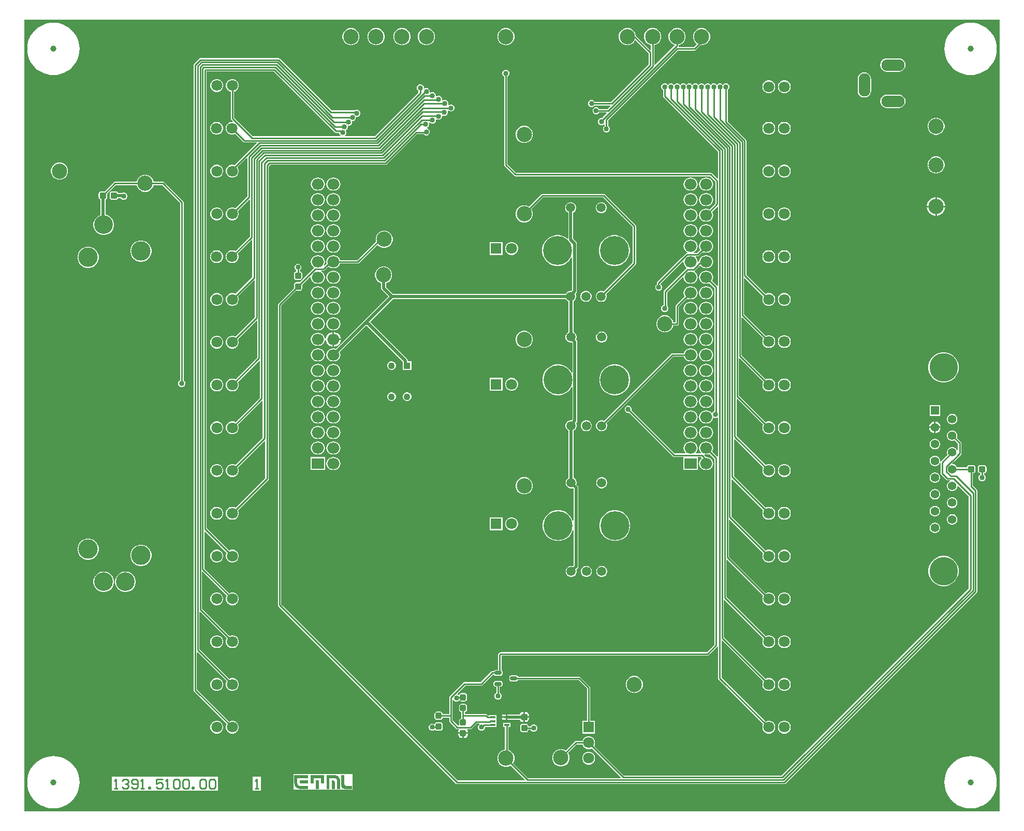
<source format=gtl>
G04*
G04 #@! TF.GenerationSoftware,Altium Limited,Altium Designer,22.7.1 (60)*
G04*
G04 Layer_Physical_Order=1*
G04 Layer_Color=255*
%FSLAX44Y44*%
%MOMM*%
G71*
G04*
G04 #@! TF.SameCoordinates,B875D083-2DC7-4D9C-95C5-8495ED73C8DD*
G04*
G04*
G04 #@! TF.FilePolarity,Positive*
G04*
G01*
G75*
%ADD13C,0.2540*%
%ADD14C,0.5000*%
G04:AMPARAMS|DCode=19|XSize=1.05mm|YSize=1.1mm|CornerRadius=0.2625mm|HoleSize=0mm|Usage=FLASHONLY|Rotation=270.000|XOffset=0mm|YOffset=0mm|HoleType=Round|Shape=RoundedRectangle|*
%AMROUNDEDRECTD19*
21,1,1.0500,0.5750,0,0,270.0*
21,1,0.5250,1.1000,0,0,270.0*
1,1,0.5250,-0.2875,-0.2625*
1,1,0.5250,-0.2875,0.2625*
1,1,0.5250,0.2875,0.2625*
1,1,0.5250,0.2875,-0.2625*
%
%ADD19ROUNDEDRECTD19*%
%ADD20R,0.9000X0.4000*%
G04:AMPARAMS|DCode=21|XSize=1mm|YSize=1.05mm|CornerRadius=0.25mm|HoleSize=0mm|Usage=FLASHONLY|Rotation=180.000|XOffset=0mm|YOffset=0mm|HoleType=Round|Shape=RoundedRectangle|*
%AMROUNDEDRECTD21*
21,1,1.0000,0.5500,0,0,180.0*
21,1,0.5000,1.0500,0,0,180.0*
1,1,0.5000,-0.2500,0.2750*
1,1,0.5000,0.2500,0.2750*
1,1,0.5000,0.2500,-0.2750*
1,1,0.5000,-0.2500,-0.2750*
%
%ADD21ROUNDEDRECTD21*%
G04:AMPARAMS|DCode=22|XSize=1.05mm|YSize=1.1mm|CornerRadius=0.2625mm|HoleSize=0mm|Usage=FLASHONLY|Rotation=0.000|XOffset=0mm|YOffset=0mm|HoleType=Round|Shape=RoundedRectangle|*
%AMROUNDEDRECTD22*
21,1,1.0500,0.5750,0,0,0.0*
21,1,0.5250,1.1000,0,0,0.0*
1,1,0.5250,0.2625,-0.2875*
1,1,0.5250,-0.2625,-0.2875*
1,1,0.5250,-0.2625,0.2875*
1,1,0.5250,0.2625,0.2875*
%
%ADD22ROUNDEDRECTD22*%
G04:AMPARAMS|DCode=23|XSize=0.65mm|YSize=1.15mm|CornerRadius=0.1625mm|HoleSize=0mm|Usage=FLASHONLY|Rotation=90.000|XOffset=0mm|YOffset=0mm|HoleType=Round|Shape=RoundedRectangle|*
%AMROUNDEDRECTD23*
21,1,0.6500,0.8250,0,0,90.0*
21,1,0.3250,1.1500,0,0,90.0*
1,1,0.3250,0.4125,0.1625*
1,1,0.3250,0.4125,-0.1625*
1,1,0.3250,-0.4125,-0.1625*
1,1,0.3250,-0.4125,0.1625*
%
%ADD23ROUNDEDRECTD23*%
%ADD24O,2.0000X1.8000*%
%ADD25R,2.0000X1.8000*%
%ADD26C,4.6500*%
%ADD27C,1.4000*%
%ADD28R,1.4000X1.4000*%
%ADD29C,1.5000*%
%ADD30C,4.7400*%
%ADD31C,1.8000*%
%ADD32R,1.8000X1.8000*%
%ADD33C,1.1000*%
%ADD34R,1.1000X1.1000*%
%ADD35C,3.1750*%
%ADD36C,3.0480*%
%ADD37C,2.5000*%
%ADD38O,3.8000X1.9000*%
%ADD39O,1.9000X3.8000*%
%ADD40R,1.8000X1.8000*%
%ADD41C,1.0000*%
%ADD42C,0.8500*%
G36*
X-2549Y2549D02*
X-1597451D01*
Y1297451D01*
X-2549D01*
Y2549D01*
D02*
G37*
%LPC*%
G36*
X-808157Y1284000D02*
X-811843D01*
X-815404Y1283046D01*
X-818596Y1281203D01*
X-821203Y1278596D01*
X-823046Y1275404D01*
X-824000Y1271843D01*
Y1268157D01*
X-823046Y1264596D01*
X-821203Y1261404D01*
X-818596Y1258797D01*
X-815404Y1256954D01*
X-811843Y1256000D01*
X-808157D01*
X-804596Y1256954D01*
X-801404Y1258797D01*
X-798797Y1261404D01*
X-796954Y1264596D01*
X-796000Y1268157D01*
Y1271843D01*
X-796954Y1275404D01*
X-798797Y1278596D01*
X-801404Y1281203D01*
X-804596Y1283046D01*
X-808157Y1284000D01*
D02*
G37*
G36*
X-938157D02*
X-941843D01*
X-945404Y1283046D01*
X-948596Y1281203D01*
X-951203Y1278596D01*
X-953046Y1275404D01*
X-954000Y1271843D01*
Y1268157D01*
X-953046Y1264596D01*
X-951203Y1261404D01*
X-948596Y1258797D01*
X-945404Y1256954D01*
X-941843Y1256000D01*
X-938157D01*
X-934596Y1256954D01*
X-931404Y1258797D01*
X-928797Y1261404D01*
X-926954Y1264596D01*
X-926000Y1268157D01*
Y1271843D01*
X-926954Y1275404D01*
X-928797Y1278596D01*
X-931404Y1281203D01*
X-934596Y1283046D01*
X-938157Y1284000D01*
D02*
G37*
G36*
X-978157D02*
X-981843D01*
X-985404Y1283046D01*
X-988596Y1281203D01*
X-991203Y1278596D01*
X-993046Y1275404D01*
X-994000Y1271843D01*
Y1268157D01*
X-993046Y1264596D01*
X-991203Y1261404D01*
X-988596Y1258797D01*
X-985404Y1256954D01*
X-981843Y1256000D01*
X-978157D01*
X-974596Y1256954D01*
X-971404Y1258797D01*
X-968797Y1261404D01*
X-966954Y1264596D01*
X-966000Y1268157D01*
Y1271843D01*
X-966954Y1275404D01*
X-968797Y1278596D01*
X-971404Y1281203D01*
X-974596Y1283046D01*
X-978157Y1284000D01*
D02*
G37*
G36*
X-1020444D02*
X-1024130D01*
X-1027691Y1283046D01*
X-1030883Y1281203D01*
X-1033490Y1278596D01*
X-1035333Y1275404D01*
X-1036287Y1271843D01*
Y1268157D01*
X-1035333Y1264596D01*
X-1033490Y1261404D01*
X-1030883Y1258797D01*
X-1027691Y1256954D01*
X-1024130Y1256000D01*
X-1020444D01*
X-1016883Y1256954D01*
X-1013691Y1258797D01*
X-1011084Y1261404D01*
X-1009241Y1264596D01*
X-1008287Y1268157D01*
Y1271843D01*
X-1009241Y1275404D01*
X-1011084Y1278596D01*
X-1013691Y1281203D01*
X-1016883Y1283046D01*
X-1020444Y1284000D01*
D02*
G37*
G36*
X-1061498D02*
X-1065185D01*
X-1068745Y1283046D01*
X-1071938Y1281203D01*
X-1074544Y1278596D01*
X-1076387Y1275404D01*
X-1077341Y1271843D01*
Y1268157D01*
X-1076387Y1264596D01*
X-1074544Y1261404D01*
X-1071938Y1258797D01*
X-1068745Y1256954D01*
X-1065185Y1256000D01*
X-1061498D01*
X-1057938Y1256954D01*
X-1054745Y1258797D01*
X-1052139Y1261404D01*
X-1050295Y1264596D01*
X-1049341Y1268157D01*
Y1271843D01*
X-1050295Y1275404D01*
X-1052139Y1278596D01*
X-1054745Y1281203D01*
X-1057938Y1283046D01*
X-1061498Y1284000D01*
D02*
G37*
G36*
X-488157D02*
X-491843D01*
X-495404Y1283046D01*
X-498596Y1281203D01*
X-501203Y1278596D01*
X-503046Y1275404D01*
X-504000Y1271843D01*
Y1268157D01*
X-503046Y1264596D01*
X-501203Y1261404D01*
X-498596Y1258797D01*
X-498288Y1258619D01*
X-498122Y1257360D01*
X-502658Y1252824D01*
X-527188D01*
X-527257Y1252901D01*
X-527750Y1254094D01*
X-527391Y1254633D01*
X-527176Y1255713D01*
X-527176Y1255714D01*
Y1256263D01*
X-524596Y1256954D01*
X-521404Y1258797D01*
X-518797Y1261404D01*
X-516954Y1264596D01*
X-516000Y1268157D01*
Y1271843D01*
X-516954Y1275404D01*
X-518797Y1278596D01*
X-521404Y1281203D01*
X-524596Y1283046D01*
X-528157Y1284000D01*
X-531843D01*
X-535404Y1283046D01*
X-538596Y1281203D01*
X-541203Y1278596D01*
X-543046Y1275404D01*
X-544000Y1271843D01*
Y1268157D01*
X-543046Y1264596D01*
X-541203Y1261404D01*
X-538596Y1258797D01*
X-535404Y1256954D01*
X-534540Y1256723D01*
X-534212Y1255496D01*
X-566002Y1223705D01*
X-567176Y1224191D01*
Y1256263D01*
X-564596Y1256954D01*
X-561404Y1258797D01*
X-558797Y1261404D01*
X-556954Y1264596D01*
X-556000Y1268157D01*
Y1271843D01*
X-556954Y1275404D01*
X-558797Y1278596D01*
X-561404Y1281203D01*
X-564596Y1283046D01*
X-568157Y1284000D01*
X-571843D01*
X-575404Y1283046D01*
X-578596Y1281203D01*
X-581203Y1278596D01*
X-583046Y1275404D01*
X-584000Y1271843D01*
Y1268157D01*
X-583046Y1264596D01*
X-581203Y1261404D01*
X-578596Y1258797D01*
X-575404Y1256954D01*
X-572824Y1256263D01*
Y1248478D01*
X-573998Y1247992D01*
X-597407Y1271401D01*
Y1271843D01*
X-598361Y1275404D01*
X-600204Y1278596D01*
X-602810Y1281203D01*
X-606003Y1283046D01*
X-609563Y1284000D01*
X-613250D01*
X-616810Y1283046D01*
X-620003Y1281203D01*
X-622609Y1278596D01*
X-624453Y1275404D01*
X-625407Y1271843D01*
Y1268157D01*
X-624453Y1264596D01*
X-622609Y1261404D01*
X-620003Y1258797D01*
X-616810Y1256954D01*
X-613250Y1256000D01*
X-609563D01*
X-606003Y1256954D01*
X-602810Y1258797D01*
X-600204Y1261404D01*
X-598966Y1263547D01*
X-597707Y1263713D01*
X-576864Y1242870D01*
Y1224270D01*
X-637936Y1163198D01*
X-664946D01*
X-665125Y1163631D01*
X-666743Y1165249D01*
X-668856Y1166124D01*
X-671144D01*
X-673257Y1165249D01*
X-674875Y1163631D01*
X-675750Y1161518D01*
Y1159230D01*
X-674875Y1157117D01*
X-673257Y1155499D01*
X-671144Y1154624D01*
X-668856D01*
X-666743Y1155499D01*
X-665125Y1157117D01*
X-664946Y1157550D01*
X-639530D01*
X-639044Y1156376D01*
X-643867Y1151554D01*
X-657468D01*
X-657647Y1151986D01*
X-659265Y1153604D01*
X-661378Y1154479D01*
X-663666D01*
X-665779Y1153604D01*
X-667397Y1151986D01*
X-668272Y1149873D01*
Y1147586D01*
X-667397Y1145472D01*
X-665779Y1143855D01*
X-663666Y1142979D01*
X-661378D01*
X-659265Y1143855D01*
X-657647Y1145472D01*
X-657468Y1145905D01*
X-645462D01*
X-644976Y1144732D01*
X-651539Y1138169D01*
X-651679Y1137959D01*
X-652787Y1136851D01*
X-654829D01*
X-656943Y1135976D01*
X-658560Y1134358D01*
X-659436Y1132245D01*
Y1129957D01*
X-658560Y1127844D01*
X-656943Y1126226D01*
X-654829Y1125351D01*
X-652542D01*
X-650428Y1126226D01*
X-649596Y1127059D01*
X-648326Y1126533D01*
Y1124200D01*
X-648759Y1124021D01*
X-650376Y1122403D01*
X-651252Y1120290D01*
Y1118003D01*
X-650376Y1115889D01*
X-648759Y1114272D01*
X-646645Y1113396D01*
X-644358D01*
X-642244Y1114272D01*
X-640627Y1115889D01*
X-639752Y1118003D01*
Y1120290D01*
X-640627Y1122403D01*
X-642244Y1124021D01*
X-642677Y1124200D01*
Y1133328D01*
X-528830Y1247176D01*
X-501488D01*
X-501488Y1247176D01*
X-500407Y1247391D01*
X-499491Y1248003D01*
X-491494Y1256000D01*
X-488157D01*
X-484596Y1256954D01*
X-481404Y1258797D01*
X-478797Y1261404D01*
X-476954Y1264596D01*
X-476000Y1268157D01*
Y1271843D01*
X-476954Y1275404D01*
X-478797Y1278596D01*
X-481404Y1281203D01*
X-484596Y1283046D01*
X-488157Y1284000D01*
D02*
G37*
G36*
X-1181746Y1234944D02*
X-1181746Y1234944D01*
X-1309492D01*
X-1309492Y1234944D01*
X-1310573Y1234729D01*
X-1311489Y1234117D01*
X-1311489Y1234117D01*
X-1320077Y1225529D01*
X-1320689Y1224613D01*
X-1320904Y1223532D01*
X-1320904Y1223532D01*
Y200780D01*
X-1320904Y200780D01*
X-1320689Y199699D01*
X-1320077Y198783D01*
X-1266449Y145154D01*
X-1267084Y144053D01*
X-1267800Y141382D01*
Y138618D01*
X-1267084Y135947D01*
X-1265702Y133553D01*
X-1263747Y131598D01*
X-1261353Y130216D01*
X-1258682Y129500D01*
X-1255918D01*
X-1253247Y130216D01*
X-1250853Y131598D01*
X-1248898Y133553D01*
X-1247516Y135947D01*
X-1246800Y138618D01*
Y141382D01*
X-1247516Y144053D01*
X-1248898Y146447D01*
X-1250853Y148402D01*
X-1253247Y149784D01*
X-1255918Y150500D01*
X-1258682D01*
X-1261353Y149784D01*
X-1262454Y149149D01*
X-1315256Y201950D01*
Y262302D01*
X-1314082Y262788D01*
X-1266449Y215154D01*
X-1267084Y214053D01*
X-1267800Y211382D01*
Y208618D01*
X-1267084Y205947D01*
X-1265702Y203553D01*
X-1263747Y201598D01*
X-1261353Y200216D01*
X-1258682Y199500D01*
X-1255918D01*
X-1253247Y200216D01*
X-1250853Y201598D01*
X-1248898Y203553D01*
X-1247516Y205947D01*
X-1246800Y208618D01*
Y211382D01*
X-1247516Y214053D01*
X-1248898Y216447D01*
X-1250853Y218402D01*
X-1253247Y219784D01*
X-1255918Y220500D01*
X-1258682D01*
X-1261353Y219784D01*
X-1262454Y219149D01*
X-1311216Y267910D01*
Y328262D01*
X-1310042Y328748D01*
X-1266449Y285154D01*
X-1267084Y284053D01*
X-1267800Y281382D01*
Y278618D01*
X-1267084Y275947D01*
X-1265702Y273553D01*
X-1263747Y271598D01*
X-1261353Y270216D01*
X-1258682Y269500D01*
X-1255918D01*
X-1253247Y270216D01*
X-1250853Y271598D01*
X-1248898Y273553D01*
X-1247516Y275947D01*
X-1246800Y278618D01*
Y281382D01*
X-1247516Y284053D01*
X-1248898Y286447D01*
X-1250853Y288402D01*
X-1253247Y289784D01*
X-1255918Y290500D01*
X-1258682D01*
X-1261353Y289784D01*
X-1262454Y289149D01*
X-1307176Y333870D01*
Y394222D01*
X-1306002Y394708D01*
X-1266449Y355154D01*
X-1267084Y354053D01*
X-1267800Y351382D01*
Y348618D01*
X-1267084Y345947D01*
X-1265702Y343553D01*
X-1263747Y341598D01*
X-1261353Y340216D01*
X-1258682Y339500D01*
X-1255918D01*
X-1253247Y340216D01*
X-1250853Y341598D01*
X-1248898Y343553D01*
X-1247516Y345947D01*
X-1246800Y348618D01*
Y351382D01*
X-1247516Y354053D01*
X-1248898Y356447D01*
X-1250853Y358402D01*
X-1253247Y359784D01*
X-1255918Y360500D01*
X-1258682D01*
X-1261353Y359784D01*
X-1262454Y359148D01*
X-1303136Y399830D01*
Y460182D01*
X-1301962Y460668D01*
X-1266449Y425154D01*
X-1267084Y424053D01*
X-1267800Y421382D01*
Y418618D01*
X-1267084Y415947D01*
X-1265702Y413553D01*
X-1263747Y411598D01*
X-1261353Y410216D01*
X-1258682Y409500D01*
X-1255918D01*
X-1253247Y410216D01*
X-1250853Y411598D01*
X-1248898Y413553D01*
X-1247516Y415947D01*
X-1246800Y418618D01*
Y421382D01*
X-1247516Y424053D01*
X-1248898Y426447D01*
X-1250853Y428402D01*
X-1253247Y429784D01*
X-1255918Y430500D01*
X-1258682D01*
X-1261353Y429784D01*
X-1262454Y429148D01*
X-1299096Y465790D01*
Y1213136D01*
X-1189609D01*
X-1089867Y1113393D01*
X-1088951Y1112781D01*
X-1087870Y1112566D01*
X-1087870Y1112566D01*
X-1082750D01*
Y1111674D01*
X-1081874Y1109560D01*
X-1080448Y1108134D01*
X-1080641Y1107229D01*
X-1080838Y1106864D01*
X-1223830D01*
X-1254476Y1137510D01*
Y1179886D01*
X-1253247Y1180216D01*
X-1250853Y1181598D01*
X-1248898Y1183553D01*
X-1247516Y1185947D01*
X-1246800Y1188618D01*
Y1191382D01*
X-1247516Y1194053D01*
X-1248898Y1196447D01*
X-1250853Y1198402D01*
X-1253247Y1199784D01*
X-1255918Y1200500D01*
X-1258682D01*
X-1261353Y1199784D01*
X-1263747Y1198402D01*
X-1265702Y1196447D01*
X-1267084Y1194053D01*
X-1267800Y1191382D01*
Y1188618D01*
X-1267084Y1185947D01*
X-1265702Y1183553D01*
X-1263747Y1181598D01*
X-1261353Y1180216D01*
X-1260124Y1179886D01*
Y1136340D01*
X-1260124Y1136340D01*
X-1259909Y1135259D01*
X-1259297Y1134343D01*
X-1256724Y1131770D01*
X-1257250Y1130500D01*
X-1258988D01*
X-1261658Y1129784D01*
X-1264053Y1128402D01*
X-1266008Y1126447D01*
X-1267390Y1124053D01*
X-1268105Y1121382D01*
Y1118618D01*
X-1267390Y1115947D01*
X-1266008Y1113553D01*
X-1264053Y1111598D01*
X-1261658Y1110216D01*
X-1258988Y1109500D01*
X-1256223D01*
X-1253553Y1110216D01*
X-1252451Y1110852D01*
X-1239603Y1098003D01*
X-1239603Y1098003D01*
X-1238686Y1097391D01*
X-1237605Y1097176D01*
X-1217785D01*
X-1217299Y1096002D01*
X-1253460Y1059841D01*
X-1255918Y1060500D01*
X-1258682D01*
X-1261353Y1059784D01*
X-1263747Y1058402D01*
X-1265702Y1056447D01*
X-1267084Y1054053D01*
X-1267800Y1051382D01*
Y1048618D01*
X-1267084Y1045947D01*
X-1265702Y1043553D01*
X-1263747Y1041598D01*
X-1261353Y1040216D01*
X-1258682Y1039500D01*
X-1255918D01*
X-1253247Y1040216D01*
X-1250853Y1041598D01*
X-1248898Y1043553D01*
X-1247516Y1045947D01*
X-1246800Y1048618D01*
Y1051382D01*
X-1247516Y1054053D01*
X-1248886Y1056427D01*
X-1233998Y1071315D01*
X-1232824Y1070829D01*
Y1008470D01*
X-1252146Y989148D01*
X-1253247Y989784D01*
X-1255918Y990500D01*
X-1258682D01*
X-1261353Y989784D01*
X-1263747Y988402D01*
X-1265702Y986447D01*
X-1267084Y984053D01*
X-1267800Y981382D01*
Y978618D01*
X-1267084Y975947D01*
X-1265702Y973553D01*
X-1263747Y971598D01*
X-1261353Y970216D01*
X-1258682Y969500D01*
X-1255918D01*
X-1253247Y970216D01*
X-1250853Y971598D01*
X-1248898Y973553D01*
X-1247516Y975947D01*
X-1246800Y978618D01*
Y981382D01*
X-1247516Y984053D01*
X-1248151Y985154D01*
X-1229958Y1003348D01*
X-1228784Y1002862D01*
Y942815D01*
X-1252451Y919148D01*
X-1253553Y919784D01*
X-1256223Y920500D01*
X-1258988D01*
X-1261658Y919784D01*
X-1264053Y918402D01*
X-1266008Y916447D01*
X-1267390Y914053D01*
X-1268105Y911382D01*
Y908618D01*
X-1267390Y905947D01*
X-1266008Y903553D01*
X-1264053Y901598D01*
X-1261658Y900216D01*
X-1258988Y899500D01*
X-1256223D01*
X-1253553Y900216D01*
X-1251158Y901598D01*
X-1249203Y903553D01*
X-1247821Y905947D01*
X-1247105Y908618D01*
Y911382D01*
X-1247821Y914053D01*
X-1248457Y915154D01*
X-1225918Y937694D01*
X-1224744Y937208D01*
Y876550D01*
X-1252146Y849148D01*
X-1253247Y849784D01*
X-1255918Y850500D01*
X-1258682D01*
X-1261353Y849784D01*
X-1263747Y848402D01*
X-1265702Y846447D01*
X-1267084Y844053D01*
X-1267800Y841382D01*
Y838618D01*
X-1267084Y835947D01*
X-1265702Y833553D01*
X-1263747Y831598D01*
X-1261353Y830216D01*
X-1258682Y829500D01*
X-1255918D01*
X-1253247Y830216D01*
X-1250853Y831598D01*
X-1248898Y833553D01*
X-1247516Y835947D01*
X-1246800Y838618D01*
Y841382D01*
X-1247516Y844053D01*
X-1248151Y845154D01*
X-1221621Y871685D01*
X-1220448Y871199D01*
Y810846D01*
X-1252146Y779148D01*
X-1253247Y779784D01*
X-1255918Y780500D01*
X-1258682D01*
X-1261353Y779784D01*
X-1263747Y778402D01*
X-1265702Y776447D01*
X-1267084Y774053D01*
X-1267800Y771382D01*
Y768618D01*
X-1267084Y765947D01*
X-1265702Y763553D01*
X-1263747Y761598D01*
X-1261353Y760216D01*
X-1258682Y759500D01*
X-1255918D01*
X-1253247Y760216D01*
X-1250853Y761598D01*
X-1248898Y763553D01*
X-1247516Y765947D01*
X-1246800Y768618D01*
Y771382D01*
X-1247516Y774053D01*
X-1248151Y775154D01*
X-1217581Y805725D01*
X-1216408Y805239D01*
Y744886D01*
X-1252146Y709148D01*
X-1253247Y709784D01*
X-1255918Y710500D01*
X-1258682D01*
X-1261353Y709784D01*
X-1263747Y708402D01*
X-1265702Y706447D01*
X-1267084Y704053D01*
X-1267800Y701382D01*
Y698618D01*
X-1267084Y695947D01*
X-1265702Y693553D01*
X-1263747Y691598D01*
X-1261353Y690216D01*
X-1258682Y689500D01*
X-1255918D01*
X-1253247Y690216D01*
X-1250853Y691598D01*
X-1248898Y693553D01*
X-1247516Y695947D01*
X-1246800Y698618D01*
Y701382D01*
X-1247516Y704053D01*
X-1248151Y705154D01*
X-1213541Y739765D01*
X-1212368Y739279D01*
Y678926D01*
X-1252146Y639148D01*
X-1253247Y639784D01*
X-1255918Y640500D01*
X-1258682D01*
X-1261353Y639784D01*
X-1263747Y638402D01*
X-1265702Y636447D01*
X-1267084Y634053D01*
X-1267800Y631382D01*
Y628618D01*
X-1267084Y625947D01*
X-1265702Y623553D01*
X-1263747Y621598D01*
X-1261353Y620216D01*
X-1258682Y619500D01*
X-1255918D01*
X-1253247Y620216D01*
X-1250853Y621598D01*
X-1248898Y623553D01*
X-1247516Y625947D01*
X-1246800Y628618D01*
Y631382D01*
X-1247516Y634053D01*
X-1248151Y635154D01*
X-1208869Y674437D01*
X-1207696Y673951D01*
Y613598D01*
X-1252146Y569148D01*
X-1253247Y569784D01*
X-1255918Y570500D01*
X-1258682D01*
X-1261353Y569784D01*
X-1263747Y568402D01*
X-1265702Y566447D01*
X-1267084Y564053D01*
X-1267800Y561382D01*
Y558618D01*
X-1267084Y555947D01*
X-1265702Y553553D01*
X-1263747Y551598D01*
X-1261353Y550216D01*
X-1258682Y549500D01*
X-1255918D01*
X-1253247Y550216D01*
X-1250853Y551598D01*
X-1248898Y553553D01*
X-1247516Y555947D01*
X-1246800Y558618D01*
Y561382D01*
X-1247516Y564053D01*
X-1248151Y565154D01*
X-1204829Y608477D01*
X-1203656Y607991D01*
Y547638D01*
X-1252146Y499148D01*
X-1253247Y499784D01*
X-1255918Y500500D01*
X-1258682D01*
X-1261353Y499784D01*
X-1263747Y498402D01*
X-1265702Y496447D01*
X-1267084Y494053D01*
X-1267800Y491382D01*
Y488618D01*
X-1267084Y485947D01*
X-1265702Y483553D01*
X-1263747Y481598D01*
X-1261353Y480216D01*
X-1258682Y479500D01*
X-1255918D01*
X-1253247Y480216D01*
X-1250853Y481598D01*
X-1248898Y483553D01*
X-1247516Y485947D01*
X-1246800Y488618D01*
Y491382D01*
X-1247516Y494053D01*
X-1248151Y495154D01*
X-1198835Y544471D01*
X-1198835Y544471D01*
X-1198222Y545388D01*
X-1198007Y546468D01*
X-1198007Y546469D01*
Y1057589D01*
X-1194780Y1060816D01*
X-1006360D01*
X-1006360Y1060816D01*
X-1005279Y1061031D01*
X-1004363Y1061643D01*
X-955721Y1110285D01*
X-944167D01*
X-943257Y1109375D01*
X-941144Y1108500D01*
X-938856D01*
X-936743Y1109375D01*
X-935125Y1110993D01*
X-934250Y1113106D01*
Y1115394D01*
X-935125Y1117507D01*
X-936743Y1119125D01*
X-938856Y1120000D01*
X-938861D01*
X-939114Y1121270D01*
X-937701Y1121855D01*
X-936083Y1123473D01*
X-935208Y1125586D01*
Y1127874D01*
X-935658Y1128960D01*
X-934581Y1129680D01*
X-933257Y1128355D01*
X-931144Y1127480D01*
X-928856D01*
X-926743Y1128355D01*
X-925125Y1129973D01*
X-924250Y1132086D01*
Y1134052D01*
X-923659Y1134530D01*
X-923449Y1134651D01*
X-923077Y1134781D01*
X-921144Y1133980D01*
X-918856D01*
X-916743Y1134855D01*
X-915125Y1136473D01*
X-914250Y1138586D01*
Y1140192D01*
X-913060Y1141068D01*
X-911641Y1140480D01*
X-909354D01*
X-907240Y1141355D01*
X-905623Y1142973D01*
X-904747Y1145086D01*
Y1147374D01*
X-905239Y1148561D01*
X-904163Y1149281D01*
X-903257Y1148375D01*
X-901144Y1147500D01*
X-898856D01*
X-896743Y1148375D01*
X-895125Y1149993D01*
X-894250Y1152106D01*
Y1154394D01*
X-895125Y1156507D01*
X-896743Y1158125D01*
X-898856Y1159000D01*
X-901144D01*
X-903257Y1158125D01*
X-903387Y1157995D01*
X-904464Y1158714D01*
X-904250Y1159230D01*
Y1161518D01*
X-905125Y1163631D01*
X-906743Y1165249D01*
X-908856Y1166124D01*
X-911144D01*
X-913245Y1165254D01*
X-913295Y1165275D01*
X-914317Y1165985D01*
X-914250Y1166146D01*
Y1168434D01*
X-915125Y1170547D01*
X-916743Y1172165D01*
X-918856Y1173040D01*
X-921144D01*
X-922980Y1172279D01*
X-923885Y1172673D01*
X-924250Y1172968D01*
Y1174541D01*
X-925125Y1176654D01*
X-926743Y1178271D01*
X-928856Y1179147D01*
X-931144D01*
X-933089Y1178341D01*
X-933652Y1178591D01*
X-934250Y1179075D01*
Y1181144D01*
X-935125Y1183257D01*
X-936743Y1184875D01*
X-938856Y1185750D01*
X-941144D01*
X-943048Y1184961D01*
X-943831Y1185339D01*
X-944250Y1185678D01*
Y1187414D01*
X-945125Y1189527D01*
X-946743Y1191145D01*
X-948856Y1192020D01*
X-951144D01*
X-953257Y1191145D01*
X-954875Y1189527D01*
X-955750Y1187414D01*
Y1185126D01*
X-954875Y1183013D01*
X-953257Y1181395D01*
X-952824Y1181216D01*
Y1178304D01*
X-1024264Y1106864D01*
X-1073162D01*
X-1073359Y1107229D01*
X-1073551Y1108134D01*
X-1072125Y1109560D01*
X-1071250Y1111674D01*
Y1113961D01*
X-1072097Y1116007D01*
X-1071742Y1117248D01*
X-1070994Y1117558D01*
X-1069376Y1119175D01*
X-1068501Y1121289D01*
Y1123576D01*
X-1068097Y1124181D01*
X-1066491D01*
X-1064378Y1125056D01*
X-1062760Y1126673D01*
X-1061885Y1128787D01*
Y1131074D01*
X-1061484Y1131675D01*
X-1059870D01*
X-1057757Y1132550D01*
X-1056139Y1134168D01*
X-1055264Y1136281D01*
Y1137675D01*
X-1055207Y1138582D01*
X-1054090Y1138848D01*
X-1052903D01*
X-1050790Y1139724D01*
X-1049172Y1141341D01*
X-1048297Y1143455D01*
Y1145742D01*
X-1049172Y1147856D01*
X-1050790Y1149473D01*
X-1052903Y1150348D01*
X-1055191D01*
X-1057304Y1149473D01*
X-1057760Y1149017D01*
X-1058515Y1149167D01*
X-1058515Y1149167D01*
X-1094798D01*
X-1179749Y1234117D01*
X-1180665Y1234729D01*
X-1181746Y1234944D01*
D02*
G37*
G36*
X-167620Y1234555D02*
X-186620D01*
X-189492Y1234177D01*
X-192167Y1233068D01*
X-194465Y1231305D01*
X-196229Y1229007D01*
X-197337Y1226332D01*
X-197715Y1223460D01*
X-197337Y1220588D01*
X-196229Y1217913D01*
X-194465Y1215615D01*
X-192167Y1213851D01*
X-189492Y1212743D01*
X-186620Y1212365D01*
X-167620D01*
X-164748Y1212743D01*
X-162073Y1213851D01*
X-159775Y1215615D01*
X-158012Y1217913D01*
X-156903Y1220588D01*
X-156525Y1223460D01*
X-156903Y1226332D01*
X-158012Y1229007D01*
X-159775Y1231305D01*
X-162073Y1233068D01*
X-164748Y1234177D01*
X-167620Y1234555D01*
D02*
G37*
G36*
X-50000Y1292862D02*
X-55595Y1292495D01*
X-61094Y1291401D01*
X-66403Y1289599D01*
X-71431Y1287119D01*
X-76093Y1284005D01*
X-80308Y1280308D01*
X-84004Y1276093D01*
X-87119Y1271431D01*
X-89599Y1266403D01*
X-91401Y1261093D01*
X-92495Y1255595D01*
X-92862Y1250000D01*
X-92495Y1244405D01*
X-91401Y1238906D01*
X-89599Y1233597D01*
X-87119Y1228569D01*
X-84004Y1223907D01*
X-80308Y1219692D01*
X-76093Y1215995D01*
X-71431Y1212881D01*
X-66403Y1210401D01*
X-61094Y1208599D01*
X-55595Y1207505D01*
X-50000Y1207138D01*
X-44405Y1207505D01*
X-38907Y1208599D01*
X-33598Y1210401D01*
X-28569Y1212881D01*
X-23907Y1215995D01*
X-19692Y1219692D01*
X-15996Y1223907D01*
X-12881Y1228569D01*
X-10401Y1233597D01*
X-8599Y1238906D01*
X-7505Y1244405D01*
X-7138Y1250000D01*
X-7505Y1255595D01*
X-8599Y1261093D01*
X-10401Y1266403D01*
X-12881Y1271431D01*
X-15996Y1276093D01*
X-19692Y1280308D01*
X-23907Y1284005D01*
X-28569Y1287119D01*
X-33598Y1289599D01*
X-38907Y1291401D01*
X-44405Y1292495D01*
X-50000Y1292862D01*
D02*
G37*
G36*
X-1550000D02*
X-1555595Y1292495D01*
X-1561093Y1291401D01*
X-1566402Y1289599D01*
X-1571431Y1287119D01*
X-1576093Y1284005D01*
X-1580308Y1280308D01*
X-1584005Y1276093D01*
X-1587119Y1271431D01*
X-1589599Y1266403D01*
X-1591401Y1261093D01*
X-1592495Y1255595D01*
X-1592862Y1250000D01*
X-1592495Y1244405D01*
X-1591401Y1238906D01*
X-1589599Y1233597D01*
X-1587119Y1228569D01*
X-1584005Y1223907D01*
X-1580308Y1219692D01*
X-1576093Y1215995D01*
X-1571431Y1212881D01*
X-1566402Y1210401D01*
X-1561093Y1208599D01*
X-1555595Y1207505D01*
X-1550000Y1207138D01*
X-1544405Y1207505D01*
X-1538907Y1208599D01*
X-1533598Y1210401D01*
X-1528569Y1212881D01*
X-1523907Y1215995D01*
X-1519692Y1219692D01*
X-1515995Y1223907D01*
X-1512881Y1228569D01*
X-1510401Y1233597D01*
X-1508599Y1238906D01*
X-1507505Y1244405D01*
X-1507138Y1250000D01*
X-1507505Y1255595D01*
X-1508599Y1261093D01*
X-1510401Y1266403D01*
X-1512881Y1271431D01*
X-1515995Y1276093D01*
X-1519692Y1280308D01*
X-1523907Y1284005D01*
X-1528569Y1287119D01*
X-1533598Y1289599D01*
X-1538907Y1291401D01*
X-1544405Y1292495D01*
X-1550000Y1292862D01*
D02*
G37*
G36*
X-1281318Y1200500D02*
X-1284082D01*
X-1286753Y1199784D01*
X-1289147Y1198402D01*
X-1291102Y1196447D01*
X-1292484Y1194053D01*
X-1293200Y1191382D01*
Y1188618D01*
X-1292484Y1185947D01*
X-1291102Y1183553D01*
X-1289147Y1181598D01*
X-1286753Y1180216D01*
X-1284082Y1179500D01*
X-1281318D01*
X-1278647Y1180216D01*
X-1276253Y1181598D01*
X-1274298Y1183553D01*
X-1272916Y1185947D01*
X-1272200Y1188618D01*
Y1191382D01*
X-1272916Y1194053D01*
X-1274298Y1196447D01*
X-1276253Y1198402D01*
X-1278647Y1199784D01*
X-1281318Y1200500D01*
D02*
G37*
G36*
X-353218Y1198546D02*
X-355983D01*
X-358654Y1197830D01*
X-361048Y1196448D01*
X-363003Y1194493D01*
X-364385Y1192098D01*
X-365101Y1189428D01*
Y1186663D01*
X-364385Y1183993D01*
X-363003Y1181598D01*
X-361048Y1179643D01*
X-358654Y1178261D01*
X-355983Y1177545D01*
X-353218D01*
X-350548Y1178261D01*
X-348154Y1179643D01*
X-346199Y1181598D01*
X-344816Y1183993D01*
X-344101Y1186663D01*
Y1189428D01*
X-344816Y1192098D01*
X-346199Y1194493D01*
X-348154Y1196448D01*
X-350548Y1197830D01*
X-353218Y1198546D01*
D02*
G37*
G36*
X-378618D02*
X-381383D01*
X-384054Y1197830D01*
X-386448Y1196448D01*
X-388403Y1194493D01*
X-389785Y1192098D01*
X-390501Y1189428D01*
Y1186663D01*
X-389785Y1183993D01*
X-388403Y1181598D01*
X-386448Y1179643D01*
X-384054Y1178261D01*
X-381383Y1177545D01*
X-378618D01*
X-375948Y1178261D01*
X-373554Y1179643D01*
X-371599Y1181598D01*
X-370216Y1183993D01*
X-369501Y1186663D01*
Y1189428D01*
X-370216Y1192098D01*
X-371599Y1194493D01*
X-373554Y1196448D01*
X-375948Y1197830D01*
X-378618Y1198546D01*
D02*
G37*
G36*
X-223620Y1211555D02*
X-226492Y1211177D01*
X-229167Y1210069D01*
X-231465Y1208305D01*
X-233228Y1206007D01*
X-234337Y1203332D01*
X-234715Y1200460D01*
Y1181460D01*
X-234337Y1178588D01*
X-233228Y1175913D01*
X-231465Y1173615D01*
X-229167Y1171852D01*
X-226492Y1170743D01*
X-223620Y1170365D01*
X-220749Y1170743D01*
X-218073Y1171852D01*
X-215775Y1173615D01*
X-214012Y1175913D01*
X-212903Y1178588D01*
X-212525Y1181460D01*
Y1200460D01*
X-212903Y1203332D01*
X-214012Y1206007D01*
X-215775Y1208305D01*
X-218073Y1210069D01*
X-220749Y1211177D01*
X-223620Y1211555D01*
D02*
G37*
G36*
X-167620Y1175255D02*
X-186620D01*
X-189492Y1174877D01*
X-192167Y1173768D01*
X-194465Y1172005D01*
X-196229Y1169707D01*
X-197337Y1167032D01*
X-197715Y1164160D01*
X-197337Y1161288D01*
X-196229Y1158613D01*
X-194465Y1156315D01*
X-192167Y1154551D01*
X-189492Y1153443D01*
X-186620Y1153065D01*
X-167620D01*
X-164748Y1153443D01*
X-162073Y1154551D01*
X-159775Y1156315D01*
X-158012Y1158613D01*
X-156903Y1161288D01*
X-156525Y1164160D01*
X-156903Y1167032D01*
X-158012Y1169707D01*
X-159775Y1172005D01*
X-162073Y1173768D01*
X-164748Y1174877D01*
X-167620Y1175255D01*
D02*
G37*
G36*
X-353218Y1130500D02*
X-355983D01*
X-358654Y1129784D01*
X-361048Y1128402D01*
X-363003Y1126447D01*
X-364385Y1124053D01*
X-365101Y1121382D01*
Y1118618D01*
X-364385Y1115947D01*
X-363003Y1113553D01*
X-361048Y1111598D01*
X-358654Y1110216D01*
X-355983Y1109500D01*
X-353218D01*
X-350548Y1110216D01*
X-348154Y1111598D01*
X-346199Y1113553D01*
X-344816Y1115947D01*
X-344101Y1118618D01*
Y1121382D01*
X-344816Y1124053D01*
X-346199Y1126447D01*
X-348154Y1128402D01*
X-350548Y1129784D01*
X-353218Y1130500D01*
D02*
G37*
G36*
X-378618D02*
X-381383D01*
X-384054Y1129784D01*
X-386448Y1128402D01*
X-388403Y1126447D01*
X-389785Y1124053D01*
X-390501Y1121382D01*
Y1118618D01*
X-389785Y1115947D01*
X-388403Y1113553D01*
X-386448Y1111598D01*
X-384054Y1110216D01*
X-381383Y1109500D01*
X-378618D01*
X-375948Y1110216D01*
X-373554Y1111598D01*
X-371599Y1113553D01*
X-370216Y1115947D01*
X-369501Y1118618D01*
Y1121382D01*
X-370216Y1124053D01*
X-371599Y1126447D01*
X-373554Y1128402D01*
X-375948Y1129784D01*
X-378618Y1130500D01*
D02*
G37*
G36*
X-1281623D02*
X-1284388D01*
X-1287058Y1129784D01*
X-1289453Y1128402D01*
X-1291407Y1126447D01*
X-1292790Y1124053D01*
X-1293505Y1121382D01*
Y1118618D01*
X-1292790Y1115947D01*
X-1291407Y1113553D01*
X-1289453Y1111598D01*
X-1287058Y1110216D01*
X-1284388Y1109500D01*
X-1281623D01*
X-1278953Y1110216D01*
X-1276558Y1111598D01*
X-1274603Y1113553D01*
X-1273221Y1115947D01*
X-1272505Y1118618D01*
Y1121382D01*
X-1273221Y1124053D01*
X-1274603Y1126447D01*
X-1276558Y1128402D01*
X-1278953Y1129784D01*
X-1281623Y1130500D01*
D02*
G37*
G36*
X-104657Y1137262D02*
X-108343D01*
X-111904Y1136308D01*
X-115096Y1134465D01*
X-117703Y1131858D01*
X-119546Y1128666D01*
X-120500Y1125105D01*
Y1121419D01*
X-119546Y1117858D01*
X-117703Y1114666D01*
X-115096Y1112059D01*
X-111904Y1110216D01*
X-108343Y1109262D01*
X-104657D01*
X-101096Y1110216D01*
X-97904Y1112059D01*
X-95297Y1114666D01*
X-93454Y1117858D01*
X-92500Y1121419D01*
Y1125105D01*
X-93454Y1128666D01*
X-95297Y1131858D01*
X-97904Y1134465D01*
X-101096Y1136308D01*
X-104657Y1137262D01*
D02*
G37*
G36*
X-778157Y1124000D02*
X-781843D01*
X-785404Y1123046D01*
X-788596Y1121203D01*
X-791203Y1118596D01*
X-793046Y1115404D01*
X-794000Y1111843D01*
Y1108157D01*
X-793046Y1104596D01*
X-791203Y1101404D01*
X-788596Y1098797D01*
X-785404Y1096954D01*
X-781843Y1096000D01*
X-778157D01*
X-774596Y1096954D01*
X-771404Y1098797D01*
X-768797Y1101404D01*
X-766954Y1104596D01*
X-766000Y1108157D01*
Y1111843D01*
X-766954Y1115404D01*
X-768797Y1118596D01*
X-771404Y1121203D01*
X-774596Y1123046D01*
X-778157Y1124000D01*
D02*
G37*
G36*
X-104657Y1074000D02*
X-108343D01*
X-111904Y1073046D01*
X-115096Y1071203D01*
X-117703Y1068596D01*
X-119546Y1065404D01*
X-120500Y1061843D01*
Y1058157D01*
X-119546Y1054596D01*
X-117703Y1051404D01*
X-115096Y1048797D01*
X-111904Y1046954D01*
X-108343Y1046000D01*
X-104657D01*
X-101096Y1046954D01*
X-97904Y1048797D01*
X-95297Y1051404D01*
X-93454Y1054596D01*
X-92500Y1058157D01*
Y1061843D01*
X-93454Y1065404D01*
X-95297Y1068596D01*
X-97904Y1071203D01*
X-101096Y1073046D01*
X-104657Y1074000D01*
D02*
G37*
G36*
X-1281318Y1060500D02*
X-1284082D01*
X-1286753Y1059784D01*
X-1289147Y1058402D01*
X-1291102Y1056447D01*
X-1292484Y1054053D01*
X-1293200Y1051382D01*
Y1048618D01*
X-1292484Y1045947D01*
X-1291102Y1043553D01*
X-1289147Y1041598D01*
X-1286753Y1040216D01*
X-1284082Y1039500D01*
X-1281318D01*
X-1278647Y1040216D01*
X-1276253Y1041598D01*
X-1274298Y1043553D01*
X-1272916Y1045947D01*
X-1272200Y1048618D01*
Y1051382D01*
X-1272916Y1054053D01*
X-1274298Y1056447D01*
X-1276253Y1058402D01*
X-1278647Y1059784D01*
X-1281318Y1060500D01*
D02*
G37*
G36*
X-353218Y1060500D02*
X-355983D01*
X-358654Y1059784D01*
X-361048Y1058402D01*
X-363003Y1056447D01*
X-364385Y1054053D01*
X-365101Y1051382D01*
Y1048618D01*
X-364385Y1045947D01*
X-363003Y1043553D01*
X-361048Y1041598D01*
X-358654Y1040216D01*
X-355983Y1039500D01*
X-353218D01*
X-350548Y1040216D01*
X-348154Y1041598D01*
X-346199Y1043553D01*
X-344816Y1045947D01*
X-344101Y1048618D01*
Y1051382D01*
X-344816Y1054053D01*
X-346199Y1056447D01*
X-348154Y1058402D01*
X-350548Y1059784D01*
X-353218Y1060500D01*
D02*
G37*
G36*
X-378618D02*
X-381383D01*
X-384054Y1059784D01*
X-386448Y1058402D01*
X-388403Y1056447D01*
X-389785Y1054053D01*
X-390501Y1051382D01*
Y1048618D01*
X-389785Y1045947D01*
X-388403Y1043553D01*
X-386448Y1041598D01*
X-384054Y1040216D01*
X-381383Y1039500D01*
X-378618D01*
X-375948Y1040216D01*
X-373554Y1041598D01*
X-371599Y1043553D01*
X-370216Y1045947D01*
X-369501Y1048618D01*
Y1051382D01*
X-370216Y1054053D01*
X-371599Y1056447D01*
X-373554Y1058402D01*
X-375948Y1059784D01*
X-378618Y1060500D01*
D02*
G37*
G36*
X-1538157Y1064000D02*
X-1541843D01*
X-1545404Y1063046D01*
X-1548596Y1061203D01*
X-1551203Y1058596D01*
X-1553046Y1055404D01*
X-1554000Y1051843D01*
Y1048157D01*
X-1553046Y1044596D01*
X-1551203Y1041404D01*
X-1548596Y1038797D01*
X-1545404Y1036954D01*
X-1541843Y1036000D01*
X-1538157D01*
X-1534596Y1036954D01*
X-1531404Y1038797D01*
X-1528797Y1041404D01*
X-1526954Y1044596D01*
X-1526000Y1048157D01*
Y1051843D01*
X-1526954Y1055404D01*
X-1528797Y1058596D01*
X-1531404Y1061203D01*
X-1534596Y1063046D01*
X-1538157Y1064000D01*
D02*
G37*
G36*
X-481500Y1039190D02*
X-483500D01*
X-486241Y1038829D01*
X-488795Y1037772D01*
X-490989Y1036088D01*
X-492672Y1033895D01*
X-493730Y1031341D01*
X-494090Y1028600D01*
X-493730Y1025859D01*
X-492672Y1023305D01*
X-490989Y1021111D01*
X-488795Y1019428D01*
X-486241Y1018370D01*
X-483500Y1018009D01*
X-481500D01*
X-478759Y1018370D01*
X-476204Y1019428D01*
X-474011Y1021111D01*
X-472328Y1023305D01*
X-471270Y1025859D01*
X-470909Y1028600D01*
X-471270Y1031341D01*
X-472328Y1033895D01*
X-474011Y1036088D01*
X-476204Y1037772D01*
X-478759Y1038829D01*
X-481500Y1039190D01*
D02*
G37*
G36*
X-506900D02*
X-508900D01*
X-511641Y1038829D01*
X-514195Y1037772D01*
X-516389Y1036088D01*
X-518072Y1033895D01*
X-519130Y1031341D01*
X-519491Y1028600D01*
X-519130Y1025859D01*
X-518072Y1023305D01*
X-516389Y1021111D01*
X-514195Y1019428D01*
X-511641Y1018370D01*
X-508900Y1018009D01*
X-506900D01*
X-504159Y1018370D01*
X-501604Y1019428D01*
X-499411Y1021111D01*
X-497728Y1023305D01*
X-496670Y1025859D01*
X-496309Y1028600D01*
X-496670Y1031341D01*
X-497728Y1033895D01*
X-499411Y1036088D01*
X-501604Y1037772D01*
X-504159Y1038829D01*
X-506900Y1039190D01*
D02*
G37*
G36*
X-1091100D02*
X-1093100D01*
X-1095841Y1038829D01*
X-1098395Y1037772D01*
X-1100589Y1036088D01*
X-1102272Y1033895D01*
X-1103330Y1031341D01*
X-1103690Y1028600D01*
X-1103330Y1025859D01*
X-1102272Y1023305D01*
X-1100589Y1021111D01*
X-1098395Y1019428D01*
X-1095841Y1018370D01*
X-1093100Y1018009D01*
X-1091100D01*
X-1088359Y1018370D01*
X-1085805Y1019428D01*
X-1083611Y1021111D01*
X-1081928Y1023305D01*
X-1080870Y1025859D01*
X-1080509Y1028600D01*
X-1080870Y1031341D01*
X-1081928Y1033895D01*
X-1083611Y1036088D01*
X-1085805Y1037772D01*
X-1088359Y1038829D01*
X-1091100Y1039190D01*
D02*
G37*
G36*
X-1116500D02*
X-1118500D01*
X-1121241Y1038829D01*
X-1123795Y1037772D01*
X-1125989Y1036088D01*
X-1127672Y1033895D01*
X-1128730Y1031341D01*
X-1129090Y1028600D01*
X-1128730Y1025859D01*
X-1127672Y1023305D01*
X-1125989Y1021111D01*
X-1123795Y1019428D01*
X-1121241Y1018370D01*
X-1118500Y1018009D01*
X-1116500D01*
X-1113759Y1018370D01*
X-1111205Y1019428D01*
X-1109011Y1021111D01*
X-1107328Y1023305D01*
X-1106270Y1025859D01*
X-1105909Y1028600D01*
X-1106270Y1031341D01*
X-1107328Y1033895D01*
X-1109011Y1036088D01*
X-1111205Y1037772D01*
X-1113759Y1038829D01*
X-1116500Y1039190D01*
D02*
G37*
G36*
X-650000Y1012824D02*
X-650000Y1012824D01*
X-750000D01*
X-750000Y1012824D01*
X-751081Y1012609D01*
X-751997Y1011997D01*
X-772283Y991711D01*
X-774596Y993046D01*
X-778157Y994000D01*
X-781843D01*
X-785404Y993046D01*
X-788596Y991203D01*
X-791203Y988596D01*
X-793046Y985404D01*
X-794000Y981843D01*
Y978157D01*
X-793046Y974596D01*
X-791203Y971404D01*
X-788596Y968797D01*
X-785404Y966954D01*
X-781843Y966000D01*
X-778157D01*
X-774596Y966954D01*
X-771404Y968797D01*
X-768797Y971404D01*
X-766954Y974596D01*
X-766000Y978157D01*
Y981843D01*
X-766954Y985404D01*
X-768289Y987717D01*
X-748830Y1007176D01*
X-651170D01*
X-602824Y958830D01*
Y900170D01*
X-649944Y853050D01*
X-650526Y853387D01*
X-652815Y854000D01*
X-655185D01*
X-657474Y853387D01*
X-659526Y852202D01*
X-661202Y850526D01*
X-662387Y848474D01*
X-663000Y846185D01*
Y843815D01*
X-662387Y841526D01*
X-661202Y839474D01*
X-659526Y837798D01*
X-657474Y836613D01*
X-655185Y836000D01*
X-652815D01*
X-650526Y836613D01*
X-648474Y837798D01*
X-646798Y839474D01*
X-645613Y841526D01*
X-645000Y843815D01*
Y846185D01*
X-645613Y848474D01*
X-645950Y849056D01*
X-598003Y897003D01*
X-598003Y897003D01*
X-597391Y897919D01*
X-597176Y899000D01*
X-597176Y899000D01*
Y960000D01*
X-597176Y960000D01*
X-597391Y961081D01*
X-598003Y961997D01*
X-648003Y1011997D01*
X-648919Y1012609D01*
X-650000Y1012824D01*
D02*
G37*
G36*
X-1448125Y1016831D02*
X-1453875D01*
X-1455484Y1016511D01*
X-1456849Y1015599D01*
X-1457761Y1014234D01*
X-1458081Y1012625D01*
Y1007375D01*
X-1457761Y1005766D01*
X-1456849Y1004401D01*
X-1455484Y1003489D01*
X-1453875Y1003169D01*
X-1448125D01*
X-1446516Y1003489D01*
X-1445151Y1004401D01*
X-1444239Y1005766D01*
X-1444208Y1005922D01*
X-1440006D01*
X-1439924Y1005724D01*
X-1438307Y1004107D01*
X-1436193Y1003231D01*
X-1433906D01*
X-1431792Y1004107D01*
X-1430175Y1005724D01*
X-1429300Y1007837D01*
Y1010125D01*
X-1430175Y1012238D01*
X-1431792Y1013856D01*
X-1433906Y1014731D01*
X-1436193D01*
X-1437769Y1014078D01*
X-1444208D01*
X-1444239Y1014234D01*
X-1445151Y1015599D01*
X-1446516Y1016511D01*
X-1448125Y1016831D01*
D02*
G37*
G36*
X-105019Y1007079D02*
X-105230D01*
Y993309D01*
X-91460D01*
Y993520D01*
X-92038Y996426D01*
X-93172Y999163D01*
X-94818Y1001626D01*
X-96913Y1003721D01*
X-99376Y1005367D01*
X-102113Y1006501D01*
X-105019Y1007079D01*
D02*
G37*
G36*
X-107770D02*
X-107981D01*
X-110887Y1006501D01*
X-113624Y1005367D01*
X-116088Y1003721D01*
X-118182Y1001626D01*
X-119828Y999163D01*
X-120962Y996426D01*
X-121540Y993520D01*
Y993309D01*
X-107770D01*
Y1007079D01*
D02*
G37*
G36*
X-481500Y1013790D02*
X-483500D01*
X-486241Y1013429D01*
X-488795Y1012372D01*
X-490989Y1010688D01*
X-492672Y1008495D01*
X-493730Y1005941D01*
X-494090Y1003200D01*
X-493730Y1000459D01*
X-492672Y997905D01*
X-490989Y995711D01*
X-488795Y994028D01*
X-486241Y992970D01*
X-483500Y992609D01*
X-481500D01*
X-478759Y992970D01*
X-476204Y994028D01*
X-474011Y995711D01*
X-472328Y997905D01*
X-471270Y1000459D01*
X-470909Y1003200D01*
X-471270Y1005941D01*
X-472328Y1008495D01*
X-474011Y1010688D01*
X-476204Y1012372D01*
X-478759Y1013429D01*
X-481500Y1013790D01*
D02*
G37*
G36*
X-506900D02*
X-508900D01*
X-511641Y1013429D01*
X-514195Y1012372D01*
X-516389Y1010688D01*
X-518072Y1008495D01*
X-519130Y1005941D01*
X-519491Y1003200D01*
X-519130Y1000459D01*
X-518072Y997905D01*
X-516389Y995711D01*
X-514195Y994028D01*
X-511641Y992970D01*
X-508900Y992609D01*
X-506900D01*
X-504159Y992970D01*
X-501604Y994028D01*
X-499411Y995711D01*
X-497728Y997905D01*
X-496670Y1000459D01*
X-496309Y1003200D01*
X-496670Y1005941D01*
X-497728Y1008495D01*
X-499411Y1010688D01*
X-501604Y1012372D01*
X-504159Y1013429D01*
X-506900Y1013790D01*
D02*
G37*
G36*
X-1091100D02*
X-1093100D01*
X-1095841Y1013429D01*
X-1098395Y1012372D01*
X-1100589Y1010688D01*
X-1102272Y1008495D01*
X-1103330Y1005941D01*
X-1103690Y1003200D01*
X-1103330Y1000459D01*
X-1102272Y997905D01*
X-1100589Y995711D01*
X-1098395Y994028D01*
X-1095841Y992970D01*
X-1093100Y992609D01*
X-1091100D01*
X-1088359Y992970D01*
X-1085805Y994028D01*
X-1083611Y995711D01*
X-1081928Y997905D01*
X-1080870Y1000459D01*
X-1080509Y1003200D01*
X-1080870Y1005941D01*
X-1081928Y1008495D01*
X-1083611Y1010688D01*
X-1085805Y1012372D01*
X-1088359Y1013429D01*
X-1091100Y1013790D01*
D02*
G37*
G36*
X-1116500D02*
X-1118500D01*
X-1121241Y1013429D01*
X-1123795Y1012372D01*
X-1125989Y1010688D01*
X-1127672Y1008495D01*
X-1128730Y1005941D01*
X-1129090Y1003200D01*
X-1128730Y1000459D01*
X-1127672Y997905D01*
X-1125989Y995711D01*
X-1123795Y994028D01*
X-1121241Y992970D01*
X-1118500Y992609D01*
X-1116500D01*
X-1113759Y992970D01*
X-1111205Y994028D01*
X-1109011Y995711D01*
X-1107328Y997905D01*
X-1106270Y1000459D01*
X-1105909Y1003200D01*
X-1106270Y1005941D01*
X-1107328Y1008495D01*
X-1109011Y1010688D01*
X-1111205Y1012372D01*
X-1113759Y1013429D01*
X-1116500Y1013790D01*
D02*
G37*
G36*
X-652815Y999000D02*
X-655185D01*
X-657474Y998387D01*
X-659526Y997202D01*
X-661202Y995526D01*
X-662387Y993474D01*
X-663000Y991185D01*
Y988815D01*
X-662387Y986526D01*
X-661202Y984474D01*
X-659526Y982798D01*
X-657474Y981613D01*
X-655185Y981000D01*
X-652815D01*
X-650526Y981613D01*
X-648474Y982798D01*
X-646798Y984474D01*
X-645613Y986526D01*
X-645000Y988815D01*
Y991185D01*
X-645613Y993474D01*
X-646798Y995526D01*
X-648474Y997202D01*
X-650526Y998387D01*
X-652815Y999000D01*
D02*
G37*
G36*
X-91460Y990769D02*
X-105230D01*
Y976999D01*
X-105019D01*
X-102113Y977577D01*
X-99376Y978711D01*
X-96913Y980357D01*
X-94818Y982451D01*
X-93172Y984915D01*
X-92038Y987652D01*
X-91460Y990558D01*
Y990769D01*
D02*
G37*
G36*
X-107770D02*
X-121540D01*
Y990558D01*
X-120962Y987652D01*
X-119828Y984915D01*
X-118182Y982451D01*
X-116088Y980357D01*
X-113624Y978711D01*
X-110887Y977577D01*
X-107981Y976999D01*
X-107770D01*
Y990769D01*
D02*
G37*
G36*
X-353218Y990500D02*
X-355983D01*
X-358654Y989784D01*
X-361048Y988402D01*
X-363003Y986447D01*
X-364385Y984053D01*
X-365101Y981382D01*
Y978618D01*
X-364385Y975947D01*
X-363003Y973553D01*
X-361048Y971598D01*
X-358654Y970216D01*
X-355983Y969500D01*
X-353218D01*
X-350548Y970216D01*
X-348154Y971598D01*
X-346199Y973553D01*
X-344816Y975947D01*
X-344101Y978618D01*
Y981382D01*
X-344816Y984053D01*
X-346199Y986447D01*
X-348154Y988402D01*
X-350548Y989784D01*
X-353218Y990500D01*
D02*
G37*
G36*
X-378618D02*
X-381383D01*
X-384054Y989784D01*
X-386448Y988402D01*
X-388403Y986447D01*
X-389785Y984053D01*
X-390501Y981382D01*
Y978618D01*
X-389785Y975947D01*
X-388403Y973553D01*
X-386448Y971598D01*
X-384054Y970216D01*
X-381383Y969500D01*
X-378618D01*
X-375948Y970216D01*
X-373554Y971598D01*
X-371599Y973553D01*
X-370216Y975947D01*
X-369501Y978618D01*
Y981382D01*
X-370216Y984053D01*
X-371599Y986447D01*
X-373554Y988402D01*
X-375948Y989784D01*
X-378618Y990500D01*
D02*
G37*
G36*
X-1281318D02*
X-1284082D01*
X-1286753Y989784D01*
X-1289147Y988402D01*
X-1291102Y986447D01*
X-1292484Y984053D01*
X-1293200Y981382D01*
Y978618D01*
X-1292484Y975947D01*
X-1291102Y973553D01*
X-1289147Y971598D01*
X-1286753Y970216D01*
X-1284082Y969500D01*
X-1281318D01*
X-1278647Y970216D01*
X-1276253Y971598D01*
X-1274298Y973553D01*
X-1272916Y975947D01*
X-1272200Y978618D01*
Y981382D01*
X-1272916Y984053D01*
X-1274298Y986447D01*
X-1276253Y988402D01*
X-1278647Y989784D01*
X-1281318Y990500D01*
D02*
G37*
G36*
X-506900Y988390D02*
X-508900D01*
X-511641Y988029D01*
X-514195Y986972D01*
X-516389Y985288D01*
X-518072Y983095D01*
X-519130Y980541D01*
X-519491Y977800D01*
X-519130Y975059D01*
X-518072Y972505D01*
X-516389Y970311D01*
X-514195Y968628D01*
X-511641Y967570D01*
X-508900Y967209D01*
X-506900D01*
X-504159Y967570D01*
X-501604Y968628D01*
X-499411Y970311D01*
X-497728Y972505D01*
X-496670Y975059D01*
X-496309Y977800D01*
X-496670Y980541D01*
X-497728Y983095D01*
X-499411Y985288D01*
X-501604Y986972D01*
X-504159Y988029D01*
X-506900Y988390D01*
D02*
G37*
G36*
X-1091100D02*
X-1093100D01*
X-1095841Y988029D01*
X-1098395Y986972D01*
X-1100589Y985288D01*
X-1102272Y983095D01*
X-1103330Y980541D01*
X-1103690Y977800D01*
X-1103330Y975059D01*
X-1102272Y972505D01*
X-1100589Y970311D01*
X-1098395Y968628D01*
X-1095841Y967570D01*
X-1093100Y967209D01*
X-1091100D01*
X-1088359Y967570D01*
X-1085805Y968628D01*
X-1083611Y970311D01*
X-1081928Y972505D01*
X-1080870Y975059D01*
X-1080509Y977800D01*
X-1080870Y980541D01*
X-1081928Y983095D01*
X-1083611Y985288D01*
X-1085805Y986972D01*
X-1088359Y988029D01*
X-1091100Y988390D01*
D02*
G37*
G36*
X-1116500D02*
X-1118500D01*
X-1121241Y988029D01*
X-1123795Y986972D01*
X-1125989Y985288D01*
X-1127672Y983095D01*
X-1128730Y980541D01*
X-1129090Y977800D01*
X-1128730Y975059D01*
X-1127672Y972505D01*
X-1125989Y970311D01*
X-1123795Y968628D01*
X-1121241Y967570D01*
X-1118500Y967209D01*
X-1116500D01*
X-1113759Y967570D01*
X-1111205Y968628D01*
X-1109011Y970311D01*
X-1107328Y972505D01*
X-1106270Y975059D01*
X-1105909Y977800D01*
X-1106270Y980541D01*
X-1107328Y983095D01*
X-1109011Y985288D01*
X-1111205Y986972D01*
X-1113759Y988029D01*
X-1116500Y988390D01*
D02*
G37*
G36*
X-481500Y962990D02*
X-483500D01*
X-486241Y962629D01*
X-488795Y961572D01*
X-490989Y959889D01*
X-492672Y957695D01*
X-493730Y955141D01*
X-494090Y952400D01*
X-493730Y949659D01*
X-492672Y947104D01*
X-490989Y944911D01*
X-488795Y943228D01*
X-486241Y942170D01*
X-483500Y941809D01*
X-481500D01*
X-478759Y942170D01*
X-476204Y943228D01*
X-474011Y944911D01*
X-472328Y947104D01*
X-471270Y949659D01*
X-470909Y952400D01*
X-471270Y955141D01*
X-472328Y957695D01*
X-474011Y959889D01*
X-476204Y961572D01*
X-478759Y962629D01*
X-481500Y962990D01*
D02*
G37*
G36*
X-506900D02*
X-508900D01*
X-511641Y962629D01*
X-514195Y961572D01*
X-516389Y959889D01*
X-518072Y957695D01*
X-519130Y955141D01*
X-519491Y952400D01*
X-519130Y949659D01*
X-518072Y947104D01*
X-516389Y944911D01*
X-514195Y943228D01*
X-511641Y942170D01*
X-508900Y941809D01*
X-506900D01*
X-504159Y942170D01*
X-501604Y943228D01*
X-499411Y944911D01*
X-497728Y947104D01*
X-496670Y949659D01*
X-496309Y952400D01*
X-496670Y955141D01*
X-497728Y957695D01*
X-499411Y959889D01*
X-501604Y961572D01*
X-504159Y962629D01*
X-506900Y962990D01*
D02*
G37*
G36*
X-1091100D02*
X-1093100D01*
X-1095841Y962629D01*
X-1098395Y961572D01*
X-1100589Y959889D01*
X-1102272Y957695D01*
X-1103330Y955141D01*
X-1103690Y952400D01*
X-1103330Y949659D01*
X-1102272Y947104D01*
X-1100589Y944911D01*
X-1098395Y943228D01*
X-1095841Y942170D01*
X-1093100Y941809D01*
X-1091100D01*
X-1088359Y942170D01*
X-1085805Y943228D01*
X-1083611Y944911D01*
X-1081928Y947104D01*
X-1080870Y949659D01*
X-1080509Y952400D01*
X-1080870Y955141D01*
X-1081928Y957695D01*
X-1083611Y959889D01*
X-1085805Y961572D01*
X-1088359Y962629D01*
X-1091100Y962990D01*
D02*
G37*
G36*
X-1116500D02*
X-1118500D01*
X-1121241Y962629D01*
X-1123795Y961572D01*
X-1125989Y959889D01*
X-1127672Y957695D01*
X-1128730Y955141D01*
X-1129090Y952400D01*
X-1128730Y949659D01*
X-1127672Y947104D01*
X-1125989Y944911D01*
X-1123795Y943228D01*
X-1121241Y942170D01*
X-1118500Y941809D01*
X-1116500D01*
X-1113759Y942170D01*
X-1111205Y943228D01*
X-1109011Y944911D01*
X-1107328Y947104D01*
X-1106270Y949659D01*
X-1105909Y952400D01*
X-1106270Y955141D01*
X-1107328Y957695D01*
X-1109011Y959889D01*
X-1111205Y961572D01*
X-1113759Y962629D01*
X-1116500Y962990D01*
D02*
G37*
G36*
X-702815Y999000D02*
X-705185D01*
X-707474Y998387D01*
X-709526Y997202D01*
X-711202Y995526D01*
X-712387Y993474D01*
X-713000Y991185D01*
Y988815D01*
X-712387Y986526D01*
X-711202Y984474D01*
X-709526Y982798D01*
X-708078Y981962D01*
Y939876D01*
X-709252Y939390D01*
X-709436Y939574D01*
X-713563Y942332D01*
X-718149Y944232D01*
X-723018Y945200D01*
X-727982D01*
X-732851Y944232D01*
X-737437Y942332D01*
X-741564Y939574D01*
X-745074Y936064D01*
X-747832Y931937D01*
X-749732Y927350D01*
X-750700Y922482D01*
Y917518D01*
X-749732Y912649D01*
X-747832Y908063D01*
X-745074Y903936D01*
X-741564Y900426D01*
X-737437Y897668D01*
X-732851Y895768D01*
X-727982Y894800D01*
X-723018D01*
X-718149Y895768D01*
X-713563Y897668D01*
X-709436Y900426D01*
X-705926Y903936D01*
X-703168Y908063D01*
X-703124Y908170D01*
X-701878Y907922D01*
Y854885D01*
X-702815Y854000D01*
X-705185D01*
X-707474Y853387D01*
X-709526Y852202D01*
X-711202Y850526D01*
X-712038Y849078D01*
X-994610D01*
X-1005922Y860390D01*
Y866599D01*
X-1004596Y866954D01*
X-1001404Y868797D01*
X-998797Y871404D01*
X-996954Y874596D01*
X-996000Y878157D01*
Y881843D01*
X-996954Y885404D01*
X-998797Y888596D01*
X-1001404Y891203D01*
X-1004596Y893046D01*
X-1008157Y894000D01*
X-1011843D01*
X-1015404Y893046D01*
X-1018596Y891203D01*
X-1021203Y888596D01*
X-1023046Y885404D01*
X-1024000Y881843D01*
Y878157D01*
X-1023046Y874596D01*
X-1021203Y871404D01*
X-1018596Y868797D01*
X-1015404Y866954D01*
X-1014078Y866599D01*
Y858700D01*
X-1014078Y858700D01*
X-1013768Y857140D01*
X-1012884Y855816D01*
X-1002067Y845000D01*
X-1043534Y803534D01*
X-1043534Y803534D01*
X-1087849Y759218D01*
X-1088359Y759429D01*
X-1091100Y759790D01*
X-1093100D01*
X-1095841Y759429D01*
X-1098395Y758372D01*
X-1100589Y756689D01*
X-1102272Y754495D01*
X-1103330Y751941D01*
X-1103690Y749200D01*
X-1103330Y746459D01*
X-1102272Y743904D01*
X-1100589Y741711D01*
X-1098395Y740028D01*
X-1095841Y738970D01*
X-1093100Y738609D01*
X-1091100D01*
X-1088359Y738970D01*
X-1085805Y740028D01*
X-1083611Y741711D01*
X-1081928Y743904D01*
X-1080870Y746459D01*
X-1080509Y749200D01*
X-1080870Y751941D01*
X-1081667Y753865D01*
X-1038960Y796572D01*
X-1036939D01*
X-978619Y738251D01*
Y734700D01*
X-978619Y734700D01*
X-978540Y734306D01*
Y724700D01*
X-964540D01*
Y738700D01*
X-970462D01*
Y739940D01*
X-970772Y741501D01*
X-971656Y742824D01*
X-971656Y742824D01*
X-1032182Y803350D01*
X-994610Y840922D01*
X-712038D01*
X-711202Y839474D01*
X-709526Y837798D01*
X-707526Y836644D01*
X-707526Y786437D01*
X-708974Y785602D01*
X-710650Y783926D01*
X-711834Y781874D01*
X-712448Y779585D01*
Y777215D01*
X-711834Y774926D01*
X-710650Y772874D01*
X-708974Y771198D01*
X-706922Y770013D01*
X-704633Y769400D01*
X-702263D01*
X-701326Y768514D01*
Y720478D01*
X-702572Y720230D01*
X-702616Y720337D01*
X-705374Y724464D01*
X-708884Y727974D01*
X-713011Y730732D01*
X-717597Y732631D01*
X-722466Y733600D01*
X-727430D01*
X-732299Y732631D01*
X-736885Y730732D01*
X-741012Y727974D01*
X-744522Y724464D01*
X-747280Y720337D01*
X-749180Y715750D01*
X-750148Y710882D01*
Y705918D01*
X-749180Y701049D01*
X-747280Y696463D01*
X-744522Y692336D01*
X-741012Y688826D01*
X-736885Y686068D01*
X-732299Y684168D01*
X-727430Y683200D01*
X-722466D01*
X-717597Y684168D01*
X-713011Y686068D01*
X-708884Y688826D01*
X-705374Y692336D01*
X-702616Y696463D01*
X-702572Y696570D01*
X-701326Y696322D01*
Y643285D01*
X-702263Y642400D01*
X-704633D01*
X-706922Y641786D01*
X-708974Y640602D01*
X-710650Y638926D01*
X-711834Y636874D01*
X-712448Y634585D01*
Y632215D01*
X-711834Y629926D01*
X-710650Y627874D01*
X-708974Y626198D01*
X-707526Y625362D01*
Y547929D01*
X-707526Y547929D01*
X-707521Y547903D01*
X-708751Y547193D01*
X-710427Y545518D01*
X-711611Y543465D01*
X-712225Y541176D01*
Y538806D01*
X-711611Y536517D01*
X-710427Y534465D01*
X-708751Y532790D01*
X-706699Y531605D01*
X-704410Y530991D01*
X-702040D01*
X-700422Y531425D01*
X-699378Y530382D01*
Y477969D01*
X-700648Y477716D01*
X-702393Y481928D01*
X-705151Y486055D01*
X-708661Y489566D01*
X-712788Y492323D01*
X-717374Y494223D01*
X-722243Y495191D01*
X-727207D01*
X-732075Y494223D01*
X-736662Y492323D01*
X-740789Y489566D01*
X-744299Y486055D01*
X-747057Y481928D01*
X-748957Y477342D01*
X-749925Y472473D01*
Y467509D01*
X-748957Y462641D01*
X-747057Y458055D01*
X-744299Y453927D01*
X-740789Y450417D01*
X-736662Y447659D01*
X-732075Y445760D01*
X-727207Y444791D01*
X-722243D01*
X-717374Y445760D01*
X-712788Y447659D01*
X-708661Y450417D01*
X-705151Y453927D01*
X-702393Y458055D01*
X-700648Y462267D01*
X-699378Y462014D01*
Y404618D01*
X-700435Y403561D01*
X-702040Y403991D01*
X-704410D01*
X-706699Y403378D01*
X-708751Y402193D01*
X-710427Y400518D01*
X-711611Y398465D01*
X-712225Y396176D01*
Y393807D01*
X-711611Y391518D01*
X-710427Y389465D01*
X-708751Y387790D01*
X-706699Y386605D01*
X-704410Y385991D01*
X-702040D01*
X-699751Y386605D01*
X-697699Y387790D01*
X-696023Y389465D01*
X-694838Y391518D01*
X-694225Y393807D01*
Y396176D01*
X-694660Y397801D01*
X-692416Y400045D01*
X-692416Y400045D01*
X-691532Y401368D01*
X-691222Y402929D01*
Y532071D01*
X-691222Y532071D01*
X-691532Y533632D01*
X-692416Y534955D01*
X-694657Y537195D01*
X-694225Y538806D01*
Y541176D01*
X-694838Y543465D01*
X-696023Y545518D01*
X-697699Y547193D01*
X-699370Y548158D01*
Y625362D01*
X-697922Y626198D01*
X-696246Y627874D01*
X-695061Y629926D01*
X-694448Y632215D01*
Y634585D01*
X-695061Y636874D01*
X-695381Y637428D01*
X-694364Y638445D01*
X-693480Y639768D01*
X-693169Y641329D01*
X-693170Y641329D01*
Y770471D01*
X-693169Y770471D01*
X-693480Y772032D01*
X-694364Y773355D01*
X-695381Y774372D01*
X-695061Y774926D01*
X-694448Y777215D01*
Y779585D01*
X-695061Y781874D01*
X-696246Y783926D01*
X-697922Y785602D01*
X-699370Y786438D01*
X-699370Y837281D01*
X-698474Y837798D01*
X-696798Y839474D01*
X-695613Y841526D01*
X-695000Y843815D01*
Y846185D01*
X-695613Y848474D01*
X-695933Y849028D01*
X-694916Y850045D01*
X-694032Y851368D01*
X-693722Y852929D01*
X-693722Y852929D01*
Y931474D01*
X-693722Y931474D01*
X-694032Y933034D01*
X-694916Y934358D01*
X-699922Y939363D01*
Y981962D01*
X-698474Y982798D01*
X-696798Y984474D01*
X-695613Y986526D01*
X-695000Y988815D01*
Y991185D01*
X-695613Y993474D01*
X-696798Y995526D01*
X-698474Y997202D01*
X-700526Y998387D01*
X-702815Y999000D01*
D02*
G37*
G36*
X-1007224Y952393D02*
X-1010910D01*
X-1014471Y951439D01*
X-1017663Y949595D01*
X-1020270Y946989D01*
X-1022113Y943796D01*
X-1023067Y940236D01*
Y936550D01*
X-1022618Y934874D01*
X-1053068Y904424D01*
X-1080905D01*
X-1081928Y906895D01*
X-1083611Y909089D01*
X-1085805Y910771D01*
X-1088359Y911830D01*
X-1091100Y912190D01*
X-1093100D01*
X-1095841Y911830D01*
X-1098395Y910771D01*
X-1100589Y909089D01*
X-1102272Y906895D01*
X-1103330Y904341D01*
X-1103690Y901600D01*
X-1103330Y898859D01*
X-1103264Y898700D01*
X-1106280Y895684D01*
X-1107328Y896305D01*
X-1106270Y898859D01*
X-1105909Y901600D01*
X-1106270Y904341D01*
X-1107328Y906895D01*
X-1109011Y909089D01*
X-1111205Y910771D01*
X-1113759Y911830D01*
X-1116500Y912190D01*
X-1118500D01*
X-1121241Y911830D01*
X-1123795Y910771D01*
X-1125989Y909089D01*
X-1127672Y906895D01*
X-1128730Y904341D01*
X-1129090Y901600D01*
X-1128730Y898859D01*
X-1127672Y896304D01*
X-1125989Y894111D01*
X-1124275Y892797D01*
X-1124261Y892778D01*
X-1124076Y891431D01*
X-1124142Y891197D01*
X-1147278Y868062D01*
X-1147375Y868081D01*
X-1152625D01*
X-1154234Y867761D01*
X-1155599Y866849D01*
X-1156511Y865484D01*
X-1156831Y863875D01*
Y858508D01*
X-1181997Y833342D01*
X-1182609Y832426D01*
X-1182824Y831345D01*
X-1182824Y831345D01*
Y340000D01*
X-1182824Y340000D01*
X-1182609Y338919D01*
X-1181997Y338003D01*
X-891997Y48003D01*
X-891997Y48003D01*
X-891081Y47391D01*
X-890000Y47176D01*
X-354287D01*
X-354287Y47176D01*
X-353206Y47391D01*
X-352290Y48003D01*
X-39923Y360369D01*
X-39923Y360369D01*
X-39311Y361286D01*
X-39096Y362367D01*
X-39096Y362367D01*
Y527221D01*
X-39311Y528302D01*
X-39923Y529218D01*
X-39923Y529218D01*
X-46176Y535471D01*
Y555369D01*
X-46125D01*
X-44516Y555689D01*
X-43151Y556601D01*
X-42239Y557966D01*
X-41919Y559575D01*
Y564825D01*
X-42239Y566435D01*
X-43151Y567799D01*
X-44516Y568711D01*
X-46125Y569031D01*
X-51875D01*
X-53485Y568711D01*
X-54849Y567799D01*
X-55761Y566435D01*
X-56041Y565024D01*
X-71957D01*
X-72079Y565481D01*
X-73198Y567419D01*
X-74781Y569002D01*
X-76719Y570121D01*
X-78881Y570700D01*
X-79527D01*
X-80053Y571970D01*
X-78590Y573432D01*
X-77886Y573903D01*
X-68233Y583556D01*
X-68233Y583556D01*
X-67998Y583908D01*
X-66021Y585885D01*
X-66020Y585885D01*
X-65408Y586802D01*
X-65193Y587882D01*
Y605018D01*
X-65193Y605018D01*
X-65408Y606099D01*
X-66020Y607015D01*
X-72316Y613310D01*
X-72079Y613719D01*
X-71500Y615881D01*
Y618119D01*
X-72079Y620281D01*
X-73198Y622219D01*
X-74781Y623802D01*
X-76719Y624921D01*
X-78881Y625500D01*
X-81119D01*
X-83281Y624921D01*
X-85219Y623802D01*
X-86802Y622219D01*
X-87921Y620281D01*
X-88500Y618119D01*
Y615881D01*
X-87921Y613719D01*
X-86802Y611781D01*
X-85219Y610198D01*
X-83281Y609079D01*
X-81119Y608500D01*
X-78881D01*
X-76719Y609079D01*
X-76310Y609316D01*
X-70842Y603848D01*
Y593170D01*
X-72079Y592881D01*
X-73198Y594819D01*
X-74781Y596402D01*
X-76719Y597521D01*
X-78881Y598100D01*
X-81119D01*
X-83281Y597521D01*
X-85219Y596402D01*
X-86802Y594819D01*
X-87921Y592881D01*
X-88500Y590719D01*
Y588481D01*
X-87921Y586319D01*
X-87684Y585910D01*
X-98426Y575168D01*
X-98630Y574863D01*
X-99900Y575248D01*
Y577019D01*
X-100479Y579181D01*
X-101598Y581119D01*
X-103181Y582702D01*
X-105119Y583821D01*
X-107281Y584400D01*
X-109519D01*
X-111681Y583821D01*
X-113619Y582702D01*
X-115202Y581119D01*
X-116321Y579181D01*
X-116900Y577019D01*
Y574781D01*
X-116321Y572619D01*
X-115202Y570681D01*
X-113619Y569098D01*
X-111681Y567979D01*
X-109519Y567400D01*
X-107281D01*
X-105119Y567979D01*
X-103181Y569098D01*
X-101598Y570681D01*
X-100523Y572543D01*
X-100403Y572581D01*
X-99253Y571997D01*
Y555028D01*
X-99253Y555028D01*
X-99038Y553947D01*
X-98426Y553031D01*
X-90036Y544641D01*
X-90036Y544641D01*
X-89120Y544029D01*
X-88039Y543814D01*
X-88039Y543814D01*
X-83927D01*
X-83587Y542544D01*
X-85219Y541602D01*
X-86802Y540019D01*
X-87921Y538081D01*
X-88500Y535919D01*
Y533681D01*
X-87921Y531519D01*
X-86802Y529581D01*
X-85219Y527998D01*
X-83281Y526879D01*
X-81119Y526300D01*
X-78881D01*
X-76719Y526879D01*
X-74781Y527998D01*
X-73198Y529581D01*
X-72079Y531519D01*
X-71500Y533681D01*
Y534327D01*
X-70230Y534853D01*
X-52824Y517447D01*
Y366883D01*
X-358803Y60904D01*
X-616910D01*
X-665452Y109446D01*
X-664816Y110547D01*
X-664100Y113218D01*
Y115982D01*
X-664816Y118653D01*
X-666198Y121047D01*
X-668153Y123002D01*
X-670547Y124384D01*
X-673218Y125100D01*
X-675982D01*
X-678653Y124384D01*
X-681047Y123002D01*
X-683002Y121047D01*
X-684384Y118653D01*
X-684714Y117424D01*
X-695400D01*
X-696481Y117209D01*
X-697397Y116597D01*
X-697397Y116597D01*
X-712283Y101711D01*
X-714596Y103046D01*
X-718157Y104000D01*
X-721843D01*
X-725404Y103046D01*
X-728596Y101203D01*
X-731203Y98596D01*
X-733046Y95404D01*
X-734000Y91843D01*
Y88157D01*
X-733046Y84596D01*
X-731203Y81404D01*
X-728596Y78797D01*
X-725404Y76954D01*
X-721843Y76000D01*
X-718157D01*
X-714596Y76954D01*
X-711404Y78797D01*
X-708797Y81404D01*
X-706954Y84596D01*
X-706000Y88157D01*
Y91843D01*
X-706954Y95404D01*
X-708289Y97717D01*
X-694230Y111776D01*
X-684714D01*
X-684384Y110547D01*
X-683002Y108153D01*
X-681047Y106198D01*
X-678653Y104816D01*
X-675982Y104100D01*
X-673218D01*
X-670547Y104816D01*
X-669446Y105451D01*
X-622032Y58038D01*
X-622518Y56864D01*
X-773670D01*
X-798289Y81483D01*
X-796954Y83796D01*
X-796000Y87357D01*
Y91043D01*
X-796954Y94604D01*
X-798797Y97796D01*
X-801404Y100403D01*
X-804596Y102246D01*
X-805926Y102602D01*
Y140000D01*
X-802750D01*
Y147000D01*
X-814750D01*
Y140000D01*
X-811574D01*
Y103200D01*
X-811843D01*
X-815404Y102246D01*
X-818596Y100403D01*
X-821203Y97796D01*
X-823046Y94604D01*
X-824000Y91043D01*
Y87357D01*
X-823046Y83796D01*
X-821203Y80604D01*
X-818596Y77997D01*
X-815404Y76154D01*
X-811843Y75200D01*
X-808157D01*
X-804596Y76154D01*
X-802283Y77489D01*
X-778792Y53998D01*
X-779278Y52824D01*
X-888830D01*
X-1177176Y341170D01*
Y830175D01*
X-1153298Y854053D01*
X-1152625Y853919D01*
X-1147375D01*
X-1145766Y854239D01*
X-1144401Y855151D01*
X-1143489Y856516D01*
X-1143169Y858125D01*
Y863875D01*
X-1143220Y864131D01*
X-1130175Y877176D01*
X-1129036Y876614D01*
X-1129090Y876200D01*
X-1128730Y873459D01*
X-1127672Y870904D01*
X-1125989Y868711D01*
X-1123795Y867028D01*
X-1121241Y865970D01*
X-1118500Y865609D01*
X-1116500D01*
X-1113759Y865970D01*
X-1111205Y867028D01*
X-1109011Y868711D01*
X-1107328Y870904D01*
X-1106270Y873459D01*
X-1105909Y876200D01*
X-1106270Y878941D01*
X-1107328Y881495D01*
X-1109011Y883689D01*
X-1111205Y885371D01*
X-1112083Y885735D01*
X-1111831Y887005D01*
X-1108139D01*
X-1108139Y887005D01*
X-1107058Y887221D01*
X-1106142Y887833D01*
X-1100179Y893796D01*
X-1098395Y892428D01*
X-1095841Y891370D01*
X-1093100Y891009D01*
X-1091100D01*
X-1088359Y891370D01*
X-1085805Y892428D01*
X-1083611Y894111D01*
X-1081928Y896304D01*
X-1080905Y898775D01*
X-1051899D01*
X-1051899Y898775D01*
X-1050818Y898990D01*
X-1049902Y899603D01*
X-1019989Y929515D01*
X-1017663Y927190D01*
X-1014471Y925347D01*
X-1010910Y924393D01*
X-1007224D01*
X-1003663Y925347D01*
X-1000471Y927190D01*
X-997865Y929796D01*
X-996021Y932989D01*
X-995067Y936550D01*
Y940236D01*
X-996021Y943796D01*
X-997865Y946989D01*
X-1000471Y949595D01*
X-1003663Y951439D01*
X-1007224Y952393D01*
D02*
G37*
G36*
X-1091100Y937590D02*
X-1093100D01*
X-1095841Y937230D01*
X-1098395Y936171D01*
X-1100589Y934489D01*
X-1102272Y932295D01*
X-1103330Y929741D01*
X-1103690Y927000D01*
X-1103330Y924259D01*
X-1102272Y921704D01*
X-1100589Y919511D01*
X-1098395Y917828D01*
X-1095841Y916770D01*
X-1093100Y916409D01*
X-1091100D01*
X-1088359Y916770D01*
X-1085805Y917828D01*
X-1083611Y919511D01*
X-1081928Y921704D01*
X-1080870Y924259D01*
X-1080509Y927000D01*
X-1080870Y929741D01*
X-1081928Y932295D01*
X-1083611Y934489D01*
X-1085805Y936171D01*
X-1088359Y937230D01*
X-1091100Y937590D01*
D02*
G37*
G36*
X-1116500D02*
X-1118500D01*
X-1121241Y937230D01*
X-1123795Y936171D01*
X-1125989Y934489D01*
X-1127672Y932295D01*
X-1128730Y929741D01*
X-1129090Y927000D01*
X-1128730Y924259D01*
X-1127672Y921704D01*
X-1125989Y919511D01*
X-1123795Y917828D01*
X-1121241Y916770D01*
X-1118500Y916409D01*
X-1116500D01*
X-1113759Y916770D01*
X-1111205Y917828D01*
X-1109011Y919511D01*
X-1107328Y921704D01*
X-1106270Y924259D01*
X-1105909Y927000D01*
X-1106270Y929741D01*
X-1107328Y932295D01*
X-1109011Y934489D01*
X-1111205Y936171D01*
X-1113759Y937230D01*
X-1116500Y937590D01*
D02*
G37*
G36*
X-481500D02*
X-483500D01*
X-486241Y937230D01*
X-488795Y936171D01*
X-490989Y934489D01*
X-492672Y932295D01*
X-493730Y929741D01*
X-494090Y927000D01*
X-493730Y924259D01*
X-492672Y921704D01*
X-492289Y921205D01*
X-497300Y916194D01*
X-502231D01*
X-502483Y917464D01*
X-501604Y917828D01*
X-499411Y919511D01*
X-497728Y921704D01*
X-496670Y924259D01*
X-496309Y927000D01*
X-496670Y929741D01*
X-497728Y932295D01*
X-499411Y934489D01*
X-501604Y936171D01*
X-504159Y937230D01*
X-506900Y937590D01*
X-508900D01*
X-511641Y937230D01*
X-514195Y936171D01*
X-516389Y934489D01*
X-518072Y932295D01*
X-519130Y929741D01*
X-519491Y927000D01*
X-519130Y924259D01*
X-518072Y921704D01*
X-516389Y919511D01*
X-514195Y917828D01*
X-513316Y917464D01*
X-513345Y917318D01*
X-513775Y916194D01*
X-514856Y915979D01*
X-515772Y915367D01*
X-515772Y915367D01*
X-522667Y908472D01*
X-522667Y908472D01*
X-561997Y869142D01*
X-562609Y868226D01*
X-562824Y867145D01*
X-562824Y867145D01*
Y865054D01*
X-563257Y864875D01*
X-564875Y863257D01*
X-565750Y861144D01*
Y858856D01*
X-564875Y856743D01*
X-563257Y855125D01*
X-561144Y854250D01*
X-558856D01*
X-556743Y855125D01*
X-555125Y856743D01*
X-554250Y858856D01*
Y861144D01*
X-555125Y863257D01*
X-556743Y864875D01*
X-556755Y864880D01*
X-556923Y866227D01*
X-520575Y902576D01*
X-519436Y902014D01*
X-519491Y901600D01*
X-519130Y898859D01*
X-518072Y896304D01*
X-516389Y894111D01*
X-514427Y892606D01*
X-514338Y891716D01*
X-514450Y891159D01*
X-514842Y890897D01*
X-514842Y890897D01*
X-550983Y854756D01*
X-551595Y853840D01*
X-551810Y852759D01*
X-551810Y852759D01*
Y831854D01*
X-552001Y830895D01*
X-552001Y830895D01*
Y830795D01*
X-553257Y830274D01*
X-554875Y828657D01*
X-555750Y826544D01*
Y824256D01*
X-554875Y822143D01*
X-553257Y820525D01*
X-551144Y819650D01*
X-548856D01*
X-546743Y820525D01*
X-545125Y822143D01*
X-544250Y824256D01*
Y826544D01*
X-545125Y828657D01*
X-546353Y829884D01*
Y830127D01*
X-546162Y831086D01*
X-546162Y831086D01*
Y851589D01*
X-520575Y877176D01*
X-519436Y876614D01*
X-519491Y876200D01*
X-519130Y873459D01*
X-518072Y870904D01*
X-516389Y868711D01*
X-514195Y867028D01*
X-511641Y865970D01*
X-508900Y865609D01*
X-506900D01*
X-504159Y865970D01*
X-501604Y867028D01*
X-499411Y868711D01*
X-497728Y870904D01*
X-496670Y873459D01*
X-496309Y876200D01*
X-496670Y878941D01*
X-497728Y881495D01*
X-499411Y883689D01*
X-501373Y885194D01*
X-501449Y886148D01*
X-501350Y886641D01*
X-500957Y886903D01*
X-493133Y894727D01*
X-493100Y894777D01*
X-491538Y894828D01*
X-490989Y894111D01*
X-488795Y892428D01*
X-486241Y891370D01*
X-483500Y891009D01*
X-481500D01*
X-478759Y891370D01*
X-476204Y892428D01*
X-474011Y894111D01*
X-472328Y896304D01*
X-471270Y898859D01*
X-470909Y901600D01*
X-471270Y904341D01*
X-472328Y906895D01*
X-474011Y909089D01*
X-476204Y910771D01*
X-478759Y911830D01*
X-481500Y912190D01*
X-483500D01*
X-486241Y911830D01*
X-488795Y910771D01*
X-490989Y909089D01*
X-492672Y906895D01*
X-493730Y904341D01*
X-494078Y901693D01*
X-494725Y901339D01*
X-495241Y901127D01*
X-495846Y901395D01*
X-496331Y901768D01*
X-496670Y904341D01*
X-497728Y906895D01*
X-499411Y909089D01*
X-499743Y909343D01*
X-499334Y910546D01*
X-496130D01*
X-496130Y910546D01*
X-495049Y910760D01*
X-494133Y911373D01*
X-488005Y917501D01*
X-486241Y916770D01*
X-483500Y916409D01*
X-481500D01*
X-478759Y916770D01*
X-476204Y917828D01*
X-474011Y919511D01*
X-472328Y921704D01*
X-471270Y924259D01*
X-470909Y927000D01*
X-471270Y929741D01*
X-472328Y932295D01*
X-474011Y934489D01*
X-476204Y936171D01*
X-478759Y937230D01*
X-481500Y937590D01*
D02*
G37*
G36*
X-799215Y933931D02*
X-801980D01*
X-804651Y933215D01*
X-807045Y931833D01*
X-809000Y929878D01*
X-810382Y927484D01*
X-811098Y924813D01*
Y922049D01*
X-810382Y919378D01*
X-809000Y916984D01*
X-807045Y915029D01*
X-804651Y913647D01*
X-801980Y912931D01*
X-799215D01*
X-796545Y913647D01*
X-794151Y915029D01*
X-792196Y916984D01*
X-790813Y919378D01*
X-790098Y922049D01*
Y924813D01*
X-790813Y927484D01*
X-792196Y929878D01*
X-794151Y931833D01*
X-796545Y933215D01*
X-799215Y933931D01*
D02*
G37*
G36*
X-815498D02*
X-836498D01*
Y912931D01*
X-815498D01*
Y933931D01*
D02*
G37*
G36*
X-1405109Y936295D02*
X-1408531D01*
X-1411888Y935627D01*
X-1415050Y934317D01*
X-1417896Y932416D01*
X-1420316Y929996D01*
X-1422218Y927150D01*
X-1423527Y923988D01*
X-1424195Y920631D01*
Y917209D01*
X-1423527Y913852D01*
X-1422218Y910690D01*
X-1420316Y907844D01*
X-1417896Y905424D01*
X-1415050Y903522D01*
X-1411888Y902213D01*
X-1408531Y901545D01*
X-1405109D01*
X-1401752Y902213D01*
X-1398590Y903522D01*
X-1395744Y905424D01*
X-1393324Y907844D01*
X-1391422Y910690D01*
X-1390113Y913852D01*
X-1389445Y917209D01*
Y920631D01*
X-1390113Y923988D01*
X-1391422Y927150D01*
X-1393324Y929996D01*
X-1395744Y932416D01*
X-1398590Y934317D01*
X-1401752Y935627D01*
X-1405109Y936295D01*
D02*
G37*
G36*
X-1281623Y920500D02*
X-1284388D01*
X-1287058Y919784D01*
X-1289453Y918402D01*
X-1291407Y916447D01*
X-1292790Y914053D01*
X-1293505Y911382D01*
Y908618D01*
X-1292790Y905947D01*
X-1291407Y903553D01*
X-1289453Y901598D01*
X-1287058Y900216D01*
X-1284388Y899500D01*
X-1281623D01*
X-1278953Y900216D01*
X-1276558Y901598D01*
X-1274603Y903553D01*
X-1273221Y905947D01*
X-1272505Y908618D01*
Y911382D01*
X-1273221Y914053D01*
X-1274603Y916447D01*
X-1276558Y918402D01*
X-1278953Y919784D01*
X-1281623Y920500D01*
D02*
G37*
G36*
X-353218Y920500D02*
X-355983D01*
X-358654Y919784D01*
X-361048Y918402D01*
X-363003Y916447D01*
X-364385Y914053D01*
X-365101Y911382D01*
Y908618D01*
X-364385Y905947D01*
X-363003Y903553D01*
X-361048Y901598D01*
X-358654Y900216D01*
X-355983Y899500D01*
X-353218D01*
X-350548Y900216D01*
X-348154Y901598D01*
X-346199Y903553D01*
X-344816Y905947D01*
X-344101Y908618D01*
Y911382D01*
X-344816Y914053D01*
X-346199Y916447D01*
X-348154Y918402D01*
X-350548Y919784D01*
X-353218Y920500D01*
D02*
G37*
G36*
X-378618D02*
X-381383D01*
X-384054Y919784D01*
X-386448Y918402D01*
X-388403Y916447D01*
X-389785Y914053D01*
X-390501Y911382D01*
Y908618D01*
X-389785Y905947D01*
X-388403Y903553D01*
X-386448Y901598D01*
X-384054Y900216D01*
X-381383Y899500D01*
X-378618D01*
X-375948Y900216D01*
X-373554Y901598D01*
X-371599Y903553D01*
X-370216Y905947D01*
X-369501Y908618D01*
Y911382D01*
X-370216Y914053D01*
X-371599Y916447D01*
X-373554Y918402D01*
X-375948Y919784D01*
X-378618Y920500D01*
D02*
G37*
G36*
X-630018Y945200D02*
X-634982D01*
X-639851Y944232D01*
X-644437Y942332D01*
X-648564Y939574D01*
X-652074Y936064D01*
X-654832Y931937D01*
X-656732Y927350D01*
X-657700Y922482D01*
Y917518D01*
X-656732Y912649D01*
X-654832Y908063D01*
X-652074Y903936D01*
X-648564Y900426D01*
X-644437Y897668D01*
X-639851Y895768D01*
X-634982Y894800D01*
X-630018D01*
X-625149Y895768D01*
X-620563Y897668D01*
X-616436Y900426D01*
X-612926Y903936D01*
X-610168Y908063D01*
X-608268Y912649D01*
X-607300Y917518D01*
Y922482D01*
X-608268Y927350D01*
X-610168Y931937D01*
X-612926Y936064D01*
X-616436Y939574D01*
X-620563Y942332D01*
X-625149Y944232D01*
X-630018Y945200D01*
D02*
G37*
G36*
X-1491469Y926135D02*
X-1494891D01*
X-1498248Y925467D01*
X-1501410Y924157D01*
X-1504256Y922256D01*
X-1506676Y919836D01*
X-1508578Y916990D01*
X-1509887Y913828D01*
X-1510555Y910471D01*
Y907049D01*
X-1509887Y903692D01*
X-1508578Y900530D01*
X-1506676Y897684D01*
X-1504256Y895264D01*
X-1501410Y893363D01*
X-1498248Y892053D01*
X-1494891Y891385D01*
X-1491469D01*
X-1488112Y892053D01*
X-1484950Y893363D01*
X-1482104Y895264D01*
X-1479684Y897684D01*
X-1477782Y900530D01*
X-1476473Y903692D01*
X-1475805Y907049D01*
Y910471D01*
X-1476473Y913828D01*
X-1477782Y916990D01*
X-1479684Y919836D01*
X-1482104Y922256D01*
X-1484950Y924157D01*
X-1488112Y925467D01*
X-1491469Y926135D01*
D02*
G37*
G36*
X-1148856Y898403D02*
X-1151144D01*
X-1153257Y897528D01*
X-1154875Y895910D01*
X-1155750Y893797D01*
Y891509D01*
X-1154875Y889396D01*
X-1153257Y887779D01*
X-1152824Y887599D01*
Y886041D01*
X-1154234Y885761D01*
X-1155599Y884849D01*
X-1156511Y883484D01*
X-1156831Y881875D01*
Y876125D01*
X-1156511Y874516D01*
X-1155599Y873151D01*
X-1154234Y872239D01*
X-1152625Y871919D01*
X-1147375D01*
X-1145766Y872239D01*
X-1144401Y873151D01*
X-1143489Y874516D01*
X-1143169Y876125D01*
Y881875D01*
X-1143489Y883484D01*
X-1144401Y884849D01*
X-1145766Y885761D01*
X-1147176Y886041D01*
Y887599D01*
X-1146743Y887779D01*
X-1145125Y889396D01*
X-1144250Y891509D01*
Y893797D01*
X-1145125Y895910D01*
X-1146743Y897528D01*
X-1148856Y898403D01*
D02*
G37*
G36*
X-1091100Y886790D02*
X-1093100D01*
X-1095841Y886430D01*
X-1098395Y885371D01*
X-1100589Y883689D01*
X-1102272Y881495D01*
X-1103330Y878941D01*
X-1103690Y876200D01*
X-1103330Y873459D01*
X-1102272Y870904D01*
X-1100589Y868711D01*
X-1098395Y867028D01*
X-1095841Y865970D01*
X-1093100Y865609D01*
X-1091100D01*
X-1088359Y865970D01*
X-1085805Y867028D01*
X-1083611Y868711D01*
X-1081928Y870904D01*
X-1080870Y873459D01*
X-1080509Y876200D01*
X-1080870Y878941D01*
X-1081928Y881495D01*
X-1083611Y883689D01*
X-1085805Y885371D01*
X-1088359Y886430D01*
X-1091100Y886790D01*
D02*
G37*
G36*
X-808856Y1215750D02*
X-811144D01*
X-813257Y1214875D01*
X-814875Y1213257D01*
X-815750Y1211144D01*
Y1208856D01*
X-814875Y1206743D01*
X-813257Y1205125D01*
X-812824Y1204946D01*
Y1060000D01*
X-812824Y1060000D01*
X-812609Y1058919D01*
X-811997Y1058003D01*
X-796407Y1042413D01*
X-796407Y1042413D01*
X-795491Y1041801D01*
X-794410Y1041585D01*
X-476121D01*
X-467133Y1032598D01*
Y997161D01*
X-476995Y987299D01*
X-478759Y988029D01*
X-481500Y988390D01*
X-483500D01*
X-486241Y988029D01*
X-488795Y986972D01*
X-490989Y985288D01*
X-492672Y983095D01*
X-493730Y980541D01*
X-494090Y977800D01*
X-493730Y975059D01*
X-492672Y972505D01*
X-490989Y970311D01*
X-488795Y968628D01*
X-486241Y967570D01*
X-483500Y967209D01*
X-481500D01*
X-478759Y967570D01*
X-476204Y968628D01*
X-474011Y970311D01*
X-472328Y972505D01*
X-471270Y975059D01*
X-470909Y977800D01*
X-471270Y980541D01*
X-472328Y983095D01*
X-472711Y983594D01*
X-464267Y992039D01*
X-463093Y991553D01*
Y862519D01*
X-463165Y862463D01*
X-464363Y862057D01*
X-472711Y870405D01*
X-472328Y870904D01*
X-471270Y873459D01*
X-470909Y876200D01*
X-471270Y878941D01*
X-472328Y881495D01*
X-474011Y883689D01*
X-476204Y885371D01*
X-478759Y886430D01*
X-481500Y886790D01*
X-483500D01*
X-486241Y886430D01*
X-488795Y885371D01*
X-490989Y883689D01*
X-492672Y881495D01*
X-493730Y878941D01*
X-494090Y876200D01*
X-493730Y873459D01*
X-492672Y870904D01*
X-490989Y868711D01*
X-488795Y867028D01*
X-486241Y865970D01*
X-483500Y865609D01*
X-481500D01*
X-478759Y865970D01*
X-476995Y866701D01*
X-468881Y858587D01*
Y657115D01*
X-470546Y656426D01*
X-472164Y654808D01*
X-472250Y654600D01*
X-473509Y654434D01*
X-474011Y655089D01*
X-476204Y656771D01*
X-478759Y657830D01*
X-481500Y658190D01*
X-483500D01*
X-486241Y657830D01*
X-488795Y656771D01*
X-490989Y655089D01*
X-492672Y652895D01*
X-493730Y650341D01*
X-494090Y647600D01*
X-493730Y644859D01*
X-492672Y642305D01*
X-490989Y640111D01*
X-488795Y638428D01*
X-486241Y637370D01*
X-483500Y637009D01*
X-481500D01*
X-478759Y637370D01*
X-476204Y638428D01*
X-474011Y640111D01*
X-472328Y642305D01*
X-471270Y644859D01*
X-471167Y645639D01*
X-469791Y646364D01*
X-468433Y645801D01*
X-466145D01*
X-464363Y646539D01*
X-463093Y645956D01*
Y583119D01*
X-463165Y583063D01*
X-464363Y582657D01*
X-472711Y591005D01*
X-472328Y591505D01*
X-471270Y594059D01*
X-470909Y596800D01*
X-471270Y599541D01*
X-472328Y602095D01*
X-474011Y604288D01*
X-476204Y605971D01*
X-478759Y607029D01*
X-481500Y607390D01*
X-483500D01*
X-486241Y607029D01*
X-488795Y605971D01*
X-490989Y604288D01*
X-492672Y602095D01*
X-493730Y599541D01*
X-494090Y596800D01*
X-493730Y594059D01*
X-492672Y591505D01*
X-490989Y589311D01*
X-490745Y589124D01*
X-491176Y587854D01*
X-499334D01*
X-499743Y589057D01*
X-499411Y589311D01*
X-497728Y591505D01*
X-496670Y594059D01*
X-496309Y596800D01*
X-496670Y599541D01*
X-497728Y602095D01*
X-499411Y604288D01*
X-501604Y605971D01*
X-504159Y607029D01*
X-506900Y607390D01*
X-508900D01*
X-511641Y607029D01*
X-514195Y605971D01*
X-516389Y604288D01*
X-518072Y602095D01*
X-519130Y599541D01*
X-519491Y596800D01*
X-519130Y594059D01*
X-518072Y591505D01*
X-516389Y589311D01*
X-516057Y589057D01*
X-516465Y587854D01*
X-533860D01*
X-604429Y658423D01*
X-604250Y658856D01*
Y661144D01*
X-605125Y663257D01*
X-606743Y664875D01*
X-608856Y665750D01*
X-611144D01*
X-613257Y664875D01*
X-614875Y663257D01*
X-615750Y661144D01*
Y658856D01*
X-614875Y656743D01*
X-613257Y655125D01*
X-611144Y654250D01*
X-608856D01*
X-608423Y654429D01*
X-537027Y583033D01*
X-537027Y583033D01*
X-536111Y582421D01*
X-535030Y582206D01*
X-520543D01*
X-519400Y581900D01*
X-519400Y580936D01*
Y560900D01*
X-496400D01*
Y580936D01*
X-496400Y581900D01*
X-495257Y582206D01*
X-490772D01*
X-489895Y581329D01*
X-490005Y579643D01*
X-490989Y578889D01*
X-492672Y576695D01*
X-493730Y574141D01*
X-494090Y571400D01*
X-493730Y568659D01*
X-492672Y566105D01*
X-490989Y563911D01*
X-488795Y562228D01*
X-486241Y561170D01*
X-483500Y560809D01*
X-481500D01*
X-478759Y561170D01*
X-476204Y562228D01*
X-474011Y563911D01*
X-472328Y566105D01*
X-471270Y568659D01*
X-470909Y571400D01*
X-471270Y574141D01*
X-472328Y576695D01*
X-474011Y578889D01*
X-476204Y580572D01*
X-478759Y581629D01*
X-481500Y581990D01*
X-483491D01*
X-483644Y582763D01*
X-484257Y583679D01*
X-484257Y583679D01*
X-485810Y585232D01*
X-485217Y586435D01*
X-483500Y586209D01*
X-481500D01*
X-478759Y586570D01*
X-476995Y587301D01*
X-468881Y579187D01*
Y275113D01*
X-481170Y262824D01*
X-818512D01*
X-819593Y262609D01*
X-820509Y261997D01*
X-820509Y261997D01*
X-821997Y260509D01*
X-822609Y259593D01*
X-822824Y258512D01*
X-822824Y258512D01*
Y233811D01*
X-826875D01*
X-828094Y233569D01*
X-829128Y232878D01*
X-829819Y231844D01*
X-829823Y231824D01*
X-832250D01*
X-833331Y231609D01*
X-834247Y230997D01*
X-834247Y230997D01*
X-851420Y213824D01*
X-877750D01*
X-878831Y213609D01*
X-879747Y212997D01*
X-879747Y212997D01*
X-901997Y190747D01*
X-902609Y189831D01*
X-902824Y188750D01*
X-902824Y188750D01*
Y161574D01*
X-913436D01*
X-913732Y163061D01*
X-914616Y164384D01*
X-915939Y165268D01*
X-917500Y165578D01*
X-922500D01*
X-924061Y165268D01*
X-925384Y164384D01*
X-926268Y163061D01*
X-926578Y161500D01*
Y156000D01*
X-926268Y154439D01*
X-925384Y153116D01*
X-924061Y152232D01*
X-922500Y151922D01*
X-917500D01*
X-915939Y152232D01*
X-914616Y153116D01*
X-913732Y154439D01*
X-913436Y155926D01*
X-902824D01*
Y150414D01*
X-902824Y150414D01*
X-902609Y149333D01*
X-901997Y148417D01*
X-900509Y146929D01*
X-900509Y146929D01*
X-900509Y146929D01*
X-891313Y137733D01*
X-890397Y137121D01*
X-889316Y136906D01*
X-889316Y136906D01*
X-887479D01*
X-886800Y135636D01*
X-887247Y134966D01*
X-887639Y133000D01*
Y131520D01*
X-872361D01*
Y133000D01*
X-872752Y134966D01*
X-873199Y135636D01*
X-872521Y136906D01*
X-867774D01*
X-867774Y136906D01*
X-866693Y137121D01*
X-865777Y137733D01*
X-857408Y146102D01*
X-853613D01*
X-853311Y145060D01*
X-853300Y144832D01*
X-854875Y143257D01*
X-855750Y141144D01*
Y138856D01*
X-854875Y136743D01*
X-853257Y135125D01*
X-851144Y134250D01*
X-848856D01*
X-846743Y135125D01*
X-845125Y136743D01*
X-844250Y138856D01*
Y140676D01*
X-837250D01*
Y140000D01*
X-825250D01*
Y146500D01*
Y153000D01*
Y160000D01*
X-837250D01*
Y159324D01*
X-838830D01*
X-840503Y160997D01*
X-841419Y161609D01*
X-842500Y161824D01*
X-842500Y161824D01*
X-877176D01*
Y164736D01*
X-875939Y164982D01*
X-874616Y165866D01*
X-873732Y167189D01*
X-873422Y168750D01*
Y174250D01*
X-873732Y175811D01*
X-874616Y177134D01*
X-875939Y178018D01*
X-877500Y178328D01*
X-882500D01*
X-884061Y178018D01*
X-885384Y177134D01*
X-886268Y175811D01*
X-886578Y174250D01*
Y168750D01*
X-886268Y167189D01*
X-885384Y165866D01*
X-884061Y164982D01*
X-882824Y164736D01*
Y154514D01*
X-884061Y154268D01*
X-885384Y153384D01*
X-886268Y152061D01*
X-886578Y150500D01*
Y145000D01*
X-886344Y143824D01*
X-886964Y142766D01*
X-888257Y142665D01*
X-896515Y150923D01*
X-896515Y150923D01*
X-897176Y151584D01*
Y159000D01*
Y184733D01*
X-895906Y184986D01*
X-895773Y184666D01*
X-894156Y183049D01*
X-892042Y182173D01*
X-889755D01*
X-887642Y183049D01*
X-886869Y183822D01*
X-885605Y183697D01*
X-885384Y183366D01*
X-884061Y182482D01*
X-882500Y182172D01*
X-877500D01*
X-875939Y182482D01*
X-874616Y183366D01*
X-873732Y184689D01*
X-873422Y186250D01*
Y191750D01*
X-873732Y193311D01*
X-874616Y194634D01*
X-875939Y195518D01*
X-877500Y195828D01*
X-882500D01*
X-884061Y195518D01*
X-885384Y194634D01*
X-886268Y193311D01*
X-886283Y193235D01*
X-887642Y192798D01*
X-889424Y193536D01*
X-889909Y194847D01*
X-876580Y208176D01*
X-850250D01*
X-850250Y208176D01*
X-849169Y208391D01*
X-848253Y209003D01*
X-831080Y226176D01*
X-829823D01*
X-829819Y226156D01*
X-829128Y225122D01*
X-828094Y224431D01*
X-826875Y224189D01*
X-818625D01*
X-817406Y224431D01*
X-816372Y225122D01*
X-815681Y226156D01*
X-815439Y227375D01*
Y230625D01*
X-815681Y231844D01*
X-816372Y232878D01*
X-817176Y233415D01*
Y257176D01*
X-480000D01*
X-480000Y257176D01*
X-478919Y257391D01*
X-478003Y258003D01*
X-464363Y271643D01*
X-463165Y271237D01*
X-463093Y271181D01*
Y220268D01*
X-463093Y220268D01*
X-462878Y219187D01*
X-462266Y218271D01*
X-389149Y145154D01*
X-389785Y144053D01*
X-390501Y141382D01*
Y138618D01*
X-389785Y135947D01*
X-388403Y133553D01*
X-386448Y131598D01*
X-384054Y130216D01*
X-381383Y129500D01*
X-378618D01*
X-375948Y130216D01*
X-373554Y131598D01*
X-371599Y133553D01*
X-370216Y135947D01*
X-369501Y138618D01*
Y141382D01*
X-370216Y144053D01*
X-371599Y146447D01*
X-373554Y148402D01*
X-375948Y149784D01*
X-378618Y150500D01*
X-381383D01*
X-384054Y149784D01*
X-385155Y149148D01*
X-457445Y221438D01*
Y281790D01*
X-456271Y282276D01*
X-389149Y215154D01*
X-389785Y214053D01*
X-390501Y211382D01*
Y208618D01*
X-389785Y205947D01*
X-388403Y203553D01*
X-386448Y201598D01*
X-384054Y200216D01*
X-381383Y199500D01*
X-378619D01*
X-375948Y200216D01*
X-373554Y201598D01*
X-371599Y203553D01*
X-370216Y205947D01*
X-369501Y208618D01*
Y211382D01*
X-370216Y214053D01*
X-371599Y216447D01*
X-373554Y218402D01*
X-375948Y219784D01*
X-378619Y220500D01*
X-381383D01*
X-384054Y219784D01*
X-385155Y219148D01*
X-453336Y287329D01*
Y347681D01*
X-452162Y348167D01*
X-389149Y285154D01*
X-389785Y284053D01*
X-390501Y281382D01*
Y278618D01*
X-389785Y275947D01*
X-388403Y273553D01*
X-386448Y271598D01*
X-384054Y270216D01*
X-381383Y269500D01*
X-378618D01*
X-375948Y270216D01*
X-373554Y271598D01*
X-371599Y273553D01*
X-370216Y275947D01*
X-369501Y278618D01*
Y281382D01*
X-370216Y284053D01*
X-371599Y286447D01*
X-373554Y288402D01*
X-375948Y289784D01*
X-378618Y290500D01*
X-381383D01*
X-384054Y289784D01*
X-385155Y289148D01*
X-449296Y353289D01*
Y413642D01*
X-448122Y414128D01*
X-389149Y355154D01*
X-389785Y354053D01*
X-390501Y351382D01*
Y348618D01*
X-389785Y345947D01*
X-388403Y343553D01*
X-386448Y341598D01*
X-384054Y340216D01*
X-381383Y339500D01*
X-378618D01*
X-375948Y340216D01*
X-373554Y341598D01*
X-371599Y343553D01*
X-370216Y345947D01*
X-369501Y348618D01*
Y351382D01*
X-370216Y354053D01*
X-371599Y356447D01*
X-373554Y358402D01*
X-375948Y359784D01*
X-378618Y360500D01*
X-381383D01*
X-384054Y359784D01*
X-385155Y359148D01*
X-445256Y419249D01*
Y479602D01*
X-444082Y480088D01*
X-389149Y425154D01*
X-389785Y424053D01*
X-390501Y421382D01*
Y418618D01*
X-389785Y415947D01*
X-388403Y413553D01*
X-386448Y411598D01*
X-384054Y410216D01*
X-381383Y409500D01*
X-378618D01*
X-375948Y410216D01*
X-373554Y411598D01*
X-371599Y413553D01*
X-370216Y415947D01*
X-369501Y418618D01*
Y421382D01*
X-370216Y424053D01*
X-371599Y426447D01*
X-373554Y428402D01*
X-375948Y429784D01*
X-378618Y430500D01*
X-381383D01*
X-384054Y429784D01*
X-385155Y429148D01*
X-441216Y485209D01*
Y545561D01*
X-440042Y546048D01*
X-389149Y495154D01*
X-389785Y494053D01*
X-390501Y491382D01*
Y488618D01*
X-389785Y485947D01*
X-388403Y483553D01*
X-386448Y481598D01*
X-384054Y480216D01*
X-381383Y479500D01*
X-378618D01*
X-375948Y480216D01*
X-373554Y481598D01*
X-371599Y483553D01*
X-370216Y485947D01*
X-369501Y488618D01*
Y491382D01*
X-370216Y494053D01*
X-371599Y496447D01*
X-373554Y498402D01*
X-375948Y499784D01*
X-378618Y500500D01*
X-381383D01*
X-384054Y499784D01*
X-385155Y499148D01*
X-437176Y551169D01*
Y611521D01*
X-436002Y612007D01*
X-389149Y565154D01*
X-389785Y564053D01*
X-390501Y561382D01*
Y558618D01*
X-389785Y555947D01*
X-388403Y553553D01*
X-386448Y551598D01*
X-384054Y550216D01*
X-381383Y549500D01*
X-378618D01*
X-375948Y550216D01*
X-373554Y551598D01*
X-371599Y553553D01*
X-370216Y555947D01*
X-369501Y558618D01*
Y561382D01*
X-370216Y564053D01*
X-371599Y566447D01*
X-373554Y568402D01*
X-375948Y569784D01*
X-378618Y570500D01*
X-381383D01*
X-384054Y569784D01*
X-385155Y569148D01*
X-432839Y616832D01*
Y677185D01*
X-431665Y677671D01*
X-389149Y635154D01*
X-389785Y634053D01*
X-390501Y631382D01*
Y628618D01*
X-389785Y625947D01*
X-388403Y623553D01*
X-386448Y621598D01*
X-384054Y620216D01*
X-381383Y619500D01*
X-378618D01*
X-375948Y620216D01*
X-373554Y621598D01*
X-371599Y623553D01*
X-370216Y625947D01*
X-369501Y628618D01*
Y631382D01*
X-370216Y634053D01*
X-371599Y636447D01*
X-373554Y638402D01*
X-375948Y639784D01*
X-378618Y640500D01*
X-381383D01*
X-384054Y639784D01*
X-385155Y639148D01*
X-428799Y682792D01*
Y743145D01*
X-427626Y743631D01*
X-389149Y705154D01*
X-389785Y704053D01*
X-390501Y701382D01*
Y698618D01*
X-389785Y695947D01*
X-388403Y693553D01*
X-386448Y691598D01*
X-384054Y690216D01*
X-381383Y689500D01*
X-378618D01*
X-375948Y690216D01*
X-373554Y691598D01*
X-371599Y693553D01*
X-370216Y695947D01*
X-369501Y698618D01*
Y701382D01*
X-370216Y704053D01*
X-371599Y706447D01*
X-373554Y708402D01*
X-375948Y709784D01*
X-378618Y710500D01*
X-381383D01*
X-384054Y709784D01*
X-385155Y709148D01*
X-424759Y748752D01*
Y810167D01*
X-423586Y810654D01*
X-389149Y776217D01*
X-389785Y775116D01*
X-390501Y772445D01*
Y769681D01*
X-389785Y767010D01*
X-388403Y764616D01*
X-386448Y762661D01*
X-384054Y761279D01*
X-381383Y760563D01*
X-378618D01*
X-375948Y761279D01*
X-373554Y762661D01*
X-371599Y764616D01*
X-370216Y767010D01*
X-369501Y769681D01*
Y772445D01*
X-370216Y775116D01*
X-371599Y777510D01*
X-373554Y779465D01*
X-375948Y780847D01*
X-378618Y781563D01*
X-381383D01*
X-384054Y780847D01*
X-385155Y780211D01*
X-420719Y815775D01*
Y875064D01*
X-419546Y875551D01*
X-389149Y845154D01*
X-389785Y844053D01*
X-390501Y841382D01*
Y838618D01*
X-389785Y835947D01*
X-388403Y833553D01*
X-386448Y831598D01*
X-384054Y830216D01*
X-381383Y829500D01*
X-378618D01*
X-375948Y830216D01*
X-373554Y831598D01*
X-371599Y833553D01*
X-370216Y835947D01*
X-369501Y838618D01*
Y841382D01*
X-370216Y844053D01*
X-371599Y846447D01*
X-373554Y848402D01*
X-375948Y849784D01*
X-378618Y850500D01*
X-381383D01*
X-384054Y849784D01*
X-385155Y849148D01*
X-416679Y880672D01*
Y1099497D01*
X-416894Y1100578D01*
X-417506Y1101494D01*
X-417506Y1101494D01*
X-447176Y1131164D01*
Y1182992D01*
X-446743Y1183171D01*
X-445125Y1184788D01*
X-444250Y1186902D01*
Y1189189D01*
X-445125Y1191303D01*
X-446743Y1192920D01*
X-448856Y1193795D01*
X-451144D01*
X-453257Y1192920D01*
X-454170Y1192007D01*
X-455000Y1191395D01*
X-455830Y1192007D01*
X-456743Y1192920D01*
X-458856Y1193795D01*
X-461144D01*
X-463257Y1192920D01*
X-464170Y1192007D01*
X-465000Y1191395D01*
X-465830Y1192007D01*
X-466743Y1192920D01*
X-468856Y1193795D01*
X-471144D01*
X-473257Y1192920D01*
X-474170Y1192007D01*
X-475000Y1191395D01*
X-475830Y1192007D01*
X-476743Y1192920D01*
X-478856Y1193795D01*
X-481144D01*
X-483257Y1192920D01*
X-484170Y1192007D01*
X-485000Y1191395D01*
X-485830Y1192007D01*
X-486743Y1192920D01*
X-488856Y1193795D01*
X-491144D01*
X-493257Y1192920D01*
X-494170Y1192007D01*
X-495000Y1191395D01*
X-495830Y1192007D01*
X-496743Y1192920D01*
X-498856Y1193795D01*
X-501144D01*
X-503257Y1192920D01*
X-504170Y1192007D01*
X-505000Y1191395D01*
X-505830Y1192007D01*
X-506743Y1192920D01*
X-508856Y1193795D01*
X-511144D01*
X-513257Y1192920D01*
X-514170Y1192007D01*
X-515000Y1191395D01*
X-515830Y1192007D01*
X-516743Y1192920D01*
X-518856Y1193795D01*
X-521144D01*
X-523257Y1192920D01*
X-524170Y1192007D01*
X-525000Y1191395D01*
X-525830Y1192007D01*
X-526743Y1192920D01*
X-528856Y1193795D01*
X-531144D01*
X-533257Y1192920D01*
X-534170Y1192007D01*
X-535000Y1191395D01*
X-535830Y1192007D01*
X-536743Y1192920D01*
X-538856Y1193795D01*
X-541144D01*
X-543257Y1192920D01*
X-544170Y1192007D01*
X-545000Y1191395D01*
X-545830Y1192007D01*
X-546743Y1192920D01*
X-548856Y1193795D01*
X-551144D01*
X-553257Y1192920D01*
X-554875Y1191303D01*
X-555750Y1189189D01*
Y1186902D01*
X-554875Y1184788D01*
X-553257Y1183171D01*
X-552824Y1182992D01*
Y1172860D01*
X-552824Y1172860D01*
X-552609Y1171779D01*
X-551997Y1170863D01*
X-463093Y1081959D01*
Y1038205D01*
X-464267Y1037719D01*
X-472954Y1046407D01*
X-473871Y1047019D01*
X-474951Y1047234D01*
X-474951Y1047234D01*
X-793240D01*
X-807176Y1061170D01*
Y1204946D01*
X-806743Y1205125D01*
X-805125Y1206743D01*
X-804250Y1208856D01*
Y1211144D01*
X-805125Y1213257D01*
X-806743Y1214875D01*
X-808856Y1215750D01*
D02*
G37*
G36*
X-481500Y861390D02*
X-483500D01*
X-486241Y861030D01*
X-488795Y859971D01*
X-490989Y858288D01*
X-492672Y856095D01*
X-493730Y853541D01*
X-494090Y850800D01*
X-493730Y848059D01*
X-492672Y845505D01*
X-490989Y843311D01*
X-488795Y841628D01*
X-486241Y840570D01*
X-483500Y840209D01*
X-481500D01*
X-478759Y840570D01*
X-476204Y841628D01*
X-474011Y843311D01*
X-472328Y845505D01*
X-471270Y848059D01*
X-470909Y850800D01*
X-471270Y853541D01*
X-472328Y856095D01*
X-474011Y858288D01*
X-476204Y859971D01*
X-478759Y861030D01*
X-481500Y861390D01*
D02*
G37*
G36*
X-506900D02*
X-508900D01*
X-511641Y861030D01*
X-514195Y859971D01*
X-516389Y858288D01*
X-518072Y856095D01*
X-519130Y853541D01*
X-519491Y850800D01*
X-519130Y848059D01*
X-518072Y845505D01*
X-517688Y845005D01*
X-531997Y830697D01*
X-532609Y829781D01*
X-532824Y828700D01*
X-532824Y828699D01*
Y802824D01*
X-536263D01*
X-536954Y805404D01*
X-538797Y808596D01*
X-541404Y811203D01*
X-544596Y813046D01*
X-548157Y814000D01*
X-551843D01*
X-555404Y813046D01*
X-558596Y811203D01*
X-561203Y808596D01*
X-563046Y805404D01*
X-564000Y801843D01*
Y798157D01*
X-563046Y794596D01*
X-561203Y791404D01*
X-558596Y788797D01*
X-555404Y786954D01*
X-551843Y786000D01*
X-548157D01*
X-544596Y786954D01*
X-541404Y788797D01*
X-538797Y791404D01*
X-536954Y794596D01*
X-536263Y797176D01*
X-530001D01*
X-530000Y797176D01*
X-528919Y797391D01*
X-528003Y798003D01*
X-527391Y798919D01*
X-527176Y800000D01*
X-527176Y800000D01*
Y827530D01*
X-513405Y841301D01*
X-511641Y840570D01*
X-508900Y840209D01*
X-506900D01*
X-504159Y840570D01*
X-501604Y841628D01*
X-499411Y843311D01*
X-497728Y845505D01*
X-496670Y848059D01*
X-496309Y850800D01*
X-496670Y853541D01*
X-497728Y856095D01*
X-499411Y858288D01*
X-501604Y859971D01*
X-504159Y861030D01*
X-506900Y861390D01*
D02*
G37*
G36*
X-1091100D02*
X-1093100D01*
X-1095841Y861030D01*
X-1098395Y859971D01*
X-1100589Y858288D01*
X-1102272Y856095D01*
X-1103330Y853541D01*
X-1103690Y850800D01*
X-1103330Y848059D01*
X-1102272Y845505D01*
X-1100589Y843311D01*
X-1098395Y841628D01*
X-1095841Y840570D01*
X-1093100Y840209D01*
X-1091100D01*
X-1088359Y840570D01*
X-1085805Y841628D01*
X-1083611Y843311D01*
X-1081928Y845505D01*
X-1080870Y848059D01*
X-1080509Y850800D01*
X-1080870Y853541D01*
X-1081928Y856095D01*
X-1083611Y858288D01*
X-1085805Y859971D01*
X-1088359Y861030D01*
X-1091100Y861390D01*
D02*
G37*
G36*
X-1116500D02*
X-1118500D01*
X-1121241Y861030D01*
X-1123795Y859971D01*
X-1125989Y858288D01*
X-1127672Y856095D01*
X-1128730Y853541D01*
X-1129090Y850800D01*
X-1128730Y848059D01*
X-1127672Y845505D01*
X-1125989Y843311D01*
X-1123795Y841628D01*
X-1121241Y840570D01*
X-1118500Y840209D01*
X-1116500D01*
X-1113759Y840570D01*
X-1111205Y841628D01*
X-1109011Y843311D01*
X-1107328Y845505D01*
X-1106270Y848059D01*
X-1105909Y850800D01*
X-1106270Y853541D01*
X-1107328Y856095D01*
X-1109011Y858288D01*
X-1111205Y859971D01*
X-1113759Y861030D01*
X-1116500Y861390D01*
D02*
G37*
G36*
X-677815Y854000D02*
X-680185D01*
X-682474Y853387D01*
X-684526Y852202D01*
X-686202Y850526D01*
X-687387Y848474D01*
X-688000Y846185D01*
Y843815D01*
X-687387Y841526D01*
X-686202Y839474D01*
X-684526Y837798D01*
X-682474Y836613D01*
X-680185Y836000D01*
X-677815D01*
X-675526Y836613D01*
X-673474Y837798D01*
X-671798Y839474D01*
X-670613Y841526D01*
X-670000Y843815D01*
Y846185D01*
X-670613Y848474D01*
X-671798Y850526D01*
X-673474Y852202D01*
X-675526Y853387D01*
X-677815Y854000D01*
D02*
G37*
G36*
X-353218Y850500D02*
X-355983D01*
X-358654Y849784D01*
X-361048Y848402D01*
X-363003Y846447D01*
X-364385Y844053D01*
X-365101Y841382D01*
Y838618D01*
X-364385Y835947D01*
X-363003Y833553D01*
X-361048Y831598D01*
X-358654Y830216D01*
X-355983Y829500D01*
X-353218D01*
X-350548Y830216D01*
X-348154Y831598D01*
X-346199Y833553D01*
X-344816Y835947D01*
X-344101Y838618D01*
Y841382D01*
X-344816Y844053D01*
X-346199Y846447D01*
X-348154Y848402D01*
X-350548Y849784D01*
X-353218Y850500D01*
D02*
G37*
G36*
X-1281318D02*
X-1284082D01*
X-1286753Y849784D01*
X-1289147Y848402D01*
X-1291102Y846447D01*
X-1292484Y844053D01*
X-1293200Y841382D01*
Y838618D01*
X-1292484Y835947D01*
X-1291102Y833553D01*
X-1289147Y831598D01*
X-1286753Y830216D01*
X-1284082Y829500D01*
X-1281318D01*
X-1278647Y830216D01*
X-1276253Y831598D01*
X-1274298Y833553D01*
X-1272916Y835947D01*
X-1272200Y838618D01*
Y841382D01*
X-1272916Y844053D01*
X-1274298Y846447D01*
X-1276253Y848402D01*
X-1278647Y849784D01*
X-1281318Y850500D01*
D02*
G37*
G36*
X-481500Y835990D02*
X-483500D01*
X-486241Y835630D01*
X-488795Y834572D01*
X-490989Y832888D01*
X-492672Y830695D01*
X-493730Y828141D01*
X-494090Y825400D01*
X-493730Y822659D01*
X-492672Y820105D01*
X-490989Y817911D01*
X-488795Y816228D01*
X-486241Y815170D01*
X-483500Y814809D01*
X-481500D01*
X-478759Y815170D01*
X-476204Y816228D01*
X-474011Y817911D01*
X-472328Y820105D01*
X-471270Y822659D01*
X-470909Y825400D01*
X-471270Y828141D01*
X-472328Y830695D01*
X-474011Y832888D01*
X-476204Y834572D01*
X-478759Y835630D01*
X-481500Y835990D01*
D02*
G37*
G36*
X-506900D02*
X-508900D01*
X-511641Y835630D01*
X-514195Y834572D01*
X-516389Y832888D01*
X-518072Y830695D01*
X-519130Y828141D01*
X-519491Y825400D01*
X-519130Y822659D01*
X-518072Y820105D01*
X-516389Y817911D01*
X-514195Y816228D01*
X-511641Y815170D01*
X-508900Y814809D01*
X-506900D01*
X-504159Y815170D01*
X-501604Y816228D01*
X-499411Y817911D01*
X-497728Y820105D01*
X-496670Y822659D01*
X-496309Y825400D01*
X-496670Y828141D01*
X-497728Y830695D01*
X-499411Y832888D01*
X-501604Y834572D01*
X-504159Y835630D01*
X-506900Y835990D01*
D02*
G37*
G36*
X-1091100D02*
X-1093100D01*
X-1095841Y835630D01*
X-1098395Y834572D01*
X-1100589Y832888D01*
X-1102272Y830695D01*
X-1103330Y828141D01*
X-1103690Y825400D01*
X-1103330Y822659D01*
X-1102272Y820105D01*
X-1100589Y817911D01*
X-1098395Y816228D01*
X-1095841Y815170D01*
X-1093100Y814809D01*
X-1091100D01*
X-1088359Y815170D01*
X-1085805Y816228D01*
X-1083611Y817911D01*
X-1081928Y820105D01*
X-1080870Y822659D01*
X-1080509Y825400D01*
X-1080870Y828141D01*
X-1081928Y830695D01*
X-1083611Y832888D01*
X-1085805Y834572D01*
X-1088359Y835630D01*
X-1091100Y835990D01*
D02*
G37*
G36*
X-1116500D02*
X-1118500D01*
X-1121241Y835630D01*
X-1123795Y834572D01*
X-1125989Y832888D01*
X-1127672Y830695D01*
X-1128730Y828141D01*
X-1129090Y825400D01*
X-1128730Y822659D01*
X-1127672Y820105D01*
X-1125989Y817911D01*
X-1123795Y816228D01*
X-1121241Y815170D01*
X-1118500Y814809D01*
X-1116500D01*
X-1113759Y815170D01*
X-1111205Y816228D01*
X-1109011Y817911D01*
X-1107328Y820105D01*
X-1106270Y822659D01*
X-1105909Y825400D01*
X-1106270Y828141D01*
X-1107328Y830695D01*
X-1109011Y832888D01*
X-1111205Y834572D01*
X-1113759Y835630D01*
X-1116500Y835990D01*
D02*
G37*
G36*
X-481500Y810590D02*
X-483500D01*
X-486241Y810229D01*
X-488795Y809172D01*
X-490989Y807488D01*
X-492672Y805295D01*
X-493730Y802741D01*
X-494090Y800000D01*
X-493730Y797259D01*
X-492672Y794705D01*
X-490989Y792511D01*
X-488795Y790828D01*
X-486241Y789770D01*
X-483500Y789409D01*
X-481500D01*
X-478759Y789770D01*
X-476204Y790828D01*
X-474011Y792511D01*
X-472328Y794705D01*
X-471270Y797259D01*
X-470909Y800000D01*
X-471270Y802741D01*
X-472328Y805295D01*
X-474011Y807488D01*
X-476204Y809172D01*
X-478759Y810229D01*
X-481500Y810590D01*
D02*
G37*
G36*
X-506900D02*
X-508900D01*
X-511641Y810229D01*
X-514195Y809172D01*
X-516389Y807488D01*
X-518072Y805295D01*
X-519130Y802741D01*
X-519491Y800000D01*
X-519130Y797259D01*
X-518072Y794705D01*
X-516389Y792511D01*
X-514195Y790828D01*
X-511641Y789770D01*
X-508900Y789409D01*
X-506900D01*
X-504159Y789770D01*
X-501604Y790828D01*
X-499411Y792511D01*
X-497728Y794705D01*
X-496670Y797259D01*
X-496309Y800000D01*
X-496670Y802741D01*
X-497728Y805295D01*
X-499411Y807488D01*
X-501604Y809172D01*
X-504159Y810229D01*
X-506900Y810590D01*
D02*
G37*
G36*
X-1091100D02*
X-1093100D01*
X-1095841Y810229D01*
X-1098395Y809172D01*
X-1100589Y807488D01*
X-1102272Y805295D01*
X-1103330Y802741D01*
X-1103690Y800000D01*
X-1103330Y797259D01*
X-1102272Y794705D01*
X-1100589Y792511D01*
X-1098395Y790828D01*
X-1095841Y789770D01*
X-1093100Y789409D01*
X-1091100D01*
X-1088359Y789770D01*
X-1085805Y790828D01*
X-1083611Y792511D01*
X-1081928Y794705D01*
X-1080870Y797259D01*
X-1080509Y800000D01*
X-1080870Y802741D01*
X-1081928Y805295D01*
X-1083611Y807488D01*
X-1085805Y809172D01*
X-1088359Y810229D01*
X-1091100Y810590D01*
D02*
G37*
G36*
X-1116500D02*
X-1118500D01*
X-1121241Y810229D01*
X-1123795Y809172D01*
X-1125989Y807488D01*
X-1127672Y805295D01*
X-1128730Y802741D01*
X-1129090Y800000D01*
X-1128730Y797259D01*
X-1127672Y794705D01*
X-1125989Y792511D01*
X-1123795Y790828D01*
X-1121241Y789770D01*
X-1118500Y789409D01*
X-1116500D01*
X-1113759Y789770D01*
X-1111205Y790828D01*
X-1109011Y792511D01*
X-1107328Y794705D01*
X-1106270Y797259D01*
X-1105909Y800000D01*
X-1106270Y802741D01*
X-1107328Y805295D01*
X-1109011Y807488D01*
X-1111205Y809172D01*
X-1113759Y810229D01*
X-1116500Y810590D01*
D02*
G37*
G36*
X-1090830Y786204D02*
Y775870D01*
X-1079628D01*
X-1079857Y777612D01*
X-1081020Y780420D01*
X-1082869Y782830D01*
X-1085280Y784680D01*
X-1088087Y785843D01*
X-1090830Y786204D01*
D02*
G37*
G36*
X-1093370Y786204D02*
X-1096112Y785843D01*
X-1098920Y784680D01*
X-1101330Y782830D01*
X-1103180Y780420D01*
X-1104343Y777612D01*
X-1104631Y775426D01*
X-1104684Y775022D01*
X-1105965D01*
X-1106018Y775426D01*
X-1106270Y777341D01*
X-1107328Y779895D01*
X-1109011Y782088D01*
X-1111205Y783772D01*
X-1113759Y784829D01*
X-1116500Y785190D01*
X-1118500D01*
X-1121241Y784829D01*
X-1123795Y783772D01*
X-1125989Y782088D01*
X-1127672Y779895D01*
X-1128730Y777341D01*
X-1129090Y774600D01*
X-1128730Y771859D01*
X-1127672Y769305D01*
X-1125989Y767111D01*
X-1123795Y765428D01*
X-1121241Y764370D01*
X-1118500Y764009D01*
X-1116500D01*
X-1113759Y764370D01*
X-1111205Y765428D01*
X-1109011Y767111D01*
X-1107328Y769305D01*
X-1106270Y771859D01*
X-1106018Y773774D01*
X-1105965Y774178D01*
X-1104684D01*
X-1104631Y773774D01*
X-1104343Y771587D01*
X-1103180Y768780D01*
X-1101330Y766369D01*
X-1098920Y764520D01*
X-1096112Y763357D01*
X-1093370Y762996D01*
Y774600D01*
Y786204D01*
D02*
G37*
G36*
X-652263Y787400D02*
X-654633D01*
X-656922Y786786D01*
X-658974Y785602D01*
X-660650Y783926D01*
X-661834Y781874D01*
X-662448Y779585D01*
Y777215D01*
X-661834Y774926D01*
X-660650Y772874D01*
X-658974Y771198D01*
X-656922Y770013D01*
X-654633Y769400D01*
X-652263D01*
X-649974Y770013D01*
X-647922Y771198D01*
X-646246Y772874D01*
X-645061Y774926D01*
X-644448Y777215D01*
Y779585D01*
X-645061Y781874D01*
X-646246Y783926D01*
X-647922Y785602D01*
X-649974Y786786D01*
X-652263Y787400D01*
D02*
G37*
G36*
X-481500Y785190D02*
X-483500D01*
X-486241Y784829D01*
X-488795Y783772D01*
X-490989Y782088D01*
X-492672Y779895D01*
X-493730Y777341D01*
X-494090Y774600D01*
X-493730Y771859D01*
X-492672Y769305D01*
X-490989Y767111D01*
X-488795Y765428D01*
X-486241Y764370D01*
X-483500Y764009D01*
X-481500D01*
X-478759Y764370D01*
X-476204Y765428D01*
X-474011Y767111D01*
X-472328Y769305D01*
X-471270Y771859D01*
X-470909Y774600D01*
X-471270Y777341D01*
X-472328Y779895D01*
X-474011Y782088D01*
X-476204Y783772D01*
X-478759Y784829D01*
X-481500Y785190D01*
D02*
G37*
G36*
X-506900D02*
X-508900D01*
X-511641Y784829D01*
X-514195Y783772D01*
X-516389Y782088D01*
X-518072Y779895D01*
X-519130Y777341D01*
X-519491Y774600D01*
X-519130Y771859D01*
X-518072Y769305D01*
X-516389Y767111D01*
X-514195Y765428D01*
X-511641Y764370D01*
X-508900Y764009D01*
X-506900D01*
X-504159Y764370D01*
X-501604Y765428D01*
X-499411Y767111D01*
X-497728Y769305D01*
X-496670Y771859D01*
X-496309Y774600D01*
X-496670Y777341D01*
X-497728Y779895D01*
X-499411Y782088D01*
X-501604Y783772D01*
X-504159Y784829D01*
X-506900Y785190D01*
D02*
G37*
G36*
X-1079628Y773330D02*
X-1090830D01*
Y762996D01*
X-1088087Y763357D01*
X-1085280Y764520D01*
X-1082869Y766369D01*
X-1081020Y768780D01*
X-1079857Y771587D01*
X-1079628Y773330D01*
D02*
G37*
G36*
X-353218Y781563D02*
X-355983D01*
X-358654Y780847D01*
X-361048Y779465D01*
X-363003Y777510D01*
X-364385Y775116D01*
X-365101Y772445D01*
Y769681D01*
X-364385Y767010D01*
X-363003Y764616D01*
X-361048Y762661D01*
X-358654Y761279D01*
X-355983Y760563D01*
X-353218D01*
X-350548Y761279D01*
X-348154Y762661D01*
X-346199Y764616D01*
X-344816Y767010D01*
X-344101Y769681D01*
Y772445D01*
X-344816Y775116D01*
X-346199Y777510D01*
X-348154Y779465D01*
X-350548Y780847D01*
X-353218Y781563D01*
D02*
G37*
G36*
X-778157Y788541D02*
X-781843D01*
X-785404Y787587D01*
X-788596Y785743D01*
X-791203Y783137D01*
X-793046Y779945D01*
X-794000Y776384D01*
Y772698D01*
X-793046Y769137D01*
X-791203Y765945D01*
X-788596Y763338D01*
X-785404Y761495D01*
X-781843Y760541D01*
X-778157D01*
X-774596Y761495D01*
X-771404Y763338D01*
X-768797Y765945D01*
X-766954Y769137D01*
X-766000Y772698D01*
Y776384D01*
X-766954Y779945D01*
X-768797Y783137D01*
X-771404Y785743D01*
X-774596Y787587D01*
X-778157Y788541D01*
D02*
G37*
G36*
X-1281318Y780500D02*
X-1284082D01*
X-1286753Y779784D01*
X-1289147Y778402D01*
X-1291102Y776447D01*
X-1292484Y774053D01*
X-1293200Y771382D01*
Y768618D01*
X-1292484Y765947D01*
X-1291102Y763553D01*
X-1289147Y761598D01*
X-1286753Y760216D01*
X-1284082Y759500D01*
X-1281318D01*
X-1278647Y760216D01*
X-1276253Y761598D01*
X-1274298Y763553D01*
X-1272916Y765947D01*
X-1272200Y768618D01*
Y771382D01*
X-1272916Y774053D01*
X-1274298Y776447D01*
X-1276253Y778402D01*
X-1278647Y779784D01*
X-1281318Y780500D01*
D02*
G37*
G36*
X-481500Y759790D02*
X-483500D01*
X-486241Y759429D01*
X-488795Y758372D01*
X-490989Y756689D01*
X-492672Y754495D01*
X-493730Y751941D01*
X-494090Y749200D01*
X-493730Y746459D01*
X-492672Y743904D01*
X-490989Y741711D01*
X-488795Y740028D01*
X-486241Y738970D01*
X-483500Y738609D01*
X-481500D01*
X-478759Y738970D01*
X-476204Y740028D01*
X-474011Y741711D01*
X-472328Y743904D01*
X-471270Y746459D01*
X-470909Y749200D01*
X-471270Y751941D01*
X-472328Y754495D01*
X-474011Y756689D01*
X-476204Y758372D01*
X-478759Y759429D01*
X-481500Y759790D01*
D02*
G37*
G36*
X-506900D02*
X-508900D01*
X-511641Y759429D01*
X-514195Y758372D01*
X-516389Y756689D01*
X-518072Y754495D01*
X-519095Y752024D01*
X-537648D01*
X-538729Y751809D01*
X-539645Y751197D01*
X-539645Y751197D01*
X-649392Y641450D01*
X-649974Y641786D01*
X-652263Y642400D01*
X-654633D01*
X-656922Y641786D01*
X-658974Y640602D01*
X-660650Y638926D01*
X-661834Y636874D01*
X-662448Y634585D01*
Y632215D01*
X-661834Y629926D01*
X-660650Y627874D01*
X-658974Y626198D01*
X-656922Y625013D01*
X-654633Y624400D01*
X-652263D01*
X-649974Y625013D01*
X-647922Y626198D01*
X-646246Y627874D01*
X-645061Y629926D01*
X-644448Y632215D01*
Y634585D01*
X-645061Y636874D01*
X-645397Y637456D01*
X-536478Y746376D01*
X-519095D01*
X-518072Y743904D01*
X-516389Y741711D01*
X-514195Y740028D01*
X-511641Y738970D01*
X-508900Y738609D01*
X-506900D01*
X-504159Y738970D01*
X-501604Y740028D01*
X-499411Y741711D01*
X-497728Y743904D01*
X-496670Y746459D01*
X-496309Y749200D01*
X-496670Y751941D01*
X-497728Y754495D01*
X-499411Y756689D01*
X-501604Y758372D01*
X-504159Y759429D01*
X-506900Y759790D01*
D02*
G37*
G36*
X-1116500D02*
X-1118500D01*
X-1121241Y759429D01*
X-1123795Y758372D01*
X-1125989Y756689D01*
X-1127672Y754495D01*
X-1128730Y751941D01*
X-1129090Y749200D01*
X-1128730Y746459D01*
X-1127672Y743904D01*
X-1125989Y741711D01*
X-1123795Y740028D01*
X-1121241Y738970D01*
X-1118500Y738609D01*
X-1116500D01*
X-1113759Y738970D01*
X-1111205Y740028D01*
X-1109011Y741711D01*
X-1107328Y743904D01*
X-1106270Y746459D01*
X-1105909Y749200D01*
X-1106270Y751941D01*
X-1107328Y754495D01*
X-1109011Y756689D01*
X-1111205Y758372D01*
X-1113759Y759429D01*
X-1116500Y759790D01*
D02*
G37*
G36*
X-996019Y738700D02*
X-997862D01*
X-999642Y738223D01*
X-1001238Y737301D01*
X-1002542Y735998D01*
X-1003463Y734402D01*
X-1003940Y732621D01*
Y730778D01*
X-1003463Y728998D01*
X-1002542Y727402D01*
X-1001238Y726098D01*
X-999642Y725177D01*
X-997862Y724700D01*
X-996019D01*
X-994238Y725177D01*
X-992642Y726098D01*
X-991339Y727402D01*
X-990417Y728998D01*
X-989940Y730778D01*
Y732621D01*
X-990417Y734402D01*
X-991339Y735998D01*
X-992642Y737301D01*
X-994238Y738223D01*
X-996019Y738700D01*
D02*
G37*
G36*
X-481500Y734390D02*
X-483500D01*
X-486241Y734029D01*
X-488795Y732971D01*
X-490989Y731289D01*
X-492672Y729095D01*
X-493730Y726541D01*
X-494090Y723800D01*
X-493730Y721059D01*
X-492672Y718504D01*
X-490989Y716311D01*
X-488795Y714628D01*
X-486241Y713570D01*
X-483500Y713209D01*
X-481500D01*
X-478759Y713570D01*
X-476204Y714628D01*
X-474011Y716311D01*
X-472328Y718504D01*
X-471270Y721059D01*
X-470909Y723800D01*
X-471270Y726541D01*
X-472328Y729095D01*
X-474011Y731289D01*
X-476204Y732971D01*
X-478759Y734029D01*
X-481500Y734390D01*
D02*
G37*
G36*
X-506900D02*
X-508900D01*
X-511641Y734029D01*
X-514195Y732971D01*
X-516389Y731289D01*
X-518072Y729095D01*
X-519130Y726541D01*
X-519491Y723800D01*
X-519130Y721059D01*
X-518072Y718504D01*
X-516389Y716311D01*
X-514195Y714628D01*
X-511641Y713570D01*
X-508900Y713209D01*
X-506900D01*
X-504159Y713570D01*
X-501604Y714628D01*
X-499411Y716311D01*
X-497728Y718504D01*
X-496670Y721059D01*
X-496309Y723800D01*
X-496670Y726541D01*
X-497728Y729095D01*
X-499411Y731289D01*
X-501604Y732971D01*
X-504159Y734029D01*
X-506900Y734390D01*
D02*
G37*
G36*
X-1091100D02*
X-1093100D01*
X-1095841Y734029D01*
X-1098395Y732971D01*
X-1100589Y731289D01*
X-1102272Y729095D01*
X-1103330Y726541D01*
X-1103690Y723800D01*
X-1103330Y721059D01*
X-1102272Y718504D01*
X-1100589Y716311D01*
X-1098395Y714628D01*
X-1095841Y713570D01*
X-1093100Y713209D01*
X-1091100D01*
X-1088359Y713570D01*
X-1085805Y714628D01*
X-1083611Y716311D01*
X-1081928Y718504D01*
X-1080870Y721059D01*
X-1080509Y723800D01*
X-1080870Y726541D01*
X-1081928Y729095D01*
X-1083611Y731289D01*
X-1085805Y732971D01*
X-1088359Y734029D01*
X-1091100Y734390D01*
D02*
G37*
G36*
X-1116500D02*
X-1118500D01*
X-1121241Y734029D01*
X-1123795Y732971D01*
X-1125989Y731289D01*
X-1127672Y729095D01*
X-1128730Y726541D01*
X-1129090Y723800D01*
X-1128730Y721059D01*
X-1127672Y718504D01*
X-1125989Y716311D01*
X-1123795Y714628D01*
X-1121241Y713570D01*
X-1118500Y713209D01*
X-1116500D01*
X-1113759Y713570D01*
X-1111205Y714628D01*
X-1109011Y716311D01*
X-1107328Y718504D01*
X-1106270Y721059D01*
X-1105909Y723800D01*
X-1106270Y726541D01*
X-1107328Y729095D01*
X-1109011Y731289D01*
X-1111205Y732971D01*
X-1113759Y734029D01*
X-1116500Y734390D01*
D02*
G37*
G36*
X-91762Y753550D02*
X-96638D01*
X-101419Y752599D01*
X-105924Y750733D01*
X-109977Y748025D01*
X-113425Y744577D01*
X-116133Y740524D01*
X-117999Y736019D01*
X-118950Y731238D01*
Y726362D01*
X-117999Y721581D01*
X-116133Y717076D01*
X-113425Y713023D01*
X-109977Y709575D01*
X-105924Y706867D01*
X-101419Y705001D01*
X-96638Y704050D01*
X-91762D01*
X-86981Y705001D01*
X-82477Y706867D01*
X-78423Y709575D01*
X-74975Y713023D01*
X-72267Y717076D01*
X-70401Y721581D01*
X-69450Y726362D01*
Y731238D01*
X-70401Y736019D01*
X-72267Y740524D01*
X-74975Y744577D01*
X-78423Y748025D01*
X-82477Y750733D01*
X-86981Y752599D01*
X-91762Y753550D01*
D02*
G37*
G36*
X-1398157Y1044000D02*
X-1401843D01*
X-1405404Y1043046D01*
X-1408596Y1041203D01*
X-1411203Y1038596D01*
X-1413046Y1035404D01*
X-1413737Y1032824D01*
X-1449000D01*
X-1450081Y1032609D01*
X-1450997Y1031997D01*
X-1450997Y1031997D01*
X-1466163Y1016831D01*
X-1471875D01*
X-1473484Y1016511D01*
X-1474849Y1015599D01*
X-1475761Y1014234D01*
X-1476081Y1012625D01*
Y1007375D01*
X-1475761Y1005766D01*
X-1474849Y1004401D01*
X-1473484Y1003489D01*
X-1473078Y1003409D01*
Y978025D01*
X-1475709Y976935D01*
X-1478451Y975103D01*
X-1480783Y972771D01*
X-1482615Y970029D01*
X-1483877Y966983D01*
X-1484520Y963749D01*
Y960451D01*
X-1483877Y957217D01*
X-1482615Y954171D01*
X-1480783Y951429D01*
X-1478451Y949097D01*
X-1475709Y947265D01*
X-1472663Y946003D01*
X-1469429Y945360D01*
X-1466131D01*
X-1462897Y946003D01*
X-1459851Y947265D01*
X-1457109Y949097D01*
X-1454777Y951429D01*
X-1452945Y954171D01*
X-1451683Y957217D01*
X-1451040Y960451D01*
Y963749D01*
X-1451683Y966983D01*
X-1452945Y970029D01*
X-1454777Y972771D01*
X-1457109Y975103D01*
X-1459851Y976935D01*
X-1462897Y978197D01*
X-1464922Y978599D01*
Y1003409D01*
X-1464516Y1003489D01*
X-1463151Y1004401D01*
X-1462239Y1005766D01*
X-1461919Y1007375D01*
Y1012625D01*
X-1461996Y1013010D01*
X-1447830Y1027176D01*
X-1413737D01*
X-1413046Y1024596D01*
X-1411203Y1021404D01*
X-1408596Y1018797D01*
X-1405404Y1016954D01*
X-1401843Y1016000D01*
X-1398157D01*
X-1394596Y1016954D01*
X-1391404Y1018797D01*
X-1388797Y1021404D01*
X-1386954Y1024596D01*
X-1386263Y1027176D01*
X-1372189D01*
X-1342824Y997811D01*
Y707754D01*
X-1343257Y707575D01*
X-1344875Y705957D01*
X-1345750Y703844D01*
Y701556D01*
X-1344875Y699443D01*
X-1343257Y697825D01*
X-1341144Y696950D01*
X-1338856D01*
X-1336743Y697825D01*
X-1335125Y699443D01*
X-1334250Y701556D01*
Y703844D01*
X-1335125Y705957D01*
X-1336743Y707575D01*
X-1337176Y707754D01*
Y998981D01*
X-1337176Y998981D01*
X-1337391Y1000062D01*
X-1338003Y1000978D01*
X-1338003Y1000978D01*
X-1369022Y1031997D01*
X-1369938Y1032609D01*
X-1371019Y1032824D01*
X-1371019Y1032824D01*
X-1386263D01*
X-1386954Y1035404D01*
X-1388797Y1038596D01*
X-1391404Y1041203D01*
X-1394596Y1043046D01*
X-1398157Y1044000D01*
D02*
G37*
G36*
X-799215Y711635D02*
X-801980D01*
X-804651Y710919D01*
X-807045Y709537D01*
X-809000Y707582D01*
X-810382Y705188D01*
X-811098Y702517D01*
Y699753D01*
X-810382Y697082D01*
X-809000Y694688D01*
X-807045Y692733D01*
X-804651Y691351D01*
X-801980Y690635D01*
X-799215D01*
X-796545Y691351D01*
X-794151Y692733D01*
X-792196Y694688D01*
X-790813Y697082D01*
X-790098Y699753D01*
Y702517D01*
X-790813Y705188D01*
X-792196Y707582D01*
X-794151Y709537D01*
X-796545Y710919D01*
X-799215Y711635D01*
D02*
G37*
G36*
X-815498D02*
X-836498D01*
Y690635D01*
X-815498D01*
Y711635D01*
D02*
G37*
G36*
X-353218Y710500D02*
X-355983D01*
X-358654Y709784D01*
X-361048Y708402D01*
X-363003Y706447D01*
X-364385Y704053D01*
X-365101Y701382D01*
Y698618D01*
X-364385Y695947D01*
X-363003Y693553D01*
X-361048Y691598D01*
X-358654Y690216D01*
X-355983Y689500D01*
X-353218D01*
X-350548Y690216D01*
X-348154Y691598D01*
X-346199Y693553D01*
X-344816Y695947D01*
X-344101Y698618D01*
Y701382D01*
X-344816Y704053D01*
X-346199Y706447D01*
X-348154Y708402D01*
X-350548Y709784D01*
X-353218Y710500D01*
D02*
G37*
G36*
X-1281318D02*
X-1284082D01*
X-1286753Y709784D01*
X-1289147Y708402D01*
X-1291102Y706447D01*
X-1292484Y704053D01*
X-1293200Y701382D01*
Y698618D01*
X-1292484Y695947D01*
X-1291102Y693553D01*
X-1289147Y691598D01*
X-1286753Y690216D01*
X-1284082Y689500D01*
X-1281318D01*
X-1278647Y690216D01*
X-1276253Y691598D01*
X-1274298Y693553D01*
X-1272916Y695947D01*
X-1272200Y698618D01*
Y701382D01*
X-1272916Y704053D01*
X-1274298Y706447D01*
X-1276253Y708402D01*
X-1278647Y709784D01*
X-1281318Y710500D01*
D02*
G37*
G36*
X-481500Y708990D02*
X-483500D01*
X-486241Y708630D01*
X-488795Y707571D01*
X-490989Y705889D01*
X-492672Y703695D01*
X-493730Y701141D01*
X-494090Y698400D01*
X-493730Y695659D01*
X-492672Y693104D01*
X-490989Y690911D01*
X-488795Y689228D01*
X-486241Y688170D01*
X-483500Y687809D01*
X-481500D01*
X-478759Y688170D01*
X-476204Y689228D01*
X-474011Y690911D01*
X-472328Y693104D01*
X-471270Y695659D01*
X-470909Y698400D01*
X-471270Y701141D01*
X-472328Y703695D01*
X-474011Y705889D01*
X-476204Y707571D01*
X-478759Y708630D01*
X-481500Y708990D01*
D02*
G37*
G36*
X-506900D02*
X-508900D01*
X-511641Y708630D01*
X-514195Y707571D01*
X-516389Y705889D01*
X-518072Y703695D01*
X-519130Y701141D01*
X-519491Y698400D01*
X-519130Y695659D01*
X-518072Y693104D01*
X-516389Y690911D01*
X-514195Y689228D01*
X-511641Y688170D01*
X-508900Y687809D01*
X-506900D01*
X-504159Y688170D01*
X-501604Y689228D01*
X-499411Y690911D01*
X-497728Y693104D01*
X-496670Y695659D01*
X-496309Y698400D01*
X-496670Y701141D01*
X-497728Y703695D01*
X-499411Y705889D01*
X-501604Y707571D01*
X-504159Y708630D01*
X-506900Y708990D01*
D02*
G37*
G36*
X-1091100D02*
X-1093100D01*
X-1095841Y708630D01*
X-1098395Y707571D01*
X-1100589Y705889D01*
X-1102272Y703695D01*
X-1103330Y701141D01*
X-1103690Y698400D01*
X-1103330Y695659D01*
X-1102272Y693104D01*
X-1100589Y690911D01*
X-1098395Y689228D01*
X-1095841Y688170D01*
X-1093100Y687809D01*
X-1091100D01*
X-1088359Y688170D01*
X-1085805Y689228D01*
X-1083611Y690911D01*
X-1081928Y693104D01*
X-1080870Y695659D01*
X-1080509Y698400D01*
X-1080870Y701141D01*
X-1081928Y703695D01*
X-1083611Y705889D01*
X-1085805Y707571D01*
X-1088359Y708630D01*
X-1091100Y708990D01*
D02*
G37*
G36*
X-1116500D02*
X-1118500D01*
X-1121241Y708630D01*
X-1123795Y707571D01*
X-1125989Y705889D01*
X-1127672Y703695D01*
X-1128730Y701141D01*
X-1129090Y698400D01*
X-1128730Y695659D01*
X-1127672Y693104D01*
X-1125989Y690911D01*
X-1123795Y689228D01*
X-1121241Y688170D01*
X-1118500Y687809D01*
X-1116500D01*
X-1113759Y688170D01*
X-1111205Y689228D01*
X-1109011Y690911D01*
X-1107328Y693104D01*
X-1106270Y695659D01*
X-1105909Y698400D01*
X-1106270Y701141D01*
X-1107328Y703695D01*
X-1109011Y705889D01*
X-1111205Y707571D01*
X-1113759Y708630D01*
X-1116500Y708990D01*
D02*
G37*
G36*
X-629466Y733600D02*
X-634430D01*
X-639298Y732631D01*
X-643885Y730732D01*
X-648012Y727974D01*
X-651522Y724464D01*
X-654280Y720337D01*
X-656180Y715750D01*
X-657148Y710882D01*
Y705918D01*
X-656180Y701049D01*
X-654280Y696463D01*
X-651522Y692336D01*
X-648012Y688826D01*
X-643885Y686068D01*
X-639298Y684168D01*
X-634430Y683200D01*
X-629466D01*
X-624597Y684168D01*
X-620011Y686068D01*
X-615884Y688826D01*
X-612374Y692336D01*
X-609616Y696463D01*
X-607716Y701049D01*
X-606748Y705918D01*
Y710882D01*
X-607716Y715750D01*
X-609616Y720337D01*
X-612374Y724464D01*
X-615884Y727974D01*
X-620011Y730732D01*
X-624597Y732631D01*
X-629466Y733600D01*
D02*
G37*
G36*
X-970619Y687900D02*
X-972462D01*
X-974242Y687423D01*
X-975838Y686501D01*
X-977142Y685198D01*
X-978063Y683602D01*
X-978540Y681821D01*
Y679978D01*
X-978063Y678198D01*
X-977142Y676602D01*
X-975838Y675298D01*
X-974242Y674377D01*
X-972462Y673900D01*
X-970619D01*
X-968838Y674377D01*
X-967242Y675298D01*
X-965939Y676602D01*
X-965017Y678198D01*
X-964540Y679978D01*
Y681821D01*
X-965017Y683602D01*
X-965939Y685198D01*
X-967242Y686501D01*
X-968838Y687423D01*
X-970619Y687900D01*
D02*
G37*
G36*
X-996019D02*
X-997862D01*
X-999642Y687423D01*
X-1001238Y686501D01*
X-1002542Y685198D01*
X-1003463Y683602D01*
X-1003940Y681821D01*
Y679978D01*
X-1003463Y678198D01*
X-1002542Y676602D01*
X-1001238Y675298D01*
X-999642Y674377D01*
X-997862Y673900D01*
X-996019D01*
X-994238Y674377D01*
X-992642Y675298D01*
X-991339Y676602D01*
X-990417Y678198D01*
X-989940Y679978D01*
Y681821D01*
X-990417Y683602D01*
X-991339Y685198D01*
X-992642Y686501D01*
X-994238Y687423D01*
X-996019Y687900D01*
D02*
G37*
G36*
X-481500Y683590D02*
X-483500D01*
X-486241Y683230D01*
X-488795Y682171D01*
X-490989Y680489D01*
X-492672Y678295D01*
X-493730Y675741D01*
X-494090Y673000D01*
X-493730Y670259D01*
X-492672Y667704D01*
X-490989Y665511D01*
X-488795Y663828D01*
X-486241Y662770D01*
X-483500Y662409D01*
X-481500D01*
X-478759Y662770D01*
X-476204Y663828D01*
X-474011Y665511D01*
X-472328Y667704D01*
X-471270Y670259D01*
X-470909Y673000D01*
X-471270Y675741D01*
X-472328Y678295D01*
X-474011Y680489D01*
X-476204Y682171D01*
X-478759Y683230D01*
X-481500Y683590D01*
D02*
G37*
G36*
X-506900D02*
X-508900D01*
X-511641Y683230D01*
X-514195Y682171D01*
X-516389Y680489D01*
X-518072Y678295D01*
X-519130Y675741D01*
X-519491Y673000D01*
X-519130Y670259D01*
X-518072Y667704D01*
X-516389Y665511D01*
X-514195Y663828D01*
X-511641Y662770D01*
X-508900Y662409D01*
X-506900D01*
X-504159Y662770D01*
X-501604Y663828D01*
X-499411Y665511D01*
X-497728Y667704D01*
X-496670Y670259D01*
X-496309Y673000D01*
X-496670Y675741D01*
X-497728Y678295D01*
X-499411Y680489D01*
X-501604Y682171D01*
X-504159Y683230D01*
X-506900Y683590D01*
D02*
G37*
G36*
X-1091100D02*
X-1093100D01*
X-1095841Y683230D01*
X-1098395Y682171D01*
X-1100589Y680489D01*
X-1102272Y678295D01*
X-1103330Y675741D01*
X-1103690Y673000D01*
X-1103330Y670259D01*
X-1102272Y667704D01*
X-1100589Y665511D01*
X-1098395Y663828D01*
X-1095841Y662770D01*
X-1093100Y662409D01*
X-1091100D01*
X-1088359Y662770D01*
X-1085805Y663828D01*
X-1083611Y665511D01*
X-1081928Y667704D01*
X-1080870Y670259D01*
X-1080509Y673000D01*
X-1080870Y675741D01*
X-1081928Y678295D01*
X-1083611Y680489D01*
X-1085805Y682171D01*
X-1088359Y683230D01*
X-1091100Y683590D01*
D02*
G37*
G36*
X-1116500D02*
X-1118500D01*
X-1121241Y683230D01*
X-1123795Y682171D01*
X-1125989Y680489D01*
X-1127672Y678295D01*
X-1128730Y675741D01*
X-1129090Y673000D01*
X-1128730Y670259D01*
X-1127672Y667704D01*
X-1125989Y665511D01*
X-1123795Y663828D01*
X-1121241Y662770D01*
X-1118500Y662409D01*
X-1116500D01*
X-1113759Y662770D01*
X-1111205Y663828D01*
X-1109011Y665511D01*
X-1107328Y667704D01*
X-1106270Y670259D01*
X-1105909Y673000D01*
X-1106270Y675741D01*
X-1107328Y678295D01*
X-1109011Y680489D01*
X-1111205Y682171D01*
X-1113759Y683230D01*
X-1116500Y683590D01*
D02*
G37*
G36*
X-99900Y666600D02*
X-116900D01*
Y649600D01*
X-99900D01*
Y666600D01*
D02*
G37*
G36*
X-506900Y658190D02*
X-508900D01*
X-511641Y657830D01*
X-514195Y656771D01*
X-516389Y655089D01*
X-518072Y652895D01*
X-519130Y650341D01*
X-519491Y647600D01*
X-519130Y644859D01*
X-518072Y642305D01*
X-516389Y640111D01*
X-514195Y638428D01*
X-511641Y637370D01*
X-508900Y637009D01*
X-506900D01*
X-504159Y637370D01*
X-501604Y638428D01*
X-499411Y640111D01*
X-497728Y642305D01*
X-496670Y644859D01*
X-496309Y647600D01*
X-496670Y650341D01*
X-497728Y652895D01*
X-499411Y655089D01*
X-501604Y656771D01*
X-504159Y657830D01*
X-506900Y658190D01*
D02*
G37*
G36*
X-1091100D02*
X-1093100D01*
X-1095841Y657830D01*
X-1098395Y656771D01*
X-1100589Y655089D01*
X-1102272Y652895D01*
X-1103330Y650341D01*
X-1103690Y647600D01*
X-1103330Y644859D01*
X-1102272Y642305D01*
X-1100589Y640111D01*
X-1098395Y638428D01*
X-1095841Y637370D01*
X-1093100Y637009D01*
X-1091100D01*
X-1088359Y637370D01*
X-1085805Y638428D01*
X-1083611Y640111D01*
X-1081928Y642305D01*
X-1080870Y644859D01*
X-1080509Y647600D01*
X-1080870Y650341D01*
X-1081928Y652895D01*
X-1083611Y655089D01*
X-1085805Y656771D01*
X-1088359Y657830D01*
X-1091100Y658190D01*
D02*
G37*
G36*
X-1116500D02*
X-1118500D01*
X-1121241Y657830D01*
X-1123795Y656771D01*
X-1125989Y655089D01*
X-1127672Y652895D01*
X-1128730Y650341D01*
X-1129090Y647600D01*
X-1128730Y644859D01*
X-1127672Y642305D01*
X-1125989Y640111D01*
X-1123795Y638428D01*
X-1121241Y637370D01*
X-1118500Y637009D01*
X-1116500D01*
X-1113759Y637370D01*
X-1111205Y638428D01*
X-1109011Y640111D01*
X-1107328Y642305D01*
X-1106270Y644859D01*
X-1105909Y647600D01*
X-1106270Y650341D01*
X-1107328Y652895D01*
X-1109011Y655089D01*
X-1111205Y656771D01*
X-1113759Y657830D01*
X-1116500Y658190D01*
D02*
G37*
G36*
X-78881Y652900D02*
X-81119D01*
X-83281Y652321D01*
X-85219Y651202D01*
X-86802Y649619D01*
X-87921Y647681D01*
X-88500Y645519D01*
Y643281D01*
X-87921Y641119D01*
X-86802Y639181D01*
X-85219Y637598D01*
X-83281Y636479D01*
X-81119Y635900D01*
X-78881D01*
X-76719Y636479D01*
X-74781Y637598D01*
X-73198Y639181D01*
X-72079Y641119D01*
X-71500Y643281D01*
Y645519D01*
X-72079Y647681D01*
X-73198Y649619D01*
X-74781Y651202D01*
X-76719Y652321D01*
X-78881Y652900D01*
D02*
G37*
G36*
X-107130Y640236D02*
Y631970D01*
X-98864D01*
X-99510Y634382D01*
X-100766Y636558D01*
X-102542Y638334D01*
X-104718Y639590D01*
X-107130Y640236D01*
D02*
G37*
G36*
X-109670Y640236D02*
X-112082Y639590D01*
X-114258Y638334D01*
X-116034Y636558D01*
X-117290Y634382D01*
X-117936Y631970D01*
X-109670D01*
Y640236D01*
D02*
G37*
G36*
X-677263Y642400D02*
X-679633D01*
X-681922Y641786D01*
X-683974Y640602D01*
X-685650Y638926D01*
X-686834Y636874D01*
X-687448Y634585D01*
Y632215D01*
X-686834Y629926D01*
X-685650Y627874D01*
X-683974Y626198D01*
X-681922Y625013D01*
X-679633Y624400D01*
X-677263D01*
X-674974Y625013D01*
X-672922Y626198D01*
X-671246Y627874D01*
X-670061Y629926D01*
X-669448Y632215D01*
Y634585D01*
X-670061Y636874D01*
X-671246Y638926D01*
X-672922Y640602D01*
X-674974Y641786D01*
X-677263Y642400D01*
D02*
G37*
G36*
X-109670Y629430D02*
X-117936D01*
X-117290Y627018D01*
X-116034Y624842D01*
X-114258Y623066D01*
X-112082Y621810D01*
X-109670Y621164D01*
Y629430D01*
D02*
G37*
G36*
X-98864D02*
X-107130D01*
Y621164D01*
X-104718Y621810D01*
X-102542Y623066D01*
X-100766Y624842D01*
X-99510Y627018D01*
X-98864Y629430D01*
D02*
G37*
G36*
X-1281318Y640500D02*
X-1284082D01*
X-1286753Y639784D01*
X-1289147Y638402D01*
X-1291102Y636447D01*
X-1292484Y634053D01*
X-1293200Y631382D01*
Y628618D01*
X-1292484Y625947D01*
X-1291102Y623553D01*
X-1289147Y621598D01*
X-1286753Y620216D01*
X-1284082Y619500D01*
X-1281318D01*
X-1278647Y620216D01*
X-1276253Y621598D01*
X-1274298Y623553D01*
X-1272916Y625947D01*
X-1272200Y628618D01*
Y631382D01*
X-1272916Y634053D01*
X-1274298Y636447D01*
X-1276253Y638402D01*
X-1278647Y639784D01*
X-1281318Y640500D01*
D02*
G37*
G36*
X-353218Y640500D02*
X-355983D01*
X-358654Y639784D01*
X-361048Y638402D01*
X-363003Y636447D01*
X-364385Y634053D01*
X-365101Y631382D01*
Y628618D01*
X-364385Y625947D01*
X-363003Y623553D01*
X-361048Y621598D01*
X-358654Y620216D01*
X-355983Y619500D01*
X-353218D01*
X-350548Y620216D01*
X-348154Y621598D01*
X-346199Y623553D01*
X-344816Y625947D01*
X-344101Y628618D01*
Y631382D01*
X-344816Y634053D01*
X-346199Y636447D01*
X-348154Y638402D01*
X-350548Y639784D01*
X-353218Y640500D01*
D02*
G37*
G36*
X-481500Y632790D02*
X-483500D01*
X-486241Y632430D01*
X-488795Y631371D01*
X-490989Y629688D01*
X-492672Y627495D01*
X-493730Y624941D01*
X-494090Y622200D01*
X-493730Y619459D01*
X-492672Y616904D01*
X-490989Y614711D01*
X-488795Y613028D01*
X-486241Y611970D01*
X-483500Y611609D01*
X-481500D01*
X-478759Y611970D01*
X-476204Y613028D01*
X-474011Y614711D01*
X-472328Y616904D01*
X-471270Y619459D01*
X-470909Y622200D01*
X-471270Y624941D01*
X-472328Y627495D01*
X-474011Y629688D01*
X-476204Y631371D01*
X-478759Y632430D01*
X-481500Y632790D01*
D02*
G37*
G36*
X-506900D02*
X-508900D01*
X-511641Y632430D01*
X-514195Y631371D01*
X-516389Y629688D01*
X-518072Y627495D01*
X-519130Y624941D01*
X-519491Y622200D01*
X-519130Y619459D01*
X-518072Y616904D01*
X-516389Y614711D01*
X-514195Y613028D01*
X-511641Y611970D01*
X-508900Y611609D01*
X-506900D01*
X-504159Y611970D01*
X-501604Y613028D01*
X-499411Y614711D01*
X-497728Y616904D01*
X-496670Y619459D01*
X-496309Y622200D01*
X-496670Y624941D01*
X-497728Y627495D01*
X-499411Y629688D01*
X-501604Y631371D01*
X-504159Y632430D01*
X-506900Y632790D01*
D02*
G37*
G36*
X-1091100D02*
X-1093100D01*
X-1095841Y632430D01*
X-1098395Y631371D01*
X-1100589Y629688D01*
X-1102272Y627495D01*
X-1103330Y624941D01*
X-1103690Y622200D01*
X-1103330Y619459D01*
X-1102272Y616904D01*
X-1100589Y614711D01*
X-1098395Y613028D01*
X-1095841Y611970D01*
X-1093100Y611609D01*
X-1091100D01*
X-1088359Y611970D01*
X-1085805Y613028D01*
X-1083611Y614711D01*
X-1081928Y616904D01*
X-1080870Y619459D01*
X-1080509Y622200D01*
X-1080870Y624941D01*
X-1081928Y627495D01*
X-1083611Y629688D01*
X-1085805Y631371D01*
X-1088359Y632430D01*
X-1091100Y632790D01*
D02*
G37*
G36*
X-1116500D02*
X-1118500D01*
X-1121241Y632430D01*
X-1123795Y631371D01*
X-1125989Y629688D01*
X-1127672Y627495D01*
X-1128730Y624941D01*
X-1129090Y622200D01*
X-1128730Y619459D01*
X-1127672Y616904D01*
X-1125989Y614711D01*
X-1123795Y613028D01*
X-1121241Y611970D01*
X-1118500Y611609D01*
X-1116500D01*
X-1113759Y611970D01*
X-1111205Y613028D01*
X-1109011Y614711D01*
X-1107328Y616904D01*
X-1106270Y619459D01*
X-1105909Y622200D01*
X-1106270Y624941D01*
X-1107328Y627495D01*
X-1109011Y629688D01*
X-1111205Y631371D01*
X-1113759Y632430D01*
X-1116500Y632790D01*
D02*
G37*
G36*
X-107281Y611800D02*
X-109519D01*
X-111681Y611221D01*
X-113619Y610102D01*
X-115202Y608519D01*
X-116321Y606581D01*
X-116900Y604419D01*
Y602181D01*
X-116321Y600019D01*
X-115202Y598081D01*
X-113619Y596498D01*
X-111681Y595379D01*
X-109519Y594800D01*
X-107281D01*
X-105119Y595379D01*
X-103181Y596498D01*
X-101598Y598081D01*
X-100479Y600019D01*
X-99900Y602181D01*
Y604419D01*
X-100479Y606581D01*
X-101598Y608519D01*
X-103181Y610102D01*
X-105119Y611221D01*
X-107281Y611800D01*
D02*
G37*
G36*
X-1091100Y607390D02*
X-1093100D01*
X-1095841Y607029D01*
X-1098395Y605971D01*
X-1100589Y604288D01*
X-1102272Y602095D01*
X-1103330Y599541D01*
X-1103690Y596800D01*
X-1103330Y594059D01*
X-1102272Y591505D01*
X-1100589Y589311D01*
X-1098395Y587628D01*
X-1095841Y586570D01*
X-1093100Y586209D01*
X-1091100D01*
X-1088359Y586570D01*
X-1085805Y587628D01*
X-1083611Y589311D01*
X-1081928Y591505D01*
X-1080870Y594059D01*
X-1080509Y596800D01*
X-1080870Y599541D01*
X-1081928Y602095D01*
X-1083611Y604288D01*
X-1085805Y605971D01*
X-1088359Y607029D01*
X-1091100Y607390D01*
D02*
G37*
G36*
X-1116500D02*
X-1118500D01*
X-1121241Y607029D01*
X-1123795Y605971D01*
X-1125989Y604288D01*
X-1127672Y602095D01*
X-1128730Y599541D01*
X-1129090Y596800D01*
X-1128730Y594059D01*
X-1127672Y591505D01*
X-1125989Y589311D01*
X-1123795Y587628D01*
X-1121241Y586570D01*
X-1118500Y586209D01*
X-1116500D01*
X-1113759Y586570D01*
X-1111205Y587628D01*
X-1109011Y589311D01*
X-1107328Y591505D01*
X-1106270Y594059D01*
X-1105909Y596800D01*
X-1106270Y599541D01*
X-1107328Y602095D01*
X-1109011Y604288D01*
X-1111205Y605971D01*
X-1113759Y607029D01*
X-1116500Y607390D01*
D02*
G37*
G36*
X-1106000Y581900D02*
X-1129000D01*
Y560900D01*
X-1106000D01*
Y581900D01*
D02*
G37*
G36*
X-1091100Y581990D02*
X-1093100D01*
X-1095841Y581629D01*
X-1098395Y580572D01*
X-1100589Y578889D01*
X-1102272Y576695D01*
X-1103330Y574141D01*
X-1103690Y571400D01*
X-1103330Y568659D01*
X-1102272Y566105D01*
X-1100589Y563911D01*
X-1098395Y562228D01*
X-1095841Y561170D01*
X-1093100Y560809D01*
X-1091100D01*
X-1088359Y561170D01*
X-1085805Y562228D01*
X-1083611Y563911D01*
X-1081928Y566105D01*
X-1080870Y568659D01*
X-1080509Y571400D01*
X-1080870Y574141D01*
X-1081928Y576695D01*
X-1083611Y578889D01*
X-1085805Y580572D01*
X-1088359Y581629D01*
X-1091100Y581990D01*
D02*
G37*
G36*
X-353218Y570500D02*
X-355983D01*
X-358654Y569784D01*
X-361048Y568402D01*
X-363003Y566447D01*
X-364385Y564053D01*
X-365101Y561382D01*
Y558618D01*
X-364385Y555947D01*
X-363003Y553553D01*
X-361048Y551598D01*
X-358654Y550216D01*
X-355983Y549500D01*
X-353218D01*
X-350548Y550216D01*
X-348154Y551598D01*
X-346199Y553553D01*
X-344816Y555947D01*
X-344101Y558618D01*
Y561382D01*
X-344816Y564053D01*
X-346199Y566447D01*
X-348154Y568402D01*
X-350548Y569784D01*
X-353218Y570500D01*
D02*
G37*
G36*
X-1281318D02*
X-1284082D01*
X-1286753Y569784D01*
X-1289147Y568402D01*
X-1291102Y566447D01*
X-1292484Y564053D01*
X-1293200Y561382D01*
Y558618D01*
X-1292484Y555947D01*
X-1291102Y553553D01*
X-1289147Y551598D01*
X-1286753Y550216D01*
X-1284082Y549500D01*
X-1281318D01*
X-1278647Y550216D01*
X-1276253Y551598D01*
X-1274298Y553553D01*
X-1272916Y555947D01*
X-1272200Y558618D01*
Y561382D01*
X-1272916Y564053D01*
X-1274298Y566447D01*
X-1276253Y568402D01*
X-1278647Y569784D01*
X-1281318Y570500D01*
D02*
G37*
G36*
X-28125Y569031D02*
X-33875D01*
X-35484Y568711D01*
X-36849Y567799D01*
X-37761Y566435D01*
X-38081Y564825D01*
Y559575D01*
X-37761Y557966D01*
X-36849Y556601D01*
X-35484Y555689D01*
X-33875Y555369D01*
X-33824D01*
Y553555D01*
X-34259Y553375D01*
X-35877Y551757D01*
X-36752Y549644D01*
Y547356D01*
X-35877Y545243D01*
X-34259Y543625D01*
X-32146Y542750D01*
X-29859D01*
X-27745Y543625D01*
X-26128Y545243D01*
X-25252Y547356D01*
Y549644D01*
X-26128Y551757D01*
X-27745Y553375D01*
X-28176Y553553D01*
Y555369D01*
X-28125D01*
X-26516Y555689D01*
X-25151Y556601D01*
X-24239Y557966D01*
X-23919Y559575D01*
Y564825D01*
X-24239Y566435D01*
X-25151Y567799D01*
X-26516Y568711D01*
X-28125Y569031D01*
D02*
G37*
G36*
X-107281Y557000D02*
X-109519D01*
X-111681Y556421D01*
X-113619Y555302D01*
X-115202Y553719D01*
X-116321Y551781D01*
X-116900Y549619D01*
Y547381D01*
X-116321Y545219D01*
X-115202Y543281D01*
X-113619Y541698D01*
X-111681Y540579D01*
X-109519Y540000D01*
X-107281D01*
X-105119Y540579D01*
X-103181Y541698D01*
X-101598Y543281D01*
X-100479Y545219D01*
X-99900Y547381D01*
Y549619D01*
X-100479Y551781D01*
X-101598Y553719D01*
X-103181Y555302D01*
X-105119Y556421D01*
X-107281Y557000D01*
D02*
G37*
G36*
X-652040Y548991D02*
X-654410D01*
X-656699Y548378D01*
X-658751Y547193D01*
X-660427Y545518D01*
X-661611Y543465D01*
X-662225Y541176D01*
Y538806D01*
X-661611Y536517D01*
X-660427Y534465D01*
X-658751Y532790D01*
X-656699Y531605D01*
X-654410Y530991D01*
X-652040D01*
X-649751Y531605D01*
X-647699Y532790D01*
X-646023Y534465D01*
X-644838Y536517D01*
X-644225Y538806D01*
Y541176D01*
X-644838Y543465D01*
X-646023Y545518D01*
X-647699Y547193D01*
X-649751Y548378D01*
X-652040Y548991D01*
D02*
G37*
G36*
X-778157Y548990D02*
X-781843D01*
X-785404Y548036D01*
X-788596Y546193D01*
X-791203Y543586D01*
X-793046Y540394D01*
X-794000Y536833D01*
Y533147D01*
X-793046Y529586D01*
X-791203Y526394D01*
X-788596Y523787D01*
X-785404Y521944D01*
X-781843Y520990D01*
X-778157D01*
X-774596Y521944D01*
X-771404Y523787D01*
X-768797Y526394D01*
X-766954Y529586D01*
X-766000Y533147D01*
Y536833D01*
X-766954Y540394D01*
X-768797Y543586D01*
X-771404Y546193D01*
X-774596Y548036D01*
X-778157Y548990D01*
D02*
G37*
G36*
X-107281Y529600D02*
X-109519D01*
X-111681Y529021D01*
X-113619Y527902D01*
X-115202Y526319D01*
X-116321Y524381D01*
X-116900Y522219D01*
Y519981D01*
X-116321Y517819D01*
X-115202Y515881D01*
X-113619Y514298D01*
X-111681Y513179D01*
X-109519Y512600D01*
X-107281D01*
X-105119Y513179D01*
X-103181Y514298D01*
X-101598Y515881D01*
X-100479Y517819D01*
X-99900Y519981D01*
Y522219D01*
X-100479Y524381D01*
X-101598Y526319D01*
X-103181Y527902D01*
X-105119Y529021D01*
X-107281Y529600D01*
D02*
G37*
G36*
X-78881Y515900D02*
X-81119D01*
X-83281Y515321D01*
X-85219Y514202D01*
X-86802Y512619D01*
X-87921Y510681D01*
X-88500Y508519D01*
Y506281D01*
X-87921Y504119D01*
X-86802Y502181D01*
X-85219Y500598D01*
X-83281Y499479D01*
X-81119Y498900D01*
X-78881D01*
X-76719Y499479D01*
X-74781Y500598D01*
X-73198Y502181D01*
X-72079Y504119D01*
X-71500Y506281D01*
Y508519D01*
X-72079Y510681D01*
X-73198Y512619D01*
X-74781Y514202D01*
X-76719Y515321D01*
X-78881Y515900D01*
D02*
G37*
G36*
X-107281Y502200D02*
X-109519D01*
X-111681Y501621D01*
X-113619Y500502D01*
X-115202Y498919D01*
X-116321Y496981D01*
X-116900Y494819D01*
Y492581D01*
X-116321Y490419D01*
X-115202Y488481D01*
X-113619Y486898D01*
X-111681Y485779D01*
X-109519Y485200D01*
X-107281D01*
X-105119Y485779D01*
X-103181Y486898D01*
X-101598Y488481D01*
X-100479Y490419D01*
X-99900Y492581D01*
Y494819D01*
X-100479Y496981D01*
X-101598Y498919D01*
X-103181Y500502D01*
X-105119Y501621D01*
X-107281Y502200D01*
D02*
G37*
G36*
X-1281318Y500500D02*
X-1284082D01*
X-1286753Y499784D01*
X-1289147Y498402D01*
X-1291102Y496447D01*
X-1292484Y494053D01*
X-1293200Y491382D01*
Y488618D01*
X-1292484Y485947D01*
X-1291102Y483553D01*
X-1289147Y481598D01*
X-1286753Y480216D01*
X-1284082Y479500D01*
X-1281318D01*
X-1278647Y480216D01*
X-1276253Y481598D01*
X-1274298Y483553D01*
X-1272916Y485947D01*
X-1272200Y488618D01*
Y491382D01*
X-1272916Y494053D01*
X-1274298Y496447D01*
X-1276253Y498402D01*
X-1278647Y499784D01*
X-1281318Y500500D01*
D02*
G37*
G36*
X-353218Y500500D02*
X-355983D01*
X-358654Y499784D01*
X-361048Y498402D01*
X-363003Y496447D01*
X-364385Y494053D01*
X-365101Y491382D01*
Y488618D01*
X-364385Y485947D01*
X-363003Y483553D01*
X-361048Y481598D01*
X-358654Y480216D01*
X-355983Y479500D01*
X-353218D01*
X-350548Y480216D01*
X-348154Y481598D01*
X-346199Y483553D01*
X-344816Y485947D01*
X-344101Y488618D01*
Y491382D01*
X-344816Y494053D01*
X-346199Y496447D01*
X-348154Y498402D01*
X-350548Y499784D01*
X-353218Y500500D01*
D02*
G37*
G36*
X-78881Y488500D02*
X-81119D01*
X-83281Y487921D01*
X-85219Y486802D01*
X-86802Y485219D01*
X-87921Y483281D01*
X-88500Y481119D01*
Y478881D01*
X-87921Y476719D01*
X-86802Y474781D01*
X-85219Y473198D01*
X-83281Y472079D01*
X-81119Y471500D01*
X-78881D01*
X-76719Y472079D01*
X-74781Y473198D01*
X-73198Y474781D01*
X-72079Y476719D01*
X-71500Y478881D01*
Y481119D01*
X-72079Y483281D01*
X-73198Y485219D01*
X-74781Y486802D01*
X-76719Y487921D01*
X-78881Y488500D01*
D02*
G37*
G36*
X-799215Y483331D02*
X-801980D01*
X-804651Y482616D01*
X-807045Y481233D01*
X-809000Y479278D01*
X-810382Y476884D01*
X-811098Y474213D01*
Y471449D01*
X-810382Y468778D01*
X-809000Y466384D01*
X-807045Y464429D01*
X-804651Y463047D01*
X-801980Y462331D01*
X-799215D01*
X-796545Y463047D01*
X-794151Y464429D01*
X-792196Y466384D01*
X-790813Y468778D01*
X-790098Y471449D01*
Y474213D01*
X-790813Y476884D01*
X-792196Y479278D01*
X-794151Y481233D01*
X-796545Y482616D01*
X-799215Y483331D01*
D02*
G37*
G36*
X-815498D02*
X-836498D01*
Y462331D01*
X-815498D01*
Y483331D01*
D02*
G37*
G36*
X-107281Y474800D02*
X-109519D01*
X-111681Y474221D01*
X-113619Y473102D01*
X-115202Y471519D01*
X-116321Y469581D01*
X-116900Y467419D01*
Y465181D01*
X-116321Y463019D01*
X-115202Y461081D01*
X-113619Y459498D01*
X-111681Y458379D01*
X-109519Y457800D01*
X-107281D01*
X-105119Y458379D01*
X-103181Y459498D01*
X-101598Y461081D01*
X-100479Y463019D01*
X-99900Y465181D01*
Y467419D01*
X-100479Y469581D01*
X-101598Y471519D01*
X-103181Y473102D01*
X-105119Y474221D01*
X-107281Y474800D01*
D02*
G37*
G36*
X-629243Y495191D02*
X-634207D01*
X-639075Y494223D01*
X-643662Y492323D01*
X-647789Y489566D01*
X-651299Y486055D01*
X-654057Y481928D01*
X-655956Y477342D01*
X-656925Y472473D01*
Y467509D01*
X-655956Y462641D01*
X-654057Y458055D01*
X-651299Y453927D01*
X-647789Y450417D01*
X-643662Y447659D01*
X-639075Y445760D01*
X-634207Y444791D01*
X-629243D01*
X-624374Y445760D01*
X-619788Y447659D01*
X-615661Y450417D01*
X-612151Y453927D01*
X-609393Y458055D01*
X-607493Y462641D01*
X-606525Y467509D01*
Y472473D01*
X-607493Y477342D01*
X-609393Y481928D01*
X-612151Y486055D01*
X-615661Y489566D01*
X-619788Y492323D01*
X-624374Y494223D01*
X-629243Y495191D01*
D02*
G37*
G36*
X-1491469Y448615D02*
X-1494891D01*
X-1498248Y447947D01*
X-1501410Y446637D01*
X-1504256Y444736D01*
X-1506676Y442316D01*
X-1508578Y439470D01*
X-1509887Y436308D01*
X-1510555Y432951D01*
Y429529D01*
X-1509887Y426172D01*
X-1508578Y423010D01*
X-1506676Y420164D01*
X-1504256Y417744D01*
X-1501410Y415843D01*
X-1498248Y414533D01*
X-1494891Y413865D01*
X-1491469D01*
X-1488112Y414533D01*
X-1484950Y415843D01*
X-1482104Y417744D01*
X-1479684Y420164D01*
X-1477782Y423010D01*
X-1476473Y426172D01*
X-1475805Y429529D01*
Y432951D01*
X-1476473Y436308D01*
X-1477782Y439470D01*
X-1479684Y442316D01*
X-1482104Y444736D01*
X-1484950Y446637D01*
X-1488112Y447947D01*
X-1491469Y448615D01*
D02*
G37*
G36*
X-1281318Y430500D02*
X-1284082D01*
X-1286753Y429784D01*
X-1289147Y428402D01*
X-1291102Y426447D01*
X-1292484Y424053D01*
X-1293200Y421382D01*
Y418618D01*
X-1292484Y415947D01*
X-1291102Y413553D01*
X-1289147Y411598D01*
X-1286753Y410216D01*
X-1284082Y409500D01*
X-1281318D01*
X-1278647Y410216D01*
X-1276253Y411598D01*
X-1274298Y413553D01*
X-1272916Y415947D01*
X-1272200Y418618D01*
Y421382D01*
X-1272916Y424053D01*
X-1274298Y426447D01*
X-1276253Y428402D01*
X-1278647Y429784D01*
X-1281318Y430500D01*
D02*
G37*
G36*
X-353218Y430500D02*
X-355983D01*
X-358654Y429784D01*
X-361048Y428402D01*
X-363003Y426447D01*
X-364385Y424053D01*
X-365101Y421382D01*
Y418618D01*
X-364385Y415947D01*
X-363003Y413553D01*
X-361048Y411598D01*
X-358654Y410216D01*
X-355983Y409500D01*
X-353218D01*
X-350548Y410216D01*
X-348154Y411598D01*
X-346199Y413553D01*
X-344816Y415947D01*
X-344101Y418618D01*
Y421382D01*
X-344816Y424053D01*
X-346199Y426447D01*
X-348154Y428402D01*
X-350548Y429784D01*
X-353218Y430500D01*
D02*
G37*
G36*
X-1405109Y438455D02*
X-1408531D01*
X-1411888Y437787D01*
X-1415050Y436478D01*
X-1417896Y434576D01*
X-1420316Y432156D01*
X-1422218Y429310D01*
X-1423527Y426148D01*
X-1424195Y422791D01*
Y419369D01*
X-1423527Y416012D01*
X-1422218Y412850D01*
X-1420316Y410004D01*
X-1417896Y407584D01*
X-1415050Y405682D01*
X-1411888Y404373D01*
X-1408531Y403705D01*
X-1405109D01*
X-1401752Y404373D01*
X-1398590Y405682D01*
X-1395744Y407584D01*
X-1393324Y410004D01*
X-1391422Y412850D01*
X-1390113Y416012D01*
X-1389445Y419369D01*
Y422791D01*
X-1390113Y426148D01*
X-1391422Y429310D01*
X-1393324Y432156D01*
X-1395744Y434576D01*
X-1398590Y436478D01*
X-1401752Y437787D01*
X-1405109Y438455D01*
D02*
G37*
G36*
X-652040Y403991D02*
X-654410D01*
X-656699Y403378D01*
X-658751Y402193D01*
X-660427Y400518D01*
X-661611Y398465D01*
X-662225Y396176D01*
Y393807D01*
X-661611Y391518D01*
X-660427Y389465D01*
X-658751Y387790D01*
X-656699Y386605D01*
X-654410Y385991D01*
X-652040D01*
X-649751Y386605D01*
X-647699Y387790D01*
X-646023Y389465D01*
X-644838Y391518D01*
X-644225Y393807D01*
Y396176D01*
X-644838Y398465D01*
X-646023Y400518D01*
X-647699Y402193D01*
X-649751Y403378D01*
X-652040Y403991D01*
D02*
G37*
G36*
X-677040D02*
X-679410D01*
X-681699Y403378D01*
X-683751Y402193D01*
X-685427Y400518D01*
X-686611Y398465D01*
X-687225Y396176D01*
Y393807D01*
X-686611Y391518D01*
X-685427Y389465D01*
X-683751Y387790D01*
X-681699Y386605D01*
X-679410Y385991D01*
X-677040D01*
X-674751Y386605D01*
X-672699Y387790D01*
X-671023Y389465D01*
X-669838Y391518D01*
X-669225Y393807D01*
Y396176D01*
X-669838Y398465D01*
X-671023Y400518D01*
X-672699Y402193D01*
X-674751Y403378D01*
X-677040Y403991D01*
D02*
G37*
G36*
X-91762Y420350D02*
X-96638D01*
X-101419Y419399D01*
X-105924Y417533D01*
X-109977Y414825D01*
X-113425Y411377D01*
X-116133Y407323D01*
X-117999Y402819D01*
X-118950Y398038D01*
Y393162D01*
X-117999Y388381D01*
X-116133Y383876D01*
X-113425Y379823D01*
X-109977Y376375D01*
X-105924Y373667D01*
X-101419Y371801D01*
X-96638Y370850D01*
X-91762D01*
X-86981Y371801D01*
X-82477Y373667D01*
X-78423Y376375D01*
X-74975Y379823D01*
X-72267Y383876D01*
X-70401Y388381D01*
X-69450Y393162D01*
Y398038D01*
X-70401Y402819D01*
X-72267Y407323D01*
X-74975Y411377D01*
X-78423Y414825D01*
X-82477Y417533D01*
X-86981Y419399D01*
X-91762Y420350D01*
D02*
G37*
G36*
X-1430571Y394640D02*
X-1433869D01*
X-1437103Y393997D01*
X-1440149Y392735D01*
X-1442891Y390903D01*
X-1445223Y388571D01*
X-1447055Y385829D01*
X-1448317Y382783D01*
X-1448960Y379549D01*
Y376251D01*
X-1448317Y373017D01*
X-1447055Y369971D01*
X-1445223Y367229D01*
X-1442891Y364897D01*
X-1440149Y363065D01*
X-1437103Y361803D01*
X-1433869Y361160D01*
X-1430571D01*
X-1427337Y361803D01*
X-1424291Y363065D01*
X-1421549Y364897D01*
X-1419217Y367229D01*
X-1417385Y369971D01*
X-1416123Y373017D01*
X-1415480Y376251D01*
Y379549D01*
X-1416123Y382783D01*
X-1417385Y385829D01*
X-1419217Y388571D01*
X-1421549Y390903D01*
X-1424291Y392735D01*
X-1427337Y393997D01*
X-1430571Y394640D01*
D02*
G37*
G36*
X-1466131D02*
X-1469429D01*
X-1472663Y393997D01*
X-1475709Y392735D01*
X-1478451Y390903D01*
X-1480783Y388571D01*
X-1482615Y385829D01*
X-1483877Y382783D01*
X-1484520Y379549D01*
Y376251D01*
X-1483877Y373017D01*
X-1482615Y369971D01*
X-1480783Y367229D01*
X-1478451Y364897D01*
X-1475709Y363065D01*
X-1472663Y361803D01*
X-1469429Y361160D01*
X-1466131D01*
X-1462897Y361803D01*
X-1459851Y363065D01*
X-1457109Y364897D01*
X-1454777Y367229D01*
X-1452945Y369971D01*
X-1451683Y373017D01*
X-1451040Y376251D01*
Y379549D01*
X-1451683Y382783D01*
X-1452945Y385829D01*
X-1454777Y388571D01*
X-1457109Y390903D01*
X-1459851Y392735D01*
X-1462897Y393997D01*
X-1466131Y394640D01*
D02*
G37*
G36*
X-353218Y360500D02*
X-355983D01*
X-358654Y359784D01*
X-361048Y358402D01*
X-363003Y356447D01*
X-364385Y354053D01*
X-365101Y351382D01*
Y348618D01*
X-364385Y345947D01*
X-363003Y343553D01*
X-361048Y341598D01*
X-358654Y340216D01*
X-355983Y339500D01*
X-353218D01*
X-350548Y340216D01*
X-348154Y341598D01*
X-346199Y343553D01*
X-344816Y345947D01*
X-344101Y348618D01*
Y351382D01*
X-344816Y354053D01*
X-346199Y356447D01*
X-348154Y358402D01*
X-350548Y359784D01*
X-353218Y360500D01*
D02*
G37*
G36*
X-1281318D02*
X-1284082D01*
X-1286753Y359784D01*
X-1289147Y358402D01*
X-1291102Y356447D01*
X-1292484Y354053D01*
X-1293200Y351382D01*
Y348618D01*
X-1292484Y345947D01*
X-1291102Y343553D01*
X-1289147Y341598D01*
X-1286753Y340216D01*
X-1284082Y339500D01*
X-1281318D01*
X-1278647Y340216D01*
X-1276253Y341598D01*
X-1274298Y343553D01*
X-1272916Y345947D01*
X-1272200Y348618D01*
Y351382D01*
X-1272916Y354053D01*
X-1274298Y356447D01*
X-1276253Y358402D01*
X-1278647Y359784D01*
X-1281318Y360500D01*
D02*
G37*
G36*
Y290500D02*
X-1284082D01*
X-1286753Y289784D01*
X-1289147Y288402D01*
X-1291102Y286447D01*
X-1292484Y284053D01*
X-1293200Y281382D01*
Y278618D01*
X-1292484Y275947D01*
X-1291102Y273553D01*
X-1289147Y271598D01*
X-1286753Y270216D01*
X-1284082Y269500D01*
X-1281318D01*
X-1278647Y270216D01*
X-1276253Y271598D01*
X-1274298Y273553D01*
X-1272916Y275947D01*
X-1272200Y278618D01*
Y281382D01*
X-1272916Y284053D01*
X-1274298Y286447D01*
X-1276253Y288402D01*
X-1278647Y289784D01*
X-1281318Y290500D01*
D02*
G37*
G36*
X-353218Y290500D02*
X-355983D01*
X-358654Y289784D01*
X-361048Y288402D01*
X-363003Y286447D01*
X-364385Y284053D01*
X-365101Y281382D01*
Y278618D01*
X-364385Y275947D01*
X-363003Y273553D01*
X-361048Y271598D01*
X-358654Y270216D01*
X-355983Y269500D01*
X-353218D01*
X-350548Y270216D01*
X-348154Y271598D01*
X-346199Y273553D01*
X-344816Y275947D01*
X-344101Y278618D01*
Y281382D01*
X-344816Y284053D01*
X-346199Y286447D01*
X-348154Y288402D01*
X-350548Y289784D01*
X-353218Y290500D01*
D02*
G37*
G36*
X-353219Y220500D02*
X-355983D01*
X-358654Y219784D01*
X-361048Y218402D01*
X-363003Y216447D01*
X-364385Y214053D01*
X-365101Y211382D01*
Y208618D01*
X-364385Y205947D01*
X-363003Y203553D01*
X-361048Y201598D01*
X-358654Y200216D01*
X-355983Y199500D01*
X-353219D01*
X-350548Y200216D01*
X-348154Y201598D01*
X-346199Y203553D01*
X-344817Y205947D01*
X-344101Y208618D01*
Y211382D01*
X-344817Y214053D01*
X-346199Y216447D01*
X-348154Y218402D01*
X-350548Y219784D01*
X-353219Y220500D01*
D02*
G37*
G36*
X-1281318D02*
X-1284082D01*
X-1286753Y219784D01*
X-1289147Y218402D01*
X-1291102Y216447D01*
X-1292484Y214053D01*
X-1293200Y211382D01*
Y208618D01*
X-1292484Y205947D01*
X-1291102Y203553D01*
X-1289147Y201598D01*
X-1286753Y200216D01*
X-1284082Y199500D01*
X-1281318D01*
X-1278647Y200216D01*
X-1276253Y201598D01*
X-1274298Y203553D01*
X-1272916Y205947D01*
X-1272200Y208618D01*
Y211382D01*
X-1272916Y214053D01*
X-1274298Y216447D01*
X-1276253Y218402D01*
X-1278647Y219784D01*
X-1281318Y220500D01*
D02*
G37*
G36*
X-598157Y223974D02*
X-601843D01*
X-605404Y223020D01*
X-608596Y221176D01*
X-611203Y218570D01*
X-613046Y215377D01*
X-614000Y211817D01*
Y208130D01*
X-613046Y204570D01*
X-611203Y201377D01*
X-608596Y198771D01*
X-605404Y196928D01*
X-601843Y195974D01*
X-598157D01*
X-594596Y196928D01*
X-591404Y198771D01*
X-588797Y201377D01*
X-586954Y204570D01*
X-586000Y208130D01*
Y211817D01*
X-586954Y215377D01*
X-588797Y218570D01*
X-591404Y221176D01*
X-594596Y223020D01*
X-598157Y223974D01*
D02*
G37*
G36*
X-818625Y215811D02*
X-826875D01*
X-828094Y215569D01*
X-829128Y214878D01*
X-829819Y213844D01*
X-830061Y212625D01*
Y209375D01*
X-829819Y208156D01*
X-829128Y207122D01*
X-828094Y206431D01*
X-826875Y206189D01*
X-825574D01*
Y196304D01*
X-826007Y196125D01*
X-827625Y194507D01*
X-828500Y192394D01*
Y190106D01*
X-827625Y187993D01*
X-826007Y186375D01*
X-823894Y185500D01*
X-821606D01*
X-819493Y186375D01*
X-817875Y187993D01*
X-817000Y190106D01*
Y192394D01*
X-817875Y194507D01*
X-819493Y196125D01*
X-819926Y196304D01*
Y206189D01*
X-818625D01*
X-817406Y206431D01*
X-816372Y207122D01*
X-815681Y208156D01*
X-815439Y209375D01*
Y212625D01*
X-815681Y213844D01*
X-816372Y214878D01*
X-817406Y215569D01*
X-818625Y215811D01*
D02*
G37*
G36*
X-781270Y164891D02*
X-782625D01*
X-784640Y164490D01*
X-786349Y163349D01*
X-787490Y161640D01*
X-787701Y160578D01*
X-801710D01*
Y161040D01*
X-807480D01*
Y156500D01*
Y151960D01*
X-801710D01*
Y152422D01*
X-787602D01*
X-787490Y151860D01*
X-786349Y150151D01*
X-784640Y149010D01*
X-782625Y148609D01*
X-781270D01*
Y156750D01*
Y164891D01*
D02*
G37*
G36*
X-777375D02*
X-778730D01*
Y158020D01*
X-772109D01*
Y159625D01*
X-772510Y161640D01*
X-773651Y163349D01*
X-775360Y164490D01*
X-777375Y164891D01*
D02*
G37*
G36*
X-810020Y161040D02*
X-815790D01*
Y157770D01*
X-810020D01*
Y161040D01*
D02*
G37*
G36*
Y155230D02*
X-815790D01*
Y151960D01*
X-810020D01*
Y155230D01*
D02*
G37*
G36*
X-772109Y155480D02*
X-778730D01*
Y148609D01*
X-777375D01*
X-775360Y149010D01*
X-773651Y150151D01*
X-772510Y151860D01*
X-772109Y153875D01*
Y155480D01*
D02*
G37*
G36*
X-917500Y148078D02*
X-922500D01*
X-924061Y147768D01*
X-925384Y146884D01*
X-926268Y145561D01*
X-926289Y145455D01*
X-927674Y145001D01*
X-929481Y145750D01*
X-931769D01*
X-933882Y144875D01*
X-935500Y143257D01*
X-936375Y141144D01*
Y138856D01*
X-935500Y136743D01*
X-933882Y135125D01*
X-931769Y134250D01*
X-929481D01*
X-927368Y135125D01*
X-926690Y135803D01*
X-925426Y135679D01*
X-925384Y135616D01*
X-924061Y134732D01*
X-922500Y134422D01*
X-917500D01*
X-915939Y134732D01*
X-914616Y135616D01*
X-913732Y136939D01*
X-913422Y138500D01*
Y144000D01*
X-913732Y145561D01*
X-914616Y146884D01*
X-915939Y147768D01*
X-917500Y148078D01*
D02*
G37*
G36*
X-777375Y145831D02*
X-782625D01*
X-784234Y145511D01*
X-785599Y144599D01*
X-786511Y143235D01*
X-786831Y141625D01*
Y135875D01*
X-786511Y134265D01*
X-785599Y132901D01*
X-784234Y131989D01*
X-782625Y131669D01*
X-777375D01*
X-775766Y131989D01*
X-774401Y132901D01*
X-773489Y134265D01*
X-773169Y135875D01*
Y135926D01*
X-769574D01*
X-769363Y135418D01*
X-767746Y133800D01*
X-765632Y132925D01*
X-763345D01*
X-761231Y133800D01*
X-759614Y135418D01*
X-758738Y137531D01*
Y139819D01*
X-759614Y141932D01*
X-761231Y143549D01*
X-763345Y144425D01*
X-765632D01*
X-767746Y143549D01*
X-769363Y141932D01*
X-769511Y141574D01*
X-773169D01*
Y141625D01*
X-773489Y143235D01*
X-774401Y144599D01*
X-775766Y145511D01*
X-777375Y145831D01*
D02*
G37*
G36*
X-793125Y224811D02*
X-801375D01*
X-802594Y224569D01*
X-803628Y223878D01*
X-804319Y222844D01*
X-804561Y221625D01*
Y218375D01*
X-804319Y217156D01*
X-803628Y216122D01*
X-802594Y215431D01*
X-801375Y215189D01*
X-793125D01*
X-791906Y215431D01*
X-790872Y216122D01*
X-790181Y217156D01*
X-790177Y217176D01*
X-691170D01*
X-677424Y203430D01*
Y150500D01*
X-685100D01*
Y129500D01*
X-664100D01*
Y150500D01*
X-671776D01*
Y204600D01*
X-671776Y204600D01*
X-671991Y205681D01*
X-672603Y206597D01*
X-688003Y221997D01*
X-688919Y222609D01*
X-690000Y222824D01*
X-690000Y222824D01*
X-790177D01*
X-790181Y222844D01*
X-790872Y223878D01*
X-791906Y224569D01*
X-793125Y224811D01*
D02*
G37*
G36*
X-1281318Y150500D02*
X-1284082D01*
X-1286753Y149784D01*
X-1289147Y148402D01*
X-1291102Y146447D01*
X-1292484Y144053D01*
X-1293200Y141382D01*
Y138618D01*
X-1292484Y135947D01*
X-1291102Y133553D01*
X-1289147Y131598D01*
X-1286753Y130216D01*
X-1284082Y129500D01*
X-1281318D01*
X-1278647Y130216D01*
X-1276253Y131598D01*
X-1274298Y133553D01*
X-1272916Y135947D01*
X-1272200Y138618D01*
Y141382D01*
X-1272916Y144053D01*
X-1274298Y146447D01*
X-1276253Y148402D01*
X-1278647Y149784D01*
X-1281318Y150500D01*
D02*
G37*
G36*
X-353218Y150500D02*
X-355983D01*
X-358654Y149784D01*
X-361048Y148402D01*
X-363003Y146447D01*
X-364385Y144053D01*
X-365101Y141382D01*
Y138618D01*
X-364385Y135947D01*
X-363003Y133553D01*
X-361048Y131598D01*
X-358654Y130216D01*
X-355983Y129500D01*
X-353218D01*
X-350548Y130216D01*
X-348154Y131598D01*
X-346199Y133553D01*
X-344816Y135947D01*
X-344101Y138618D01*
Y141382D01*
X-344816Y144053D01*
X-346199Y146447D01*
X-348154Y148402D01*
X-350548Y149784D01*
X-353218Y150500D01*
D02*
G37*
G36*
X-872361Y128980D02*
X-878730D01*
Y122361D01*
X-877500D01*
X-875533Y122752D01*
X-873866Y123866D01*
X-872752Y125534D01*
X-872361Y127500D01*
Y128980D01*
D02*
G37*
G36*
X-881270D02*
X-887639D01*
Y127500D01*
X-887247Y125534D01*
X-886133Y123866D01*
X-884466Y122752D01*
X-882500Y122361D01*
X-881270D01*
Y128980D01*
D02*
G37*
G36*
X-673218Y99700D02*
X-675982D01*
X-678653Y98984D01*
X-681047Y97602D01*
X-683002Y95647D01*
X-684384Y93253D01*
X-685100Y90582D01*
Y87818D01*
X-684384Y85147D01*
X-683002Y82753D01*
X-681047Y80798D01*
X-678653Y79416D01*
X-675982Y78700D01*
X-673218D01*
X-670547Y79416D01*
X-668153Y80798D01*
X-666198Y82753D01*
X-664816Y85147D01*
X-664100Y87818D01*
Y90582D01*
X-664816Y93253D01*
X-666198Y95647D01*
X-668153Y97602D01*
X-670547Y98984D01*
X-673218Y99700D01*
D02*
G37*
G36*
X-1060356Y63032D02*
X-1157500D01*
Y37500D01*
X-1060356D01*
Y63032D01*
D02*
G37*
G36*
X-1210882Y59275D02*
X-1224040D01*
Y35960D01*
X-1210882D01*
Y59275D01*
D02*
G37*
G36*
X-1280913D02*
X-1454040D01*
Y35960D01*
X-1280913D01*
Y59275D01*
D02*
G37*
G36*
X-50000Y92862D02*
X-55595Y92495D01*
X-61094Y91401D01*
X-66403Y89599D01*
X-71431Y87119D01*
X-76093Y84004D01*
X-80308Y80308D01*
X-84004Y76093D01*
X-87119Y71431D01*
X-89599Y66403D01*
X-91401Y61094D01*
X-92495Y55595D01*
X-92862Y50000D01*
X-92495Y44405D01*
X-91401Y38907D01*
X-89599Y33598D01*
X-87119Y28569D01*
X-84004Y23907D01*
X-80308Y19692D01*
X-76093Y15996D01*
X-71431Y12881D01*
X-66403Y10401D01*
X-61094Y8599D01*
X-55595Y7505D01*
X-50000Y7138D01*
X-44405Y7505D01*
X-38907Y8599D01*
X-33598Y10401D01*
X-28569Y12881D01*
X-23907Y15996D01*
X-19692Y19692D01*
X-15996Y23907D01*
X-12881Y28569D01*
X-10401Y33598D01*
X-8599Y38907D01*
X-7505Y44405D01*
X-7138Y50000D01*
X-7505Y55595D01*
X-8599Y61094D01*
X-10401Y66403D01*
X-12881Y71431D01*
X-15996Y76093D01*
X-19692Y80308D01*
X-23907Y84004D01*
X-28569Y87119D01*
X-33598Y89599D01*
X-38907Y91401D01*
X-44405Y92495D01*
X-50000Y92862D01*
D02*
G37*
G36*
X-1550000D02*
X-1555595Y92495D01*
X-1561093Y91401D01*
X-1566402Y89599D01*
X-1571431Y87119D01*
X-1576093Y84004D01*
X-1580308Y80308D01*
X-1584005Y76093D01*
X-1587119Y71431D01*
X-1589599Y66403D01*
X-1591401Y61094D01*
X-1592495Y55595D01*
X-1592862Y50000D01*
X-1592495Y44405D01*
X-1591401Y38907D01*
X-1589599Y33598D01*
X-1587119Y28569D01*
X-1584005Y23907D01*
X-1580308Y19692D01*
X-1576093Y15996D01*
X-1571431Y12881D01*
X-1566402Y10401D01*
X-1561093Y8599D01*
X-1555595Y7505D01*
X-1550000Y7138D01*
X-1544405Y7505D01*
X-1538907Y8599D01*
X-1533598Y10401D01*
X-1528569Y12881D01*
X-1523907Y15996D01*
X-1519692Y19692D01*
X-1515995Y23907D01*
X-1512881Y28569D01*
X-1510401Y33598D01*
X-1508599Y38907D01*
X-1507505Y44405D01*
X-1507138Y50000D01*
X-1507505Y55595D01*
X-1508599Y61094D01*
X-1510401Y66403D01*
X-1512881Y71431D01*
X-1515995Y76093D01*
X-1519692Y80308D01*
X-1523907Y84004D01*
X-1528569Y87119D01*
X-1533598Y89599D01*
X-1538907Y91401D01*
X-1544405Y92495D01*
X-1550000Y92862D01*
D02*
G37*
%LPD*%
G36*
X-1107107Y47764D02*
X-1112111D01*
Y56527D01*
X-1124634D01*
Y47764D01*
X-1129639D01*
Y61532D01*
X-1107107D01*
Y47764D01*
D02*
G37*
G36*
X-1133468D02*
X-1146038D01*
X-1146179Y47787D01*
X-1146391Y47834D01*
X-1146602Y47928D01*
X-1146837Y48069D01*
X-1147048Y48281D01*
X-1147119Y48422D01*
X-1147189Y48609D01*
X-1147213Y48797D01*
X-1147236Y49009D01*
Y52768D01*
X-1133468D01*
Y47764D01*
D02*
G37*
G36*
X-1074378Y48375D02*
Y48351D01*
Y48327D01*
Y48187D01*
X-1074355Y47975D01*
X-1074308Y47693D01*
X-1074261Y47341D01*
X-1074167Y46965D01*
X-1074026Y46565D01*
X-1073861Y46166D01*
X-1073626Y45743D01*
X-1073345Y45367D01*
X-1072992Y44991D01*
X-1072569Y44662D01*
X-1072052Y44380D01*
X-1071465Y44169D01*
X-1071136Y44098D01*
X-1070784Y44051D01*
X-1070408Y44005D01*
X-1061855D01*
Y39000D01*
X-1072522D01*
X-1072663Y39023D01*
X-1072828D01*
X-1073016Y39047D01*
X-1073227Y39070D01*
X-1073462Y39118D01*
X-1073979Y39211D01*
X-1074590Y39376D01*
X-1075224Y39587D01*
X-1075859Y39869D01*
X-1076516Y40245D01*
X-1076845Y40457D01*
X-1077151Y40715D01*
X-1077456Y40974D01*
X-1077762Y41279D01*
X-1078020Y41585D01*
X-1078279Y41937D01*
X-1078513Y42336D01*
X-1078725Y42736D01*
X-1078913Y43182D01*
X-1079077Y43675D01*
X-1079218Y44192D01*
X-1079312Y44756D01*
X-1079359Y45344D01*
X-1079383Y45978D01*
Y61532D01*
X-1074378D01*
Y48375D01*
D02*
G37*
G36*
X-1089439Y61508D02*
X-1088640Y61438D01*
X-1087888Y61297D01*
X-1087207Y61132D01*
X-1086549Y60921D01*
X-1085961Y60662D01*
X-1085397Y60380D01*
X-1084881Y60075D01*
X-1084411Y59723D01*
X-1083988Y59370D01*
X-1083588Y58994D01*
X-1083236Y58571D01*
X-1082907Y58172D01*
X-1082625Y57749D01*
X-1082343Y57303D01*
X-1082132Y56880D01*
X-1081920Y56433D01*
X-1081732Y56010D01*
X-1081591Y55564D01*
X-1081450Y55165D01*
X-1081239Y54366D01*
X-1081168Y54013D01*
X-1081098Y53661D01*
X-1081051Y53355D01*
X-1081028Y53074D01*
X-1080981Y52815D01*
Y52604D01*
X-1080957Y52439D01*
Y52298D01*
Y52228D01*
Y52204D01*
Y39000D01*
X-1085961Y39000D01*
Y52204D01*
Y52604D01*
X-1086008Y52956D01*
X-1086079Y53309D01*
X-1086149Y53637D01*
X-1086361Y54201D01*
X-1086643Y54695D01*
X-1086972Y55118D01*
X-1087324Y55470D01*
X-1087723Y55752D01*
X-1088123Y55987D01*
X-1088522Y56175D01*
X-1088922Y56292D01*
X-1089274Y56386D01*
X-1089603Y56457D01*
X-1089885Y56504D01*
X-1090097Y56527D01*
X-1098484D01*
Y39000D01*
X-1103489D01*
Y61532D01*
X-1090285D01*
X-1089439Y61508D01*
D02*
G37*
G36*
X-1092117Y52745D02*
X-1091953Y52721D01*
X-1091765Y52651D01*
X-1091530Y52580D01*
X-1091295Y52463D01*
X-1091036Y52322D01*
X-1090801Y52157D01*
X-1090543Y51922D01*
X-1090331Y51640D01*
X-1090120Y51311D01*
X-1089956Y50912D01*
X-1089838Y50466D01*
X-1089744Y49949D01*
X-1089721Y49338D01*
Y39000D01*
X-1094725D01*
Y52768D01*
X-1092258D01*
X-1092117Y52745D01*
D02*
G37*
G36*
X-1115871Y39000D02*
X-1120875D01*
Y52768D01*
X-1115871D01*
Y39000D01*
D02*
G37*
G36*
X-1133468Y56527D02*
X-1150996D01*
Y56504D01*
Y56480D01*
Y56410D01*
Y56292D01*
Y56128D01*
Y55893D01*
Y55588D01*
Y55399D01*
Y55188D01*
Y54953D01*
Y54671D01*
Y54389D01*
Y54084D01*
Y53731D01*
Y53355D01*
Y52933D01*
Y52486D01*
Y51993D01*
Y51476D01*
Y50936D01*
Y50325D01*
Y49690D01*
Y49009D01*
Y48985D01*
Y48962D01*
Y48891D01*
Y48797D01*
X-1150972Y48539D01*
X-1150925Y48233D01*
X-1150831Y47834D01*
X-1150737Y47411D01*
X-1150573Y46965D01*
X-1150361Y46495D01*
X-1150103Y46025D01*
X-1149774Y45579D01*
X-1149374Y45156D01*
X-1148881Y44780D01*
X-1148599Y44615D01*
X-1148317Y44451D01*
X-1147988Y44333D01*
X-1147636Y44216D01*
X-1147260Y44122D01*
X-1146860Y44051D01*
X-1146438Y44028D01*
X-1145991Y44004D01*
X-1133468D01*
Y39000D01*
X-1146226D01*
X-1146414Y39023D01*
X-1146649Y39047D01*
X-1146907Y39070D01*
X-1147213Y39094D01*
X-1147565Y39165D01*
X-1147918Y39235D01*
X-1148317Y39305D01*
X-1149163Y39517D01*
X-1149609Y39681D01*
X-1150056Y39846D01*
X-1150526Y40034D01*
X-1150996Y40245D01*
X-1151466Y40504D01*
X-1151935Y40786D01*
X-1152382Y41091D01*
X-1152828Y41444D01*
X-1153275Y41819D01*
X-1153674Y42242D01*
X-1154073Y42712D01*
X-1154426Y43229D01*
X-1154778Y43769D01*
X-1155084Y44380D01*
X-1155342Y45015D01*
X-1155577Y45696D01*
X-1155742Y46448D01*
X-1155882Y47247D01*
X-1155976Y48093D01*
X-1156000Y49009D01*
Y61532D01*
X-1133468D01*
Y56527D01*
D02*
G37*
D13*
X-440000Y549999D02*
Y1091427D01*
X-444040Y484039D02*
Y1089753D01*
X-440000Y549999D02*
X-380001Y490000D01*
X-444040Y484039D02*
X-380001Y420000D01*
X-460269Y220268D02*
X-380001Y140000D01*
X-456160Y286159D02*
Y1084733D01*
X-452120Y352119D02*
Y1086407D01*
X-448080Y418079D02*
Y1088080D01*
X-435663Y615662D02*
Y1092803D01*
Y615662D02*
X-380001Y560000D01*
X-466148Y655927D02*
X-466057Y656019D01*
X-448080Y418079D02*
X-380001Y350000D01*
X-452120Y352119D02*
X-380001Y280000D01*
X-456160Y286159D02*
X-380001Y210000D01*
X-460269Y220268D02*
Y1083129D01*
X-466057Y656019D02*
Y859756D01*
X-467289Y651551D02*
X-466148Y652691D01*
Y655927D01*
X-550000Y1172860D02*
X-460269Y1083129D01*
X-537648Y749200D02*
X-507900D01*
X-653448Y633400D02*
X-537648Y749200D01*
X-780000Y980000D02*
X-750000Y1010000D01*
X-650000D02*
X-600000Y960000D01*
X-750000Y1010000D02*
X-650000D01*
X-654000Y845000D02*
X-600000Y899000D01*
Y960000D01*
X-560000Y860000D02*
Y867145D01*
X-520670Y906475D01*
X-549177Y830895D02*
X-548986Y831086D01*
Y852759D02*
X-512845Y888900D01*
X-549177Y826223D02*
Y830895D01*
X-512845Y888900D02*
X-502955D01*
X-548986Y831086D02*
Y852759D01*
X-550000Y825400D02*
X-549177Y826223D01*
X-482500Y876200D02*
X-466057Y859756D01*
X-502955Y888900D02*
X-495130Y896724D01*
Y897218D01*
X-493642Y898706D01*
X-485394D01*
X-482500Y901600D01*
X-520670Y906475D02*
Y906475D01*
X-496130Y913370D02*
X-482500Y927000D01*
X-513775Y913370D02*
X-496130D01*
X-520670Y906475D02*
X-513775Y913370D01*
X-486254Y575154D02*
Y581682D01*
X-535030Y585030D02*
X-489602D01*
X-486254Y575154D02*
X-482500Y571400D01*
X-489602Y585030D02*
X-486254Y581682D01*
X-610000Y660000D02*
X-535030Y585030D01*
X-794410Y1044410D02*
X-474951D01*
X-464309Y1033767D01*
X-810000Y1060000D02*
X-794410Y1044410D01*
X-810000Y1060000D02*
Y1210000D01*
X-31000Y548502D02*
Y562200D01*
X-31002Y562202D02*
X-31000Y562200D01*
X-31002Y548500D02*
X-31000Y548502D01*
X-49000Y534301D02*
X-41920Y527221D01*
X-49000Y534301D02*
Y562200D01*
X-80000D02*
X-49000D01*
X-80000Y565301D02*
X-79316D01*
X-80000Y562200D02*
Y565301D01*
X-89770Y558153D02*
Y566247D01*
X-80117Y575900D01*
X-79883D02*
X-70230Y585553D01*
X-80117Y575900D02*
X-79883D01*
X-70230Y585553D02*
Y585670D01*
X-68018Y587882D02*
Y605018D01*
X-70230Y585670D02*
X-68018Y587882D01*
X-80000Y617000D02*
X-68018Y605018D01*
X-96429Y573171D02*
X-80000Y589600D01*
X-96429Y555028D02*
Y573171D01*
Y555028D02*
X-88039Y546638D01*
X-78021D01*
X-45960Y364040D02*
Y522683D01*
X-82295Y550678D02*
X-73955D01*
X-45960Y522683D01*
X-41920Y362367D02*
Y527221D01*
X-354287Y50000D02*
X-41920Y362367D01*
X-78021Y546638D02*
X-50000Y518617D01*
X-64140Y345860D02*
X-45960Y364040D01*
X-50000Y365713D02*
Y518617D01*
X-890000Y50000D02*
X-354287D01*
X-357633Y58080D02*
X-50000Y365713D01*
X-1180000Y831345D02*
X-1121515Y889830D01*
X-780000Y138750D02*
X-764564D01*
X-764489Y138675D01*
X-900000Y159000D02*
Y188750D01*
Y150414D02*
Y159000D01*
X-900250Y158750D02*
X-900000Y159000D01*
X-920000Y158750D02*
X-900250D01*
X-920625Y140625D02*
X-920000Y141250D01*
X-930000Y140625D02*
X-920625D01*
X-842500Y159000D02*
X-840000Y156500D01*
X-880000Y159000D02*
X-842500D01*
X-840000Y156500D02*
X-831250D01*
X-867774Y139730D02*
X-858578Y148926D01*
X-835968D01*
X-889316Y139730D02*
X-867774D01*
X-898512Y148926D02*
X-898512D01*
X-889316Y139730D01*
X-890899Y187923D02*
X-890360Y188462D01*
X-880538D01*
X-900000Y188750D02*
X-877750Y211000D01*
X-900000Y150414D02*
X-898512Y148926D01*
X-880538Y188462D02*
X-880000Y189000D01*
X-877750Y211000D02*
X-850250D01*
X-880000Y159000D02*
Y171500D01*
Y147750D02*
Y159000D01*
X-1420000Y1030000D02*
X-1371019D01*
X-1051899Y901600D02*
X-1013498Y940000D01*
X-695400Y114600D02*
X-674600D01*
X-720000Y90000D02*
X-695400Y114600D01*
X-1108139Y889830D02*
X-1096369Y901600D01*
X-1121515Y889830D02*
X-1108139D01*
X-1096369Y901600D02*
X-1092100D01*
X-1150000Y879000D02*
Y892653D01*
X-1180000Y340000D02*
X-890000Y50000D01*
X-1180000Y340000D02*
Y831345D01*
X-674600Y114600D02*
X-618080Y58080D01*
X-355960Y54040D02*
X-64140Y345860D01*
X-774840Y54040D02*
X-355960D01*
X-810000Y89200D02*
X-774840Y54040D01*
X-618080Y58080D02*
X-357633D01*
X-89770Y558153D02*
X-82295Y550678D01*
X-818512Y260000D02*
X-480000D01*
X-466057Y273943D02*
Y580356D01*
X-480000Y260000D02*
X-466057Y273943D01*
X-822750Y229000D02*
X-821953D01*
X-820000Y230953D01*
Y258512D01*
X-818512Y260000D01*
X-482500Y596800D02*
X-466057Y580356D01*
X-690000Y220000D02*
X-674600Y204600D01*
Y140000D02*
Y204600D01*
X-797250Y220000D02*
X-690000D01*
X-808750Y90450D02*
Y143500D01*
X-810000Y89200D02*
X-808750Y90450D01*
X-835624Y149270D02*
X-831980D01*
X-835968Y148926D02*
X-835624Y149270D01*
X-831980D02*
X-831250Y150000D01*
X-822750Y191250D02*
Y211000D01*
X-850250Y211000D02*
X-832250Y229000D01*
X-822750D01*
X-849032Y140000D02*
X-845532Y143500D01*
X-831250D01*
X-850000Y140000D02*
X-849032D01*
X-930625Y140000D02*
X-930000Y140625D01*
X-880000Y147750D02*
X-880000Y147750D01*
X-530000Y828700D02*
X-507900Y850800D01*
X-530000Y800000D02*
Y828700D01*
X-550000Y800000D02*
X-530000D01*
X-530000Y800000D01*
X-1009707Y1071720D02*
X-947578Y1133849D01*
X-930619D01*
X-930000Y1133230D01*
X-940993Y1126695D02*
X-940958Y1126730D01*
X-949018Y1126695D02*
X-940993D01*
X-1057911Y1145739D02*
X-1055187D01*
X-1058515Y1146342D02*
X-1057911Y1145739D01*
X-1055187D02*
X-1054047Y1144598D01*
X-1095968Y1146342D02*
X-1058515D01*
X-530000Y1250000D02*
X-501488D01*
X-490000Y1261488D01*
X-645502Y1134498D02*
X-530000Y1250000D01*
X-490000Y1261488D02*
Y1280000D01*
X-464309Y995991D02*
Y1033767D01*
X-482500Y977800D02*
X-464309Y995991D01*
X-636766Y1160374D02*
X-574040Y1223100D01*
X-649542Y1136172D02*
X-530000Y1255713D01*
X-670000Y1160374D02*
X-636766D01*
X-662522Y1148729D02*
X-642697D01*
X-653606Y1132037D02*
X-649542Y1136102D01*
X-574040Y1223100D02*
Y1244040D01*
X-642697Y1148729D02*
X-570000Y1221427D01*
Y1280000D01*
X-649542Y1136102D02*
Y1136172D01*
X-530000Y1255713D02*
Y1260000D01*
X-645502Y1119146D02*
Y1134498D01*
X-610000Y1280000D02*
X-574040Y1244040D01*
X-1092100Y901600D02*
X-1051899D01*
X-1092100Y901600D02*
X-1092100Y901600D01*
X-380001Y210000D02*
X-380001D01*
X-427583Y747582D02*
X-380001Y700000D01*
X-431623Y681622D02*
Y1094477D01*
X-423543Y814605D02*
Y1097823D01*
Y814605D02*
X-380001Y771063D01*
X-427583Y747582D02*
Y1096150D01*
X-431623Y681622D02*
X-380001Y630000D01*
X-1469000Y1010000D02*
X-1449000Y1030000D01*
X-1420000D01*
X-1371019D02*
X-1340000Y998981D01*
Y702700D02*
Y998981D01*
X-450000Y1129994D02*
Y1188046D01*
X-530000Y1164287D02*
X-452120Y1086407D01*
X-480000Y1142854D02*
X-431623Y1094477D01*
X-520000Y1160000D02*
Y1188046D01*
X-460000Y1134280D02*
Y1188046D01*
X-480000Y1142854D02*
Y1188046D01*
X-450000Y1129994D02*
X-419503Y1099497D01*
Y879502D02*
Y1099497D01*
X-490000Y1147140D02*
Y1188046D01*
X-520000Y1160000D02*
X-448080Y1088080D01*
X-510000Y1155713D02*
X-444040Y1089753D01*
X-540000Y1168573D02*
Y1188046D01*
Y1168573D02*
X-456160Y1084733D01*
X-470000Y1138567D02*
X-427583Y1096150D01*
X-500000Y1151427D02*
Y1188046D01*
X-550000Y1172860D02*
Y1188046D01*
X-530000Y1164287D02*
Y1188046D01*
X-510000Y1155713D02*
Y1188046D01*
X-460000Y1134280D02*
X-423543Y1097823D01*
X-490000Y1147140D02*
X-435663Y1092803D01*
X-500000Y1151427D02*
X-440000Y1091427D01*
X-470000Y1138567D02*
Y1188046D01*
X-419503Y879502D02*
X-380001Y840000D01*
X-1237605Y1100000D02*
X-1021421D01*
X-943617Y1166377D02*
X-920913D01*
X-1013054Y1079800D02*
X-946104Y1146750D01*
X-1206379Y1079800D02*
X-1013054D01*
X-1019747Y1095960D02*
X-942727Y1172980D01*
X-1208052Y1083840D02*
X-1014727D01*
X-1011380Y1075760D02*
X-946890Y1140250D01*
X-1008033Y1067680D02*
X-949018Y1126695D01*
X-946890Y1140250D02*
X-920520D01*
X-1201558Y1071720D02*
X-1009707D01*
X-1195950Y1063640D02*
X-1006360D01*
X-1021421Y1100000D02*
X-941421Y1180000D01*
X-1225000Y1104040D02*
X-1023094D01*
X-1018074Y1091920D02*
X-943617Y1166377D01*
X-1211673Y1091920D02*
X-1018074D01*
X-1213347Y1095960D02*
X-1019747D01*
X-942727Y1172980D02*
X-930417D01*
X-941421Y1180000D02*
X-940000D01*
X-956890Y1113110D02*
X-941140D01*
X-1014727Y1083840D02*
X-945317Y1153250D01*
X-900000D01*
X-1006360Y1063640D02*
X-956890Y1113110D01*
X-1199400Y1067680D02*
X-1008033D01*
X-1016400Y1087880D02*
X-944010Y1160270D01*
X-1023094Y1104040D02*
X-950000Y1177134D01*
X-944010Y1160270D02*
X-910104D01*
X-1210000Y1087880D02*
X-1016400D01*
X-1204240Y1075760D02*
X-1011380D01*
X-946104Y1146750D02*
X-911017D01*
X-950000Y1177134D02*
Y1186270D01*
X-941140Y1113110D02*
X-940000Y1114250D01*
X-1081140Y1115390D02*
X-1078568Y1112818D01*
X-1077000D01*
X-1186766Y1220000D02*
X-1089198Y1122432D01*
X-1087870Y1115390D02*
X-1081140D01*
X-1181746Y1232120D02*
X-1095968Y1146342D01*
X-1183419Y1228080D02*
X-1093442Y1138103D01*
X-1185093Y1224040D02*
X-1090983Y1129931D01*
X-1307819Y1228080D02*
X-1183419D01*
X-1090983Y1129931D02*
X-1067635D01*
X-1306145Y1224040D02*
X-1185093D01*
X-1304472Y1220000D02*
X-1186766D01*
X-1188439Y1215960D02*
X-1087870Y1115390D01*
X-1300432Y1215960D02*
X-1188439D01*
X-1089198Y1122432D02*
X-1074251D01*
X-1093442Y1138103D02*
X-1061692D01*
X-1309492Y1232120D02*
X-1181746D01*
X-1318080Y1223532D02*
X-1309492Y1232120D01*
X-1318080Y200780D02*
Y1223532D01*
Y200780D02*
X-1257300Y140000D01*
X-1314040Y1221859D02*
X-1307819Y1228080D01*
X-1305960Y398660D02*
X-1257300Y350000D01*
X-1314040Y266740D02*
X-1257300Y210000D01*
X-1301920Y464620D02*
X-1257300Y420000D01*
X-1310000Y332700D02*
Y1220185D01*
Y332700D02*
X-1257300Y280000D01*
X-1314040Y266740D02*
Y1221859D01*
X-1301920Y464620D02*
Y1214472D01*
X-1305960Y398660D02*
Y1218512D01*
X-1310000Y1220185D02*
X-1306145Y1224040D01*
X-1301920Y1214472D02*
X-1300432Y1215960D01*
X-1305960Y1218512D02*
X-1304472Y1220000D01*
X-1061692Y1138103D02*
X-1061014Y1137425D01*
X-1209544Y1063734D02*
X-1201558Y1071720D01*
X-1257300Y1136340D02*
X-1225000Y1104040D01*
X-1225960Y1071920D02*
X-1210000Y1087880D01*
X-1200832Y1058758D02*
X-1195950Y1063640D01*
X-1257300Y1052007D02*
X-1213347Y1095960D01*
X-1230000Y1073593D02*
X-1211673Y1091920D01*
X-1204872Y1062208D02*
X-1199400Y1067680D01*
X-1221920Y1069972D02*
X-1208052Y1083840D01*
X-1217624Y1068555D02*
X-1206379Y1079800D01*
X-1213584Y1066416D02*
X-1204240Y1075760D01*
X-1257605Y1120000D02*
X-1237605Y1100000D01*
X-911017Y1146750D02*
X-910497Y1146230D01*
X-920913Y1166377D02*
X-920000Y1167290D01*
X-910104Y1160270D02*
X-910000Y1160374D01*
X-1257300Y1136340D02*
Y1190000D01*
X-1200832Y546468D02*
Y1058758D01*
X-1209544Y677756D02*
Y1063734D01*
X-1204872Y612428D02*
Y1062208D01*
X-1213584Y743716D02*
Y1066416D01*
X-1217624Y809676D02*
Y1068555D01*
X-1257300Y1050000D02*
Y1052007D01*
X-1221920Y875380D02*
Y1069972D01*
X-1225960Y941645D02*
Y1071920D01*
X-1230000Y1007300D02*
Y1073593D01*
X-1257300Y560000D02*
X-1204872Y612428D01*
X-1257605Y910000D02*
X-1225960Y941645D01*
X-1257300Y630000D02*
X-1209544Y677756D01*
X-1257300Y700000D02*
X-1213584Y743716D01*
X-1257300Y770000D02*
X-1217624Y809676D01*
X-1257300Y840000D02*
X-1221920Y875380D01*
X-1257300Y490000D02*
X-1200832Y546468D01*
X-920520Y1140250D02*
X-920000Y1139730D01*
X-1257300Y980000D02*
X-1230000Y1007300D01*
X-930417Y1172980D02*
X-930000Y1173397D01*
X-1220000Y40000D02*
X-1214922D01*
X-1217461D01*
Y55235D01*
X-1220000Y52696D01*
X-1450000Y40000D02*
X-1444922D01*
X-1447461D01*
Y55235D01*
X-1450000Y52696D01*
X-1437304D02*
X-1434765Y55235D01*
X-1429687D01*
X-1427147Y52696D01*
Y50157D01*
X-1429687Y47618D01*
X-1432226D01*
X-1429687D01*
X-1427147Y45078D01*
Y42539D01*
X-1429687Y40000D01*
X-1434765D01*
X-1437304Y42539D01*
X-1422069D02*
X-1419530Y40000D01*
X-1414451D01*
X-1411912Y42539D01*
Y52696D01*
X-1414451Y55235D01*
X-1419530D01*
X-1422069Y52696D01*
Y50157D01*
X-1419530Y47618D01*
X-1411912D01*
X-1406834Y40000D02*
X-1401756D01*
X-1404295D01*
Y55235D01*
X-1406834Y52696D01*
X-1394138Y40000D02*
Y42539D01*
X-1391599D01*
Y40000D01*
X-1394138D01*
X-1371286Y55235D02*
X-1381442D01*
Y47618D01*
X-1376364Y50157D01*
X-1373825D01*
X-1371286Y47618D01*
Y42539D01*
X-1373825Y40000D01*
X-1378903D01*
X-1381442Y42539D01*
X-1366207Y40000D02*
X-1361129D01*
X-1363668D01*
Y55235D01*
X-1366207Y52696D01*
X-1353511D02*
X-1350972Y55235D01*
X-1345894D01*
X-1343354Y52696D01*
Y42539D01*
X-1345894Y40000D01*
X-1350972D01*
X-1353511Y42539D01*
Y52696D01*
X-1338276D02*
X-1335737Y55235D01*
X-1330659D01*
X-1328119Y52696D01*
Y42539D01*
X-1330659Y40000D01*
X-1335737D01*
X-1338276Y42539D01*
Y52696D01*
X-1323041Y40000D02*
Y42539D01*
X-1320502D01*
Y40000D01*
X-1323041D01*
X-1310345Y52696D02*
X-1307806Y55235D01*
X-1302728D01*
X-1300188Y52696D01*
Y42539D01*
X-1302728Y40000D01*
X-1307806D01*
X-1310345Y42539D01*
Y52696D01*
X-1295110D02*
X-1292571Y55235D01*
X-1287493D01*
X-1284953Y52696D01*
Y42539D01*
X-1287493Y40000D01*
X-1292571D01*
X-1295110Y42539D01*
Y52696D01*
D14*
X-704000Y845000D02*
G03*
X-703448Y843271I4960J632D01*
G01*
X-1092100Y749200D02*
X-1040650Y800650D01*
X-703448Y635129D02*
X-697248Y641329D01*
X-703448Y776671D02*
X-697248Y770471D01*
Y641329D02*
Y770471D01*
X-704000Y845000D02*
Y845000D01*
X-703448Y843271D02*
Y843271D01*
X-703448Y776671D02*
Y778400D01*
X-704000Y845000D02*
Y845000D01*
X-703448Y843271D02*
X-703448Y778400D01*
X-704000Y845000D02*
Y846729D01*
X-697800Y852929D01*
X-704000Y937674D02*
Y990000D01*
Y937674D02*
X-697800Y931474D01*
Y852929D02*
Y931474D01*
X-703413Y541913D02*
Y547895D01*
X-703448Y547929D02*
X-703413Y547895D01*
X-703448Y547929D02*
Y635129D01*
X-703413Y541913D02*
X-701500Y540000D01*
Y538271D02*
X-695300Y532071D01*
Y402929D02*
Y532071D01*
X-701500Y538271D02*
Y540000D01*
X-808750Y156500D02*
X-780250D01*
X-780000Y156750D01*
X-974540Y734700D02*
X-971540Y731700D01*
X-974540Y734700D02*
Y739940D01*
X-1040650Y800650D02*
X-996300Y845000D01*
X-1040650Y800650D02*
X-1035250D01*
X-974540Y739940D01*
X-1010000Y858700D02*
Y880000D01*
Y858700D02*
X-996300Y845000D01*
X-704000D01*
X-700000Y396500D02*
Y398229D01*
X-695300Y402929D01*
X-701500Y395000D02*
X-700000Y396500D01*
X-1469000Y963320D02*
Y1010000D01*
Y963320D02*
X-1467780Y962100D01*
X-1451000Y1010000D02*
X-1437016D01*
X-1435997Y1008981D01*
X-1435050D01*
D19*
X-1469000Y1010000D02*
D03*
X-1451000D02*
D03*
X-49000Y562200D02*
D03*
X-31000D02*
D03*
D20*
X-808750Y156500D02*
D03*
Y143500D02*
D03*
X-831250D02*
D03*
Y150000D02*
D03*
Y156500D02*
D03*
D21*
X-920000Y141250D02*
D03*
Y158750D02*
D03*
X-880000Y147750D02*
D03*
Y130250D02*
D03*
Y171500D02*
D03*
Y189000D02*
D03*
D22*
X-1150000Y879000D02*
D03*
Y861000D02*
D03*
X-780000Y156750D02*
D03*
Y138750D02*
D03*
D23*
X-797250Y220000D02*
D03*
X-822750Y211000D02*
D03*
Y229000D02*
D03*
D24*
X-1117500Y876200D02*
D03*
Y850800D02*
D03*
Y825400D02*
D03*
Y774600D02*
D03*
Y749200D02*
D03*
Y723800D02*
D03*
Y698400D02*
D03*
Y673000D02*
D03*
Y647600D02*
D03*
Y977800D02*
D03*
Y1028600D02*
D03*
Y1003200D02*
D03*
Y622200D02*
D03*
Y596800D02*
D03*
Y901600D02*
D03*
Y952400D02*
D03*
Y927000D02*
D03*
Y800000D02*
D03*
X-1092100D02*
D03*
Y927000D02*
D03*
Y952400D02*
D03*
Y901600D02*
D03*
Y596800D02*
D03*
Y622200D02*
D03*
Y1003200D02*
D03*
Y1028600D02*
D03*
Y977800D02*
D03*
Y647600D02*
D03*
Y673000D02*
D03*
Y698400D02*
D03*
Y723800D02*
D03*
Y749200D02*
D03*
Y774600D02*
D03*
Y825400D02*
D03*
Y850800D02*
D03*
Y876200D02*
D03*
Y571400D02*
D03*
X-482500D02*
D03*
Y876200D02*
D03*
Y850800D02*
D03*
Y825400D02*
D03*
Y774600D02*
D03*
Y749200D02*
D03*
Y723800D02*
D03*
Y698400D02*
D03*
Y673000D02*
D03*
Y647600D02*
D03*
Y977800D02*
D03*
Y1028600D02*
D03*
Y1003200D02*
D03*
Y622200D02*
D03*
Y596800D02*
D03*
Y901600D02*
D03*
Y952400D02*
D03*
Y927000D02*
D03*
Y800000D02*
D03*
X-507900D02*
D03*
Y927000D02*
D03*
Y952400D02*
D03*
Y901600D02*
D03*
Y596800D02*
D03*
Y622200D02*
D03*
Y1003200D02*
D03*
Y1028600D02*
D03*
Y977800D02*
D03*
Y647600D02*
D03*
Y673000D02*
D03*
Y698400D02*
D03*
Y723800D02*
D03*
Y749200D02*
D03*
Y774600D02*
D03*
Y825400D02*
D03*
Y850800D02*
D03*
Y876200D02*
D03*
D25*
X-1117500Y571400D02*
D03*
X-507900D02*
D03*
D26*
X-94200Y395600D02*
D03*
Y728800D02*
D03*
D27*
X-80000Y480000D02*
D03*
Y507400D02*
D03*
Y534800D02*
D03*
Y562200D02*
D03*
Y589600D02*
D03*
Y617000D02*
D03*
Y644400D02*
D03*
X-108400Y466300D02*
D03*
Y493700D02*
D03*
Y521100D02*
D03*
Y548500D02*
D03*
Y575900D02*
D03*
Y603300D02*
D03*
Y630700D02*
D03*
D28*
Y658100D02*
D03*
D29*
X-704000Y845000D02*
D03*
X-679000D02*
D03*
X-654000D02*
D03*
X-704000Y990000D02*
D03*
X-654000D02*
D03*
X-703225Y394991D02*
D03*
X-678225D02*
D03*
X-653225D02*
D03*
X-703225Y539991D02*
D03*
X-653225D02*
D03*
X-703448Y633400D02*
D03*
X-678448D02*
D03*
X-653448D02*
D03*
X-703448Y778400D02*
D03*
X-653448D02*
D03*
D30*
X-725500Y920000D02*
D03*
X-632500D02*
D03*
X-724725Y469991D02*
D03*
X-631725D02*
D03*
X-724948Y708400D02*
D03*
X-631948D02*
D03*
D31*
X-800598Y472831D02*
D03*
Y701135D02*
D03*
Y923431D02*
D03*
X-380001Y140000D02*
D03*
X-354601D02*
D03*
X-380001Y210000D02*
D03*
X-354601D02*
D03*
X-380001Y280000D02*
D03*
X-354601D02*
D03*
X-380001Y350000D02*
D03*
X-354601D02*
D03*
X-380001Y420000D02*
D03*
X-354601D02*
D03*
X-380001Y490000D02*
D03*
X-354601D02*
D03*
X-380001Y560000D02*
D03*
X-354601D02*
D03*
X-380001Y630000D02*
D03*
X-354601D02*
D03*
X-380001Y700000D02*
D03*
X-354601D02*
D03*
Y771063D02*
D03*
X-380001D02*
D03*
X-380001Y840000D02*
D03*
X-354601D02*
D03*
X-380001Y910000D02*
D03*
X-354601D02*
D03*
X-380001Y980000D02*
D03*
X-354601D02*
D03*
X-380001Y1050000D02*
D03*
X-354601D02*
D03*
X-380001Y1120000D02*
D03*
X-354601D02*
D03*
X-380001Y1188046D02*
D03*
X-354601D02*
D03*
X-1283005Y1120000D02*
D03*
X-1257605D02*
D03*
X-1282700Y140000D02*
D03*
X-1257300D02*
D03*
X-1282700Y210000D02*
D03*
X-1257300D02*
D03*
X-1282700Y280000D02*
D03*
X-1257300D02*
D03*
X-1282700Y350000D02*
D03*
X-1257300D02*
D03*
X-1282700Y420000D02*
D03*
X-1257300D02*
D03*
X-1282700Y490000D02*
D03*
X-1257300D02*
D03*
X-1282700Y560000D02*
D03*
X-1257300D02*
D03*
X-1282700Y630000D02*
D03*
X-1257300D02*
D03*
X-1282700Y700000D02*
D03*
X-1257300D02*
D03*
X-1282700Y770000D02*
D03*
X-1257300D02*
D03*
X-1282700Y840000D02*
D03*
X-1257300D02*
D03*
X-1283005Y910000D02*
D03*
X-1257605D02*
D03*
X-1282700Y980000D02*
D03*
X-1257300D02*
D03*
X-1282700Y1050000D02*
D03*
X-1257300D02*
D03*
X-1282700Y1190000D02*
D03*
X-1257300D02*
D03*
X-674600Y114600D02*
D03*
Y89200D02*
D03*
D32*
X-825998Y472831D02*
D03*
Y701135D02*
D03*
Y923431D02*
D03*
D33*
X-996940Y680900D02*
D03*
Y731700D02*
D03*
X-971540Y680900D02*
D03*
D34*
Y731700D02*
D03*
D35*
X-1493180Y908760D02*
D03*
Y431240D02*
D03*
X-1406820Y918920D02*
D03*
Y421080D02*
D03*
D36*
X-1432220Y377900D02*
D03*
X-1467780Y962100D02*
D03*
Y377900D02*
D03*
D37*
X-780000Y534990D02*
D03*
Y774541D02*
D03*
X-780000Y980000D02*
D03*
X-1400000Y1030000D02*
D03*
X-550000Y800000D02*
D03*
X-1009067Y938393D02*
D03*
X-1010000Y880000D02*
D03*
X-720000Y90000D02*
D03*
X-810000Y89200D02*
D03*
X-490000Y1270000D02*
D03*
X-530000D02*
D03*
X-570000D02*
D03*
X-810000D02*
D03*
X-940000D02*
D03*
X-980000D02*
D03*
X-1022287D02*
D03*
X-1063341D02*
D03*
X-611407D02*
D03*
X-106500Y1123262D02*
D03*
X-780000Y1110000D02*
D03*
X-106500Y1060000D02*
D03*
X-600000Y209974D02*
D03*
X-1540000Y1050000D02*
D03*
X-106500Y992039D02*
D03*
D38*
X-177120Y1164160D02*
D03*
Y1223460D02*
D03*
D39*
X-223620Y1190960D02*
D03*
D40*
X-674600Y140000D02*
D03*
D41*
X-1550000Y1250000D02*
D03*
X-50000Y50000D02*
D03*
X-1550000D02*
D03*
X-50000Y1250000D02*
D03*
D42*
X-467289Y651551D02*
D03*
X-1077000Y1192000D02*
D03*
X-560000Y860000D02*
D03*
X-550000Y825400D02*
D03*
X-610000Y660000D02*
D03*
X-31002Y548500D02*
D03*
X-764489Y138675D02*
D03*
X-890899Y187923D02*
D03*
X-1150000Y892653D02*
D03*
X-99591Y195119D02*
D03*
X-99321Y182422D02*
D03*
X-150856Y642992D02*
D03*
X-97902Y944944D02*
D03*
X-97092Y855249D02*
D03*
Y868017D02*
D03*
X-97632Y932246D02*
D03*
Y906116D02*
D03*
Y919766D02*
D03*
X-97092Y880716D02*
D03*
X-97632Y892802D02*
D03*
X-822750Y191250D02*
D03*
X-850000Y140000D02*
D03*
X-930625Y140000D02*
D03*
X-645502Y1119146D02*
D03*
X-653686Y1131101D02*
D03*
X-662522Y1148729D02*
D03*
X-670000Y1160374D02*
D03*
X-940958Y1126730D02*
D03*
X-810000Y1210000D02*
D03*
X-98781Y105424D02*
D03*
Y130892D02*
D03*
Y118192D02*
D03*
X-99321Y169942D02*
D03*
Y156292D02*
D03*
X-640000Y1200000D02*
D03*
X-1340000Y702700D02*
D03*
X-1435050Y1008981D02*
D03*
X-99321Y142977D02*
D03*
X-1501561Y105933D02*
D03*
Y118701D02*
D03*
Y131401D02*
D03*
X-1501020Y143486D02*
D03*
Y156801D02*
D03*
Y170451D02*
D03*
Y182931D02*
D03*
X-1500750Y195629D02*
D03*
X-1499689Y1195178D02*
D03*
X-1499959Y1182480D02*
D03*
Y1170000D02*
D03*
Y1156350D02*
D03*
Y1143035D02*
D03*
X-1500500Y1130950D02*
D03*
Y1118250D02*
D03*
Y1105482D02*
D03*
X-450000Y1188046D02*
D03*
X-460000D02*
D03*
X-470000D02*
D03*
X-480000D02*
D03*
X-490000D02*
D03*
X-500000D02*
D03*
X-510000D02*
D03*
X-520000D02*
D03*
X-530000D02*
D03*
X-540000D02*
D03*
X-550000D02*
D03*
X-148477Y992039D02*
D03*
X-940000Y1114250D02*
D03*
X-1054047Y1144598D02*
D03*
X-1077000Y1112818D02*
D03*
X-1061014Y1137425D02*
D03*
X-1074251Y1122432D02*
D03*
X-1067635Y1129931D02*
D03*
X-920000Y1139730D02*
D03*
X-910497Y1146230D02*
D03*
X-930000Y1133230D02*
D03*
X-910000Y1160374D02*
D03*
X-920000Y1167290D02*
D03*
X-900000Y1153250D02*
D03*
X-950000Y1186270D02*
D03*
X-940000Y1180000D02*
D03*
X-930000Y1173397D02*
D03*
M02*

</source>
